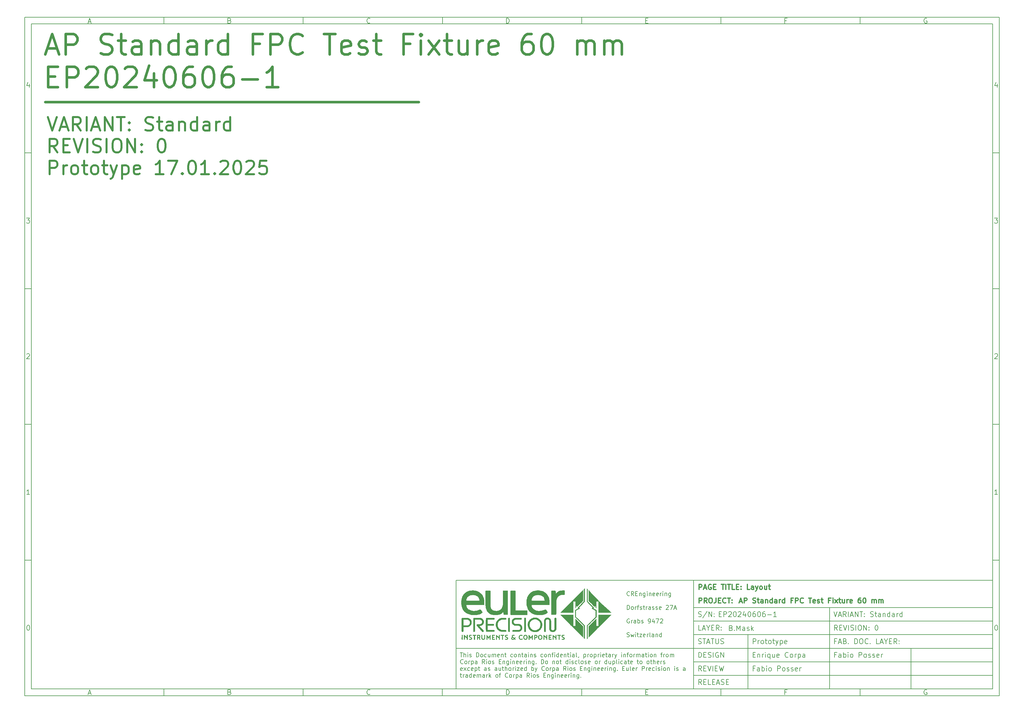
<source format=gbr>
%TF.GenerationSoftware,KiCad,Pcbnew,8.0.8-2.fc41*%
%TF.CreationDate,2025-01-26T13:38:33+01:00*%
%TF.ProjectId,0100_COVERSHEET,30313030-5f43-44f5-9645-525348454554,0*%
%TF.SameCoordinates,Original*%
%TF.FileFunction,Soldermask,Bot*%
%TF.FilePolarity,Negative*%
%FSLAX46Y46*%
G04 Gerber Fmt 4.6, Leading zero omitted, Abs format (unit mm)*
G04 Created by KiCad (PCBNEW 8.0.8-2.fc41) date 2025-01-26 13:38:33*
%MOMM*%
%LPD*%
G01*
G04 APERTURE LIST*
%ADD10C,0.100000*%
%ADD11C,0.150000*%
%ADD12C,0.300000*%
%ADD13C,0.750000*%
%ADD14C,0.600000*%
%ADD15C,0.000001*%
%ADD16C,0.200000*%
G04 APERTURE END LIST*
D10*
D11*
X7000000Y-203000000D02*
X290000000Y-203000000D01*
X290000000Y-7000000D01*
X7000000Y-7000000D01*
X7000000Y-203000000D01*
D10*
D11*
X132000000Y-171000000D02*
X290000000Y-171000000D01*
X290000000Y-203000000D01*
X132000000Y-203000000D01*
X132000000Y-171000000D01*
D10*
D11*
X202000000Y-203000000D02*
X202000000Y-171000000D01*
D10*
D11*
X290000000Y-199000000D02*
X202000000Y-199000000D01*
D10*
D11*
X290000000Y-195000000D02*
X202000000Y-195000000D01*
D10*
D11*
X290000000Y-191000000D02*
X201000000Y-191000000D01*
D10*
D11*
X290000000Y-187000000D02*
X202000000Y-187000000D01*
D10*
D11*
X290000000Y-183000000D02*
X202000000Y-183000000D01*
D10*
D11*
X290000000Y-179000000D02*
X202000000Y-179000000D01*
D10*
D11*
X266000000Y-203000000D02*
X266000000Y-191000000D01*
D10*
D11*
X242000000Y-203000000D02*
X242000000Y-179000000D01*
D10*
D11*
X218000000Y-203000000D02*
X218000000Y-187000000D01*
D10*
D12*
X203556710Y-173685528D02*
X203556710Y-172185528D01*
X203556710Y-172185528D02*
X204128139Y-172185528D01*
X204128139Y-172185528D02*
X204270996Y-172256957D01*
X204270996Y-172256957D02*
X204342425Y-172328385D01*
X204342425Y-172328385D02*
X204413853Y-172471242D01*
X204413853Y-172471242D02*
X204413853Y-172685528D01*
X204413853Y-172685528D02*
X204342425Y-172828385D01*
X204342425Y-172828385D02*
X204270996Y-172899814D01*
X204270996Y-172899814D02*
X204128139Y-172971242D01*
X204128139Y-172971242D02*
X203556710Y-172971242D01*
X204985282Y-173256957D02*
X205699568Y-173256957D01*
X204842425Y-173685528D02*
X205342425Y-172185528D01*
X205342425Y-172185528D02*
X205842425Y-173685528D01*
X207128139Y-172256957D02*
X206985282Y-172185528D01*
X206985282Y-172185528D02*
X206770996Y-172185528D01*
X206770996Y-172185528D02*
X206556710Y-172256957D01*
X206556710Y-172256957D02*
X206413853Y-172399814D01*
X206413853Y-172399814D02*
X206342424Y-172542671D01*
X206342424Y-172542671D02*
X206270996Y-172828385D01*
X206270996Y-172828385D02*
X206270996Y-173042671D01*
X206270996Y-173042671D02*
X206342424Y-173328385D01*
X206342424Y-173328385D02*
X206413853Y-173471242D01*
X206413853Y-173471242D02*
X206556710Y-173614100D01*
X206556710Y-173614100D02*
X206770996Y-173685528D01*
X206770996Y-173685528D02*
X206913853Y-173685528D01*
X206913853Y-173685528D02*
X207128139Y-173614100D01*
X207128139Y-173614100D02*
X207199567Y-173542671D01*
X207199567Y-173542671D02*
X207199567Y-173042671D01*
X207199567Y-173042671D02*
X206913853Y-173042671D01*
X207842424Y-172899814D02*
X208342424Y-172899814D01*
X208556710Y-173685528D02*
X207842424Y-173685528D01*
X207842424Y-173685528D02*
X207842424Y-172185528D01*
X207842424Y-172185528D02*
X208556710Y-172185528D01*
X210128139Y-172185528D02*
X210985282Y-172185528D01*
X210556710Y-173685528D02*
X210556710Y-172185528D01*
X211485281Y-173685528D02*
X211485281Y-172185528D01*
X211985282Y-172185528D02*
X212842425Y-172185528D01*
X212413853Y-173685528D02*
X212413853Y-172185528D01*
X214056710Y-173685528D02*
X213342424Y-173685528D01*
X213342424Y-173685528D02*
X213342424Y-172185528D01*
X214556710Y-172899814D02*
X215056710Y-172899814D01*
X215270996Y-173685528D02*
X214556710Y-173685528D01*
X214556710Y-173685528D02*
X214556710Y-172185528D01*
X214556710Y-172185528D02*
X215270996Y-172185528D01*
X215913853Y-173542671D02*
X215985282Y-173614100D01*
X215985282Y-173614100D02*
X215913853Y-173685528D01*
X215913853Y-173685528D02*
X215842425Y-173614100D01*
X215842425Y-173614100D02*
X215913853Y-173542671D01*
X215913853Y-173542671D02*
X215913853Y-173685528D01*
X215913853Y-172756957D02*
X215985282Y-172828385D01*
X215985282Y-172828385D02*
X215913853Y-172899814D01*
X215913853Y-172899814D02*
X215842425Y-172828385D01*
X215842425Y-172828385D02*
X215913853Y-172756957D01*
X215913853Y-172756957D02*
X215913853Y-172899814D01*
X218485282Y-173685528D02*
X217770996Y-173685528D01*
X217770996Y-173685528D02*
X217770996Y-172185528D01*
X219628140Y-173685528D02*
X219628140Y-172899814D01*
X219628140Y-172899814D02*
X219556711Y-172756957D01*
X219556711Y-172756957D02*
X219413854Y-172685528D01*
X219413854Y-172685528D02*
X219128140Y-172685528D01*
X219128140Y-172685528D02*
X218985282Y-172756957D01*
X219628140Y-173614100D02*
X219485282Y-173685528D01*
X219485282Y-173685528D02*
X219128140Y-173685528D01*
X219128140Y-173685528D02*
X218985282Y-173614100D01*
X218985282Y-173614100D02*
X218913854Y-173471242D01*
X218913854Y-173471242D02*
X218913854Y-173328385D01*
X218913854Y-173328385D02*
X218985282Y-173185528D01*
X218985282Y-173185528D02*
X219128140Y-173114100D01*
X219128140Y-173114100D02*
X219485282Y-173114100D01*
X219485282Y-173114100D02*
X219628140Y-173042671D01*
X220199568Y-172685528D02*
X220556711Y-173685528D01*
X220913854Y-172685528D02*
X220556711Y-173685528D01*
X220556711Y-173685528D02*
X220413854Y-174042671D01*
X220413854Y-174042671D02*
X220342425Y-174114100D01*
X220342425Y-174114100D02*
X220199568Y-174185528D01*
X221699568Y-173685528D02*
X221556711Y-173614100D01*
X221556711Y-173614100D02*
X221485282Y-173542671D01*
X221485282Y-173542671D02*
X221413854Y-173399814D01*
X221413854Y-173399814D02*
X221413854Y-172971242D01*
X221413854Y-172971242D02*
X221485282Y-172828385D01*
X221485282Y-172828385D02*
X221556711Y-172756957D01*
X221556711Y-172756957D02*
X221699568Y-172685528D01*
X221699568Y-172685528D02*
X221913854Y-172685528D01*
X221913854Y-172685528D02*
X222056711Y-172756957D01*
X222056711Y-172756957D02*
X222128140Y-172828385D01*
X222128140Y-172828385D02*
X222199568Y-172971242D01*
X222199568Y-172971242D02*
X222199568Y-173399814D01*
X222199568Y-173399814D02*
X222128140Y-173542671D01*
X222128140Y-173542671D02*
X222056711Y-173614100D01*
X222056711Y-173614100D02*
X221913854Y-173685528D01*
X221913854Y-173685528D02*
X221699568Y-173685528D01*
X223485283Y-172685528D02*
X223485283Y-173685528D01*
X222842425Y-172685528D02*
X222842425Y-173471242D01*
X222842425Y-173471242D02*
X222913854Y-173614100D01*
X222913854Y-173614100D02*
X223056711Y-173685528D01*
X223056711Y-173685528D02*
X223270997Y-173685528D01*
X223270997Y-173685528D02*
X223413854Y-173614100D01*
X223413854Y-173614100D02*
X223485283Y-173542671D01*
X223985283Y-172685528D02*
X224556711Y-172685528D01*
X224199568Y-172185528D02*
X224199568Y-173471242D01*
X224199568Y-173471242D02*
X224270997Y-173614100D01*
X224270997Y-173614100D02*
X224413854Y-173685528D01*
X224413854Y-173685528D02*
X224556711Y-173685528D01*
D10*
D11*
X201000000Y-191000000D02*
X132000000Y-191000000D01*
D10*
D12*
X203554510Y-177678328D02*
X203554510Y-176178328D01*
X203554510Y-176178328D02*
X204125939Y-176178328D01*
X204125939Y-176178328D02*
X204268796Y-176249757D01*
X204268796Y-176249757D02*
X204340225Y-176321185D01*
X204340225Y-176321185D02*
X204411653Y-176464042D01*
X204411653Y-176464042D02*
X204411653Y-176678328D01*
X204411653Y-176678328D02*
X204340225Y-176821185D01*
X204340225Y-176821185D02*
X204268796Y-176892614D01*
X204268796Y-176892614D02*
X204125939Y-176964042D01*
X204125939Y-176964042D02*
X203554510Y-176964042D01*
X205911653Y-177678328D02*
X205411653Y-176964042D01*
X205054510Y-177678328D02*
X205054510Y-176178328D01*
X205054510Y-176178328D02*
X205625939Y-176178328D01*
X205625939Y-176178328D02*
X205768796Y-176249757D01*
X205768796Y-176249757D02*
X205840225Y-176321185D01*
X205840225Y-176321185D02*
X205911653Y-176464042D01*
X205911653Y-176464042D02*
X205911653Y-176678328D01*
X205911653Y-176678328D02*
X205840225Y-176821185D01*
X205840225Y-176821185D02*
X205768796Y-176892614D01*
X205768796Y-176892614D02*
X205625939Y-176964042D01*
X205625939Y-176964042D02*
X205054510Y-176964042D01*
X206840225Y-176178328D02*
X207125939Y-176178328D01*
X207125939Y-176178328D02*
X207268796Y-176249757D01*
X207268796Y-176249757D02*
X207411653Y-176392614D01*
X207411653Y-176392614D02*
X207483082Y-176678328D01*
X207483082Y-176678328D02*
X207483082Y-177178328D01*
X207483082Y-177178328D02*
X207411653Y-177464042D01*
X207411653Y-177464042D02*
X207268796Y-177606900D01*
X207268796Y-177606900D02*
X207125939Y-177678328D01*
X207125939Y-177678328D02*
X206840225Y-177678328D01*
X206840225Y-177678328D02*
X206697368Y-177606900D01*
X206697368Y-177606900D02*
X206554510Y-177464042D01*
X206554510Y-177464042D02*
X206483082Y-177178328D01*
X206483082Y-177178328D02*
X206483082Y-176678328D01*
X206483082Y-176678328D02*
X206554510Y-176392614D01*
X206554510Y-176392614D02*
X206697368Y-176249757D01*
X206697368Y-176249757D02*
X206840225Y-176178328D01*
X208554511Y-176178328D02*
X208554511Y-177249757D01*
X208554511Y-177249757D02*
X208483082Y-177464042D01*
X208483082Y-177464042D02*
X208340225Y-177606900D01*
X208340225Y-177606900D02*
X208125939Y-177678328D01*
X208125939Y-177678328D02*
X207983082Y-177678328D01*
X209268796Y-176892614D02*
X209768796Y-176892614D01*
X209983082Y-177678328D02*
X209268796Y-177678328D01*
X209268796Y-177678328D02*
X209268796Y-176178328D01*
X209268796Y-176178328D02*
X209983082Y-176178328D01*
X211483082Y-177535471D02*
X211411654Y-177606900D01*
X211411654Y-177606900D02*
X211197368Y-177678328D01*
X211197368Y-177678328D02*
X211054511Y-177678328D01*
X211054511Y-177678328D02*
X210840225Y-177606900D01*
X210840225Y-177606900D02*
X210697368Y-177464042D01*
X210697368Y-177464042D02*
X210625939Y-177321185D01*
X210625939Y-177321185D02*
X210554511Y-177035471D01*
X210554511Y-177035471D02*
X210554511Y-176821185D01*
X210554511Y-176821185D02*
X210625939Y-176535471D01*
X210625939Y-176535471D02*
X210697368Y-176392614D01*
X210697368Y-176392614D02*
X210840225Y-176249757D01*
X210840225Y-176249757D02*
X211054511Y-176178328D01*
X211054511Y-176178328D02*
X211197368Y-176178328D01*
X211197368Y-176178328D02*
X211411654Y-176249757D01*
X211411654Y-176249757D02*
X211483082Y-176321185D01*
X211911654Y-176178328D02*
X212768797Y-176178328D01*
X212340225Y-177678328D02*
X212340225Y-176178328D01*
X213268796Y-177535471D02*
X213340225Y-177606900D01*
X213340225Y-177606900D02*
X213268796Y-177678328D01*
X213268796Y-177678328D02*
X213197368Y-177606900D01*
X213197368Y-177606900D02*
X213268796Y-177535471D01*
X213268796Y-177535471D02*
X213268796Y-177678328D01*
X213268796Y-176749757D02*
X213340225Y-176821185D01*
X213340225Y-176821185D02*
X213268796Y-176892614D01*
X213268796Y-176892614D02*
X213197368Y-176821185D01*
X213197368Y-176821185D02*
X213268796Y-176749757D01*
X213268796Y-176749757D02*
X213268796Y-176892614D01*
D10*
D11*
X203384398Y-181614700D02*
X203598684Y-181686128D01*
X203598684Y-181686128D02*
X203955826Y-181686128D01*
X203955826Y-181686128D02*
X204098684Y-181614700D01*
X204098684Y-181614700D02*
X204170112Y-181543271D01*
X204170112Y-181543271D02*
X204241541Y-181400414D01*
X204241541Y-181400414D02*
X204241541Y-181257557D01*
X204241541Y-181257557D02*
X204170112Y-181114700D01*
X204170112Y-181114700D02*
X204098684Y-181043271D01*
X204098684Y-181043271D02*
X203955826Y-180971842D01*
X203955826Y-180971842D02*
X203670112Y-180900414D01*
X203670112Y-180900414D02*
X203527255Y-180828985D01*
X203527255Y-180828985D02*
X203455826Y-180757557D01*
X203455826Y-180757557D02*
X203384398Y-180614700D01*
X203384398Y-180614700D02*
X203384398Y-180471842D01*
X203384398Y-180471842D02*
X203455826Y-180328985D01*
X203455826Y-180328985D02*
X203527255Y-180257557D01*
X203527255Y-180257557D02*
X203670112Y-180186128D01*
X203670112Y-180186128D02*
X204027255Y-180186128D01*
X204027255Y-180186128D02*
X204241541Y-180257557D01*
X205955826Y-180114700D02*
X204670112Y-182043271D01*
X206455826Y-181686128D02*
X206455826Y-180186128D01*
X206455826Y-180186128D02*
X207312969Y-181686128D01*
X207312969Y-181686128D02*
X207312969Y-180186128D01*
X208027255Y-181543271D02*
X208098684Y-181614700D01*
X208098684Y-181614700D02*
X208027255Y-181686128D01*
X208027255Y-181686128D02*
X207955827Y-181614700D01*
X207955827Y-181614700D02*
X208027255Y-181543271D01*
X208027255Y-181543271D02*
X208027255Y-181686128D01*
X208027255Y-180757557D02*
X208098684Y-180828985D01*
X208098684Y-180828985D02*
X208027255Y-180900414D01*
X208027255Y-180900414D02*
X207955827Y-180828985D01*
X207955827Y-180828985D02*
X208027255Y-180757557D01*
X208027255Y-180757557D02*
X208027255Y-180900414D01*
D10*
D11*
X203455826Y-193686128D02*
X203455826Y-192186128D01*
X203455826Y-192186128D02*
X203812969Y-192186128D01*
X203812969Y-192186128D02*
X204027255Y-192257557D01*
X204027255Y-192257557D02*
X204170112Y-192400414D01*
X204170112Y-192400414D02*
X204241541Y-192543271D01*
X204241541Y-192543271D02*
X204312969Y-192828985D01*
X204312969Y-192828985D02*
X204312969Y-193043271D01*
X204312969Y-193043271D02*
X204241541Y-193328985D01*
X204241541Y-193328985D02*
X204170112Y-193471842D01*
X204170112Y-193471842D02*
X204027255Y-193614700D01*
X204027255Y-193614700D02*
X203812969Y-193686128D01*
X203812969Y-193686128D02*
X203455826Y-193686128D01*
X204955826Y-192900414D02*
X205455826Y-192900414D01*
X205670112Y-193686128D02*
X204955826Y-193686128D01*
X204955826Y-193686128D02*
X204955826Y-192186128D01*
X204955826Y-192186128D02*
X205670112Y-192186128D01*
X206241541Y-193614700D02*
X206455827Y-193686128D01*
X206455827Y-193686128D02*
X206812969Y-193686128D01*
X206812969Y-193686128D02*
X206955827Y-193614700D01*
X206955827Y-193614700D02*
X207027255Y-193543271D01*
X207027255Y-193543271D02*
X207098684Y-193400414D01*
X207098684Y-193400414D02*
X207098684Y-193257557D01*
X207098684Y-193257557D02*
X207027255Y-193114700D01*
X207027255Y-193114700D02*
X206955827Y-193043271D01*
X206955827Y-193043271D02*
X206812969Y-192971842D01*
X206812969Y-192971842D02*
X206527255Y-192900414D01*
X206527255Y-192900414D02*
X206384398Y-192828985D01*
X206384398Y-192828985D02*
X206312969Y-192757557D01*
X206312969Y-192757557D02*
X206241541Y-192614700D01*
X206241541Y-192614700D02*
X206241541Y-192471842D01*
X206241541Y-192471842D02*
X206312969Y-192328985D01*
X206312969Y-192328985D02*
X206384398Y-192257557D01*
X206384398Y-192257557D02*
X206527255Y-192186128D01*
X206527255Y-192186128D02*
X206884398Y-192186128D01*
X206884398Y-192186128D02*
X207098684Y-192257557D01*
X207741540Y-193686128D02*
X207741540Y-192186128D01*
X209241541Y-192257557D02*
X209098684Y-192186128D01*
X209098684Y-192186128D02*
X208884398Y-192186128D01*
X208884398Y-192186128D02*
X208670112Y-192257557D01*
X208670112Y-192257557D02*
X208527255Y-192400414D01*
X208527255Y-192400414D02*
X208455826Y-192543271D01*
X208455826Y-192543271D02*
X208384398Y-192828985D01*
X208384398Y-192828985D02*
X208384398Y-193043271D01*
X208384398Y-193043271D02*
X208455826Y-193328985D01*
X208455826Y-193328985D02*
X208527255Y-193471842D01*
X208527255Y-193471842D02*
X208670112Y-193614700D01*
X208670112Y-193614700D02*
X208884398Y-193686128D01*
X208884398Y-193686128D02*
X209027255Y-193686128D01*
X209027255Y-193686128D02*
X209241541Y-193614700D01*
X209241541Y-193614700D02*
X209312969Y-193543271D01*
X209312969Y-193543271D02*
X209312969Y-193043271D01*
X209312969Y-193043271D02*
X209027255Y-193043271D01*
X209955826Y-193686128D02*
X209955826Y-192186128D01*
X209955826Y-192186128D02*
X210812969Y-193686128D01*
X210812969Y-193686128D02*
X210812969Y-192186128D01*
D10*
D11*
X204312969Y-197686128D02*
X203812969Y-196971842D01*
X203455826Y-197686128D02*
X203455826Y-196186128D01*
X203455826Y-196186128D02*
X204027255Y-196186128D01*
X204027255Y-196186128D02*
X204170112Y-196257557D01*
X204170112Y-196257557D02*
X204241541Y-196328985D01*
X204241541Y-196328985D02*
X204312969Y-196471842D01*
X204312969Y-196471842D02*
X204312969Y-196686128D01*
X204312969Y-196686128D02*
X204241541Y-196828985D01*
X204241541Y-196828985D02*
X204170112Y-196900414D01*
X204170112Y-196900414D02*
X204027255Y-196971842D01*
X204027255Y-196971842D02*
X203455826Y-196971842D01*
X204955826Y-196900414D02*
X205455826Y-196900414D01*
X205670112Y-197686128D02*
X204955826Y-197686128D01*
X204955826Y-197686128D02*
X204955826Y-196186128D01*
X204955826Y-196186128D02*
X205670112Y-196186128D01*
X206098684Y-196186128D02*
X206598684Y-197686128D01*
X206598684Y-197686128D02*
X207098684Y-196186128D01*
X207598683Y-197686128D02*
X207598683Y-196186128D01*
X208312969Y-196900414D02*
X208812969Y-196900414D01*
X209027255Y-197686128D02*
X208312969Y-197686128D01*
X208312969Y-197686128D02*
X208312969Y-196186128D01*
X208312969Y-196186128D02*
X209027255Y-196186128D01*
X209527255Y-196186128D02*
X209884398Y-197686128D01*
X209884398Y-197686128D02*
X210170112Y-196614700D01*
X210170112Y-196614700D02*
X210455827Y-197686128D01*
X210455827Y-197686128D02*
X210812970Y-196186128D01*
D10*
D11*
X204312969Y-201686128D02*
X203812969Y-200971842D01*
X203455826Y-201686128D02*
X203455826Y-200186128D01*
X203455826Y-200186128D02*
X204027255Y-200186128D01*
X204027255Y-200186128D02*
X204170112Y-200257557D01*
X204170112Y-200257557D02*
X204241541Y-200328985D01*
X204241541Y-200328985D02*
X204312969Y-200471842D01*
X204312969Y-200471842D02*
X204312969Y-200686128D01*
X204312969Y-200686128D02*
X204241541Y-200828985D01*
X204241541Y-200828985D02*
X204170112Y-200900414D01*
X204170112Y-200900414D02*
X204027255Y-200971842D01*
X204027255Y-200971842D02*
X203455826Y-200971842D01*
X204955826Y-200900414D02*
X205455826Y-200900414D01*
X205670112Y-201686128D02*
X204955826Y-201686128D01*
X204955826Y-201686128D02*
X204955826Y-200186128D01*
X204955826Y-200186128D02*
X205670112Y-200186128D01*
X207027255Y-201686128D02*
X206312969Y-201686128D01*
X206312969Y-201686128D02*
X206312969Y-200186128D01*
X207527255Y-200900414D02*
X208027255Y-200900414D01*
X208241541Y-201686128D02*
X207527255Y-201686128D01*
X207527255Y-201686128D02*
X207527255Y-200186128D01*
X207527255Y-200186128D02*
X208241541Y-200186128D01*
X208812970Y-201257557D02*
X209527256Y-201257557D01*
X208670113Y-201686128D02*
X209170113Y-200186128D01*
X209170113Y-200186128D02*
X209670113Y-201686128D01*
X210098684Y-201614700D02*
X210312970Y-201686128D01*
X210312970Y-201686128D02*
X210670112Y-201686128D01*
X210670112Y-201686128D02*
X210812970Y-201614700D01*
X210812970Y-201614700D02*
X210884398Y-201543271D01*
X210884398Y-201543271D02*
X210955827Y-201400414D01*
X210955827Y-201400414D02*
X210955827Y-201257557D01*
X210955827Y-201257557D02*
X210884398Y-201114700D01*
X210884398Y-201114700D02*
X210812970Y-201043271D01*
X210812970Y-201043271D02*
X210670112Y-200971842D01*
X210670112Y-200971842D02*
X210384398Y-200900414D01*
X210384398Y-200900414D02*
X210241541Y-200828985D01*
X210241541Y-200828985D02*
X210170112Y-200757557D01*
X210170112Y-200757557D02*
X210098684Y-200614700D01*
X210098684Y-200614700D02*
X210098684Y-200471842D01*
X210098684Y-200471842D02*
X210170112Y-200328985D01*
X210170112Y-200328985D02*
X210241541Y-200257557D01*
X210241541Y-200257557D02*
X210384398Y-200186128D01*
X210384398Y-200186128D02*
X210741541Y-200186128D01*
X210741541Y-200186128D02*
X210955827Y-200257557D01*
X211598683Y-200900414D02*
X212098683Y-200900414D01*
X212312969Y-201686128D02*
X211598683Y-201686128D01*
X211598683Y-201686128D02*
X211598683Y-200186128D01*
X211598683Y-200186128D02*
X212312969Y-200186128D01*
D10*
D11*
X243241541Y-180186128D02*
X243741541Y-181686128D01*
X243741541Y-181686128D02*
X244241541Y-180186128D01*
X244670112Y-181257557D02*
X245384398Y-181257557D01*
X244527255Y-181686128D02*
X245027255Y-180186128D01*
X245027255Y-180186128D02*
X245527255Y-181686128D01*
X246884397Y-181686128D02*
X246384397Y-180971842D01*
X246027254Y-181686128D02*
X246027254Y-180186128D01*
X246027254Y-180186128D02*
X246598683Y-180186128D01*
X246598683Y-180186128D02*
X246741540Y-180257557D01*
X246741540Y-180257557D02*
X246812969Y-180328985D01*
X246812969Y-180328985D02*
X246884397Y-180471842D01*
X246884397Y-180471842D02*
X246884397Y-180686128D01*
X246884397Y-180686128D02*
X246812969Y-180828985D01*
X246812969Y-180828985D02*
X246741540Y-180900414D01*
X246741540Y-180900414D02*
X246598683Y-180971842D01*
X246598683Y-180971842D02*
X246027254Y-180971842D01*
X247527254Y-181686128D02*
X247527254Y-180186128D01*
X248170112Y-181257557D02*
X248884398Y-181257557D01*
X248027255Y-181686128D02*
X248527255Y-180186128D01*
X248527255Y-180186128D02*
X249027255Y-181686128D01*
X249527254Y-181686128D02*
X249527254Y-180186128D01*
X249527254Y-180186128D02*
X250384397Y-181686128D01*
X250384397Y-181686128D02*
X250384397Y-180186128D01*
X250884398Y-180186128D02*
X251741541Y-180186128D01*
X251312969Y-181686128D02*
X251312969Y-180186128D01*
X252241540Y-181543271D02*
X252312969Y-181614700D01*
X252312969Y-181614700D02*
X252241540Y-181686128D01*
X252241540Y-181686128D02*
X252170112Y-181614700D01*
X252170112Y-181614700D02*
X252241540Y-181543271D01*
X252241540Y-181543271D02*
X252241540Y-181686128D01*
X252241540Y-180757557D02*
X252312969Y-180828985D01*
X252312969Y-180828985D02*
X252241540Y-180900414D01*
X252241540Y-180900414D02*
X252170112Y-180828985D01*
X252170112Y-180828985D02*
X252241540Y-180757557D01*
X252241540Y-180757557D02*
X252241540Y-180900414D01*
X254027255Y-181614700D02*
X254241541Y-181686128D01*
X254241541Y-181686128D02*
X254598683Y-181686128D01*
X254598683Y-181686128D02*
X254741541Y-181614700D01*
X254741541Y-181614700D02*
X254812969Y-181543271D01*
X254812969Y-181543271D02*
X254884398Y-181400414D01*
X254884398Y-181400414D02*
X254884398Y-181257557D01*
X254884398Y-181257557D02*
X254812969Y-181114700D01*
X254812969Y-181114700D02*
X254741541Y-181043271D01*
X254741541Y-181043271D02*
X254598683Y-180971842D01*
X254598683Y-180971842D02*
X254312969Y-180900414D01*
X254312969Y-180900414D02*
X254170112Y-180828985D01*
X254170112Y-180828985D02*
X254098683Y-180757557D01*
X254098683Y-180757557D02*
X254027255Y-180614700D01*
X254027255Y-180614700D02*
X254027255Y-180471842D01*
X254027255Y-180471842D02*
X254098683Y-180328985D01*
X254098683Y-180328985D02*
X254170112Y-180257557D01*
X254170112Y-180257557D02*
X254312969Y-180186128D01*
X254312969Y-180186128D02*
X254670112Y-180186128D01*
X254670112Y-180186128D02*
X254884398Y-180257557D01*
X255312969Y-180686128D02*
X255884397Y-180686128D01*
X255527254Y-180186128D02*
X255527254Y-181471842D01*
X255527254Y-181471842D02*
X255598683Y-181614700D01*
X255598683Y-181614700D02*
X255741540Y-181686128D01*
X255741540Y-181686128D02*
X255884397Y-181686128D01*
X257027255Y-181686128D02*
X257027255Y-180900414D01*
X257027255Y-180900414D02*
X256955826Y-180757557D01*
X256955826Y-180757557D02*
X256812969Y-180686128D01*
X256812969Y-180686128D02*
X256527255Y-180686128D01*
X256527255Y-180686128D02*
X256384397Y-180757557D01*
X257027255Y-181614700D02*
X256884397Y-181686128D01*
X256884397Y-181686128D02*
X256527255Y-181686128D01*
X256527255Y-181686128D02*
X256384397Y-181614700D01*
X256384397Y-181614700D02*
X256312969Y-181471842D01*
X256312969Y-181471842D02*
X256312969Y-181328985D01*
X256312969Y-181328985D02*
X256384397Y-181186128D01*
X256384397Y-181186128D02*
X256527255Y-181114700D01*
X256527255Y-181114700D02*
X256884397Y-181114700D01*
X256884397Y-181114700D02*
X257027255Y-181043271D01*
X257741540Y-180686128D02*
X257741540Y-181686128D01*
X257741540Y-180828985D02*
X257812969Y-180757557D01*
X257812969Y-180757557D02*
X257955826Y-180686128D01*
X257955826Y-180686128D02*
X258170112Y-180686128D01*
X258170112Y-180686128D02*
X258312969Y-180757557D01*
X258312969Y-180757557D02*
X258384398Y-180900414D01*
X258384398Y-180900414D02*
X258384398Y-181686128D01*
X259741541Y-181686128D02*
X259741541Y-180186128D01*
X259741541Y-181614700D02*
X259598683Y-181686128D01*
X259598683Y-181686128D02*
X259312969Y-181686128D01*
X259312969Y-181686128D02*
X259170112Y-181614700D01*
X259170112Y-181614700D02*
X259098683Y-181543271D01*
X259098683Y-181543271D02*
X259027255Y-181400414D01*
X259027255Y-181400414D02*
X259027255Y-180971842D01*
X259027255Y-180971842D02*
X259098683Y-180828985D01*
X259098683Y-180828985D02*
X259170112Y-180757557D01*
X259170112Y-180757557D02*
X259312969Y-180686128D01*
X259312969Y-180686128D02*
X259598683Y-180686128D01*
X259598683Y-180686128D02*
X259741541Y-180757557D01*
X261098684Y-181686128D02*
X261098684Y-180900414D01*
X261098684Y-180900414D02*
X261027255Y-180757557D01*
X261027255Y-180757557D02*
X260884398Y-180686128D01*
X260884398Y-180686128D02*
X260598684Y-180686128D01*
X260598684Y-180686128D02*
X260455826Y-180757557D01*
X261098684Y-181614700D02*
X260955826Y-181686128D01*
X260955826Y-181686128D02*
X260598684Y-181686128D01*
X260598684Y-181686128D02*
X260455826Y-181614700D01*
X260455826Y-181614700D02*
X260384398Y-181471842D01*
X260384398Y-181471842D02*
X260384398Y-181328985D01*
X260384398Y-181328985D02*
X260455826Y-181186128D01*
X260455826Y-181186128D02*
X260598684Y-181114700D01*
X260598684Y-181114700D02*
X260955826Y-181114700D01*
X260955826Y-181114700D02*
X261098684Y-181043271D01*
X261812969Y-181686128D02*
X261812969Y-180686128D01*
X261812969Y-180971842D02*
X261884398Y-180828985D01*
X261884398Y-180828985D02*
X261955827Y-180757557D01*
X261955827Y-180757557D02*
X262098684Y-180686128D01*
X262098684Y-180686128D02*
X262241541Y-180686128D01*
X263384398Y-181686128D02*
X263384398Y-180186128D01*
X263384398Y-181614700D02*
X263241540Y-181686128D01*
X263241540Y-181686128D02*
X262955826Y-181686128D01*
X262955826Y-181686128D02*
X262812969Y-181614700D01*
X262812969Y-181614700D02*
X262741540Y-181543271D01*
X262741540Y-181543271D02*
X262670112Y-181400414D01*
X262670112Y-181400414D02*
X262670112Y-180971842D01*
X262670112Y-180971842D02*
X262741540Y-180828985D01*
X262741540Y-180828985D02*
X262812969Y-180757557D01*
X262812969Y-180757557D02*
X262955826Y-180686128D01*
X262955826Y-180686128D02*
X263241540Y-180686128D01*
X263241540Y-180686128D02*
X263384398Y-180757557D01*
D10*
D11*
X244312969Y-185686128D02*
X243812969Y-184971842D01*
X243455826Y-185686128D02*
X243455826Y-184186128D01*
X243455826Y-184186128D02*
X244027255Y-184186128D01*
X244027255Y-184186128D02*
X244170112Y-184257557D01*
X244170112Y-184257557D02*
X244241541Y-184328985D01*
X244241541Y-184328985D02*
X244312969Y-184471842D01*
X244312969Y-184471842D02*
X244312969Y-184686128D01*
X244312969Y-184686128D02*
X244241541Y-184828985D01*
X244241541Y-184828985D02*
X244170112Y-184900414D01*
X244170112Y-184900414D02*
X244027255Y-184971842D01*
X244027255Y-184971842D02*
X243455826Y-184971842D01*
X244955826Y-184900414D02*
X245455826Y-184900414D01*
X245670112Y-185686128D02*
X244955826Y-185686128D01*
X244955826Y-185686128D02*
X244955826Y-184186128D01*
X244955826Y-184186128D02*
X245670112Y-184186128D01*
X246098684Y-184186128D02*
X246598684Y-185686128D01*
X246598684Y-185686128D02*
X247098684Y-184186128D01*
X247598683Y-185686128D02*
X247598683Y-184186128D01*
X248241541Y-185614700D02*
X248455827Y-185686128D01*
X248455827Y-185686128D02*
X248812969Y-185686128D01*
X248812969Y-185686128D02*
X248955827Y-185614700D01*
X248955827Y-185614700D02*
X249027255Y-185543271D01*
X249027255Y-185543271D02*
X249098684Y-185400414D01*
X249098684Y-185400414D02*
X249098684Y-185257557D01*
X249098684Y-185257557D02*
X249027255Y-185114700D01*
X249027255Y-185114700D02*
X248955827Y-185043271D01*
X248955827Y-185043271D02*
X248812969Y-184971842D01*
X248812969Y-184971842D02*
X248527255Y-184900414D01*
X248527255Y-184900414D02*
X248384398Y-184828985D01*
X248384398Y-184828985D02*
X248312969Y-184757557D01*
X248312969Y-184757557D02*
X248241541Y-184614700D01*
X248241541Y-184614700D02*
X248241541Y-184471842D01*
X248241541Y-184471842D02*
X248312969Y-184328985D01*
X248312969Y-184328985D02*
X248384398Y-184257557D01*
X248384398Y-184257557D02*
X248527255Y-184186128D01*
X248527255Y-184186128D02*
X248884398Y-184186128D01*
X248884398Y-184186128D02*
X249098684Y-184257557D01*
X249741540Y-185686128D02*
X249741540Y-184186128D01*
X250741541Y-184186128D02*
X251027255Y-184186128D01*
X251027255Y-184186128D02*
X251170112Y-184257557D01*
X251170112Y-184257557D02*
X251312969Y-184400414D01*
X251312969Y-184400414D02*
X251384398Y-184686128D01*
X251384398Y-184686128D02*
X251384398Y-185186128D01*
X251384398Y-185186128D02*
X251312969Y-185471842D01*
X251312969Y-185471842D02*
X251170112Y-185614700D01*
X251170112Y-185614700D02*
X251027255Y-185686128D01*
X251027255Y-185686128D02*
X250741541Y-185686128D01*
X250741541Y-185686128D02*
X250598684Y-185614700D01*
X250598684Y-185614700D02*
X250455826Y-185471842D01*
X250455826Y-185471842D02*
X250384398Y-185186128D01*
X250384398Y-185186128D02*
X250384398Y-184686128D01*
X250384398Y-184686128D02*
X250455826Y-184400414D01*
X250455826Y-184400414D02*
X250598684Y-184257557D01*
X250598684Y-184257557D02*
X250741541Y-184186128D01*
X252027255Y-185686128D02*
X252027255Y-184186128D01*
X252027255Y-184186128D02*
X252884398Y-185686128D01*
X252884398Y-185686128D02*
X252884398Y-184186128D01*
X253598684Y-185543271D02*
X253670113Y-185614700D01*
X253670113Y-185614700D02*
X253598684Y-185686128D01*
X253598684Y-185686128D02*
X253527256Y-185614700D01*
X253527256Y-185614700D02*
X253598684Y-185543271D01*
X253598684Y-185543271D02*
X253598684Y-185686128D01*
X253598684Y-184757557D02*
X253670113Y-184828985D01*
X253670113Y-184828985D02*
X253598684Y-184900414D01*
X253598684Y-184900414D02*
X253527256Y-184828985D01*
X253527256Y-184828985D02*
X253598684Y-184757557D01*
X253598684Y-184757557D02*
X253598684Y-184900414D01*
X255741542Y-184186128D02*
X255884399Y-184186128D01*
X255884399Y-184186128D02*
X256027256Y-184257557D01*
X256027256Y-184257557D02*
X256098685Y-184328985D01*
X256098685Y-184328985D02*
X256170113Y-184471842D01*
X256170113Y-184471842D02*
X256241542Y-184757557D01*
X256241542Y-184757557D02*
X256241542Y-185114700D01*
X256241542Y-185114700D02*
X256170113Y-185400414D01*
X256170113Y-185400414D02*
X256098685Y-185543271D01*
X256098685Y-185543271D02*
X256027256Y-185614700D01*
X256027256Y-185614700D02*
X255884399Y-185686128D01*
X255884399Y-185686128D02*
X255741542Y-185686128D01*
X255741542Y-185686128D02*
X255598685Y-185614700D01*
X255598685Y-185614700D02*
X255527256Y-185543271D01*
X255527256Y-185543271D02*
X255455827Y-185400414D01*
X255455827Y-185400414D02*
X255384399Y-185114700D01*
X255384399Y-185114700D02*
X255384399Y-184757557D01*
X255384399Y-184757557D02*
X255455827Y-184471842D01*
X255455827Y-184471842D02*
X255527256Y-184328985D01*
X255527256Y-184328985D02*
X255598685Y-184257557D01*
X255598685Y-184257557D02*
X255741542Y-184186128D01*
D10*
D11*
X203384398Y-189614700D02*
X203598684Y-189686128D01*
X203598684Y-189686128D02*
X203955826Y-189686128D01*
X203955826Y-189686128D02*
X204098684Y-189614700D01*
X204098684Y-189614700D02*
X204170112Y-189543271D01*
X204170112Y-189543271D02*
X204241541Y-189400414D01*
X204241541Y-189400414D02*
X204241541Y-189257557D01*
X204241541Y-189257557D02*
X204170112Y-189114700D01*
X204170112Y-189114700D02*
X204098684Y-189043271D01*
X204098684Y-189043271D02*
X203955826Y-188971842D01*
X203955826Y-188971842D02*
X203670112Y-188900414D01*
X203670112Y-188900414D02*
X203527255Y-188828985D01*
X203527255Y-188828985D02*
X203455826Y-188757557D01*
X203455826Y-188757557D02*
X203384398Y-188614700D01*
X203384398Y-188614700D02*
X203384398Y-188471842D01*
X203384398Y-188471842D02*
X203455826Y-188328985D01*
X203455826Y-188328985D02*
X203527255Y-188257557D01*
X203527255Y-188257557D02*
X203670112Y-188186128D01*
X203670112Y-188186128D02*
X204027255Y-188186128D01*
X204027255Y-188186128D02*
X204241541Y-188257557D01*
X204670112Y-188186128D02*
X205527255Y-188186128D01*
X205098683Y-189686128D02*
X205098683Y-188186128D01*
X205955826Y-189257557D02*
X206670112Y-189257557D01*
X205812969Y-189686128D02*
X206312969Y-188186128D01*
X206312969Y-188186128D02*
X206812969Y-189686128D01*
X207098683Y-188186128D02*
X207955826Y-188186128D01*
X207527254Y-189686128D02*
X207527254Y-188186128D01*
X208455825Y-188186128D02*
X208455825Y-189400414D01*
X208455825Y-189400414D02*
X208527254Y-189543271D01*
X208527254Y-189543271D02*
X208598683Y-189614700D01*
X208598683Y-189614700D02*
X208741540Y-189686128D01*
X208741540Y-189686128D02*
X209027254Y-189686128D01*
X209027254Y-189686128D02*
X209170111Y-189614700D01*
X209170111Y-189614700D02*
X209241540Y-189543271D01*
X209241540Y-189543271D02*
X209312968Y-189400414D01*
X209312968Y-189400414D02*
X209312968Y-188186128D01*
X209955826Y-189614700D02*
X210170112Y-189686128D01*
X210170112Y-189686128D02*
X210527254Y-189686128D01*
X210527254Y-189686128D02*
X210670112Y-189614700D01*
X210670112Y-189614700D02*
X210741540Y-189543271D01*
X210741540Y-189543271D02*
X210812969Y-189400414D01*
X210812969Y-189400414D02*
X210812969Y-189257557D01*
X210812969Y-189257557D02*
X210741540Y-189114700D01*
X210741540Y-189114700D02*
X210670112Y-189043271D01*
X210670112Y-189043271D02*
X210527254Y-188971842D01*
X210527254Y-188971842D02*
X210241540Y-188900414D01*
X210241540Y-188900414D02*
X210098683Y-188828985D01*
X210098683Y-188828985D02*
X210027254Y-188757557D01*
X210027254Y-188757557D02*
X209955826Y-188614700D01*
X209955826Y-188614700D02*
X209955826Y-188471842D01*
X209955826Y-188471842D02*
X210027254Y-188328985D01*
X210027254Y-188328985D02*
X210098683Y-188257557D01*
X210098683Y-188257557D02*
X210241540Y-188186128D01*
X210241540Y-188186128D02*
X210598683Y-188186128D01*
X210598683Y-188186128D02*
X210812969Y-188257557D01*
D10*
D11*
X219455826Y-189686128D02*
X219455826Y-188186128D01*
X219455826Y-188186128D02*
X220027255Y-188186128D01*
X220027255Y-188186128D02*
X220170112Y-188257557D01*
X220170112Y-188257557D02*
X220241541Y-188328985D01*
X220241541Y-188328985D02*
X220312969Y-188471842D01*
X220312969Y-188471842D02*
X220312969Y-188686128D01*
X220312969Y-188686128D02*
X220241541Y-188828985D01*
X220241541Y-188828985D02*
X220170112Y-188900414D01*
X220170112Y-188900414D02*
X220027255Y-188971842D01*
X220027255Y-188971842D02*
X219455826Y-188971842D01*
X220955826Y-189686128D02*
X220955826Y-188686128D01*
X220955826Y-188971842D02*
X221027255Y-188828985D01*
X221027255Y-188828985D02*
X221098684Y-188757557D01*
X221098684Y-188757557D02*
X221241541Y-188686128D01*
X221241541Y-188686128D02*
X221384398Y-188686128D01*
X222098683Y-189686128D02*
X221955826Y-189614700D01*
X221955826Y-189614700D02*
X221884397Y-189543271D01*
X221884397Y-189543271D02*
X221812969Y-189400414D01*
X221812969Y-189400414D02*
X221812969Y-188971842D01*
X221812969Y-188971842D02*
X221884397Y-188828985D01*
X221884397Y-188828985D02*
X221955826Y-188757557D01*
X221955826Y-188757557D02*
X222098683Y-188686128D01*
X222098683Y-188686128D02*
X222312969Y-188686128D01*
X222312969Y-188686128D02*
X222455826Y-188757557D01*
X222455826Y-188757557D02*
X222527255Y-188828985D01*
X222527255Y-188828985D02*
X222598683Y-188971842D01*
X222598683Y-188971842D02*
X222598683Y-189400414D01*
X222598683Y-189400414D02*
X222527255Y-189543271D01*
X222527255Y-189543271D02*
X222455826Y-189614700D01*
X222455826Y-189614700D02*
X222312969Y-189686128D01*
X222312969Y-189686128D02*
X222098683Y-189686128D01*
X223027255Y-188686128D02*
X223598683Y-188686128D01*
X223241540Y-188186128D02*
X223241540Y-189471842D01*
X223241540Y-189471842D02*
X223312969Y-189614700D01*
X223312969Y-189614700D02*
X223455826Y-189686128D01*
X223455826Y-189686128D02*
X223598683Y-189686128D01*
X224312969Y-189686128D02*
X224170112Y-189614700D01*
X224170112Y-189614700D02*
X224098683Y-189543271D01*
X224098683Y-189543271D02*
X224027255Y-189400414D01*
X224027255Y-189400414D02*
X224027255Y-188971842D01*
X224027255Y-188971842D02*
X224098683Y-188828985D01*
X224098683Y-188828985D02*
X224170112Y-188757557D01*
X224170112Y-188757557D02*
X224312969Y-188686128D01*
X224312969Y-188686128D02*
X224527255Y-188686128D01*
X224527255Y-188686128D02*
X224670112Y-188757557D01*
X224670112Y-188757557D02*
X224741541Y-188828985D01*
X224741541Y-188828985D02*
X224812969Y-188971842D01*
X224812969Y-188971842D02*
X224812969Y-189400414D01*
X224812969Y-189400414D02*
X224741541Y-189543271D01*
X224741541Y-189543271D02*
X224670112Y-189614700D01*
X224670112Y-189614700D02*
X224527255Y-189686128D01*
X224527255Y-189686128D02*
X224312969Y-189686128D01*
X225241541Y-188686128D02*
X225812969Y-188686128D01*
X225455826Y-188186128D02*
X225455826Y-189471842D01*
X225455826Y-189471842D02*
X225527255Y-189614700D01*
X225527255Y-189614700D02*
X225670112Y-189686128D01*
X225670112Y-189686128D02*
X225812969Y-189686128D01*
X226170112Y-188686128D02*
X226527255Y-189686128D01*
X226884398Y-188686128D02*
X226527255Y-189686128D01*
X226527255Y-189686128D02*
X226384398Y-190043271D01*
X226384398Y-190043271D02*
X226312969Y-190114700D01*
X226312969Y-190114700D02*
X226170112Y-190186128D01*
X227455826Y-188686128D02*
X227455826Y-190186128D01*
X227455826Y-188757557D02*
X227598684Y-188686128D01*
X227598684Y-188686128D02*
X227884398Y-188686128D01*
X227884398Y-188686128D02*
X228027255Y-188757557D01*
X228027255Y-188757557D02*
X228098684Y-188828985D01*
X228098684Y-188828985D02*
X228170112Y-188971842D01*
X228170112Y-188971842D02*
X228170112Y-189400414D01*
X228170112Y-189400414D02*
X228098684Y-189543271D01*
X228098684Y-189543271D02*
X228027255Y-189614700D01*
X228027255Y-189614700D02*
X227884398Y-189686128D01*
X227884398Y-189686128D02*
X227598684Y-189686128D01*
X227598684Y-189686128D02*
X227455826Y-189614700D01*
X229384398Y-189614700D02*
X229241541Y-189686128D01*
X229241541Y-189686128D02*
X228955827Y-189686128D01*
X228955827Y-189686128D02*
X228812969Y-189614700D01*
X228812969Y-189614700D02*
X228741541Y-189471842D01*
X228741541Y-189471842D02*
X228741541Y-188900414D01*
X228741541Y-188900414D02*
X228812969Y-188757557D01*
X228812969Y-188757557D02*
X228955827Y-188686128D01*
X228955827Y-188686128D02*
X229241541Y-188686128D01*
X229241541Y-188686128D02*
X229384398Y-188757557D01*
X229384398Y-188757557D02*
X229455827Y-188900414D01*
X229455827Y-188900414D02*
X229455827Y-189043271D01*
X229455827Y-189043271D02*
X228741541Y-189186128D01*
D10*
D11*
X219955826Y-196900414D02*
X219455826Y-196900414D01*
X219455826Y-197686128D02*
X219455826Y-196186128D01*
X219455826Y-196186128D02*
X220170112Y-196186128D01*
X221384398Y-197686128D02*
X221384398Y-196900414D01*
X221384398Y-196900414D02*
X221312969Y-196757557D01*
X221312969Y-196757557D02*
X221170112Y-196686128D01*
X221170112Y-196686128D02*
X220884398Y-196686128D01*
X220884398Y-196686128D02*
X220741540Y-196757557D01*
X221384398Y-197614700D02*
X221241540Y-197686128D01*
X221241540Y-197686128D02*
X220884398Y-197686128D01*
X220884398Y-197686128D02*
X220741540Y-197614700D01*
X220741540Y-197614700D02*
X220670112Y-197471842D01*
X220670112Y-197471842D02*
X220670112Y-197328985D01*
X220670112Y-197328985D02*
X220741540Y-197186128D01*
X220741540Y-197186128D02*
X220884398Y-197114700D01*
X220884398Y-197114700D02*
X221241540Y-197114700D01*
X221241540Y-197114700D02*
X221384398Y-197043271D01*
X222098683Y-197686128D02*
X222098683Y-196186128D01*
X222098683Y-196757557D02*
X222241541Y-196686128D01*
X222241541Y-196686128D02*
X222527255Y-196686128D01*
X222527255Y-196686128D02*
X222670112Y-196757557D01*
X222670112Y-196757557D02*
X222741541Y-196828985D01*
X222741541Y-196828985D02*
X222812969Y-196971842D01*
X222812969Y-196971842D02*
X222812969Y-197400414D01*
X222812969Y-197400414D02*
X222741541Y-197543271D01*
X222741541Y-197543271D02*
X222670112Y-197614700D01*
X222670112Y-197614700D02*
X222527255Y-197686128D01*
X222527255Y-197686128D02*
X222241541Y-197686128D01*
X222241541Y-197686128D02*
X222098683Y-197614700D01*
X223455826Y-197686128D02*
X223455826Y-196686128D01*
X223455826Y-196186128D02*
X223384398Y-196257557D01*
X223384398Y-196257557D02*
X223455826Y-196328985D01*
X223455826Y-196328985D02*
X223527255Y-196257557D01*
X223527255Y-196257557D02*
X223455826Y-196186128D01*
X223455826Y-196186128D02*
X223455826Y-196328985D01*
X224384398Y-197686128D02*
X224241541Y-197614700D01*
X224241541Y-197614700D02*
X224170112Y-197543271D01*
X224170112Y-197543271D02*
X224098684Y-197400414D01*
X224098684Y-197400414D02*
X224098684Y-196971842D01*
X224098684Y-196971842D02*
X224170112Y-196828985D01*
X224170112Y-196828985D02*
X224241541Y-196757557D01*
X224241541Y-196757557D02*
X224384398Y-196686128D01*
X224384398Y-196686128D02*
X224598684Y-196686128D01*
X224598684Y-196686128D02*
X224741541Y-196757557D01*
X224741541Y-196757557D02*
X224812970Y-196828985D01*
X224812970Y-196828985D02*
X224884398Y-196971842D01*
X224884398Y-196971842D02*
X224884398Y-197400414D01*
X224884398Y-197400414D02*
X224812970Y-197543271D01*
X224812970Y-197543271D02*
X224741541Y-197614700D01*
X224741541Y-197614700D02*
X224598684Y-197686128D01*
X224598684Y-197686128D02*
X224384398Y-197686128D01*
X226670112Y-197686128D02*
X226670112Y-196186128D01*
X226670112Y-196186128D02*
X227241541Y-196186128D01*
X227241541Y-196186128D02*
X227384398Y-196257557D01*
X227384398Y-196257557D02*
X227455827Y-196328985D01*
X227455827Y-196328985D02*
X227527255Y-196471842D01*
X227527255Y-196471842D02*
X227527255Y-196686128D01*
X227527255Y-196686128D02*
X227455827Y-196828985D01*
X227455827Y-196828985D02*
X227384398Y-196900414D01*
X227384398Y-196900414D02*
X227241541Y-196971842D01*
X227241541Y-196971842D02*
X226670112Y-196971842D01*
X228384398Y-197686128D02*
X228241541Y-197614700D01*
X228241541Y-197614700D02*
X228170112Y-197543271D01*
X228170112Y-197543271D02*
X228098684Y-197400414D01*
X228098684Y-197400414D02*
X228098684Y-196971842D01*
X228098684Y-196971842D02*
X228170112Y-196828985D01*
X228170112Y-196828985D02*
X228241541Y-196757557D01*
X228241541Y-196757557D02*
X228384398Y-196686128D01*
X228384398Y-196686128D02*
X228598684Y-196686128D01*
X228598684Y-196686128D02*
X228741541Y-196757557D01*
X228741541Y-196757557D02*
X228812970Y-196828985D01*
X228812970Y-196828985D02*
X228884398Y-196971842D01*
X228884398Y-196971842D02*
X228884398Y-197400414D01*
X228884398Y-197400414D02*
X228812970Y-197543271D01*
X228812970Y-197543271D02*
X228741541Y-197614700D01*
X228741541Y-197614700D02*
X228598684Y-197686128D01*
X228598684Y-197686128D02*
X228384398Y-197686128D01*
X229455827Y-197614700D02*
X229598684Y-197686128D01*
X229598684Y-197686128D02*
X229884398Y-197686128D01*
X229884398Y-197686128D02*
X230027255Y-197614700D01*
X230027255Y-197614700D02*
X230098684Y-197471842D01*
X230098684Y-197471842D02*
X230098684Y-197400414D01*
X230098684Y-197400414D02*
X230027255Y-197257557D01*
X230027255Y-197257557D02*
X229884398Y-197186128D01*
X229884398Y-197186128D02*
X229670113Y-197186128D01*
X229670113Y-197186128D02*
X229527255Y-197114700D01*
X229527255Y-197114700D02*
X229455827Y-196971842D01*
X229455827Y-196971842D02*
X229455827Y-196900414D01*
X229455827Y-196900414D02*
X229527255Y-196757557D01*
X229527255Y-196757557D02*
X229670113Y-196686128D01*
X229670113Y-196686128D02*
X229884398Y-196686128D01*
X229884398Y-196686128D02*
X230027255Y-196757557D01*
X230670113Y-197614700D02*
X230812970Y-197686128D01*
X230812970Y-197686128D02*
X231098684Y-197686128D01*
X231098684Y-197686128D02*
X231241541Y-197614700D01*
X231241541Y-197614700D02*
X231312970Y-197471842D01*
X231312970Y-197471842D02*
X231312970Y-197400414D01*
X231312970Y-197400414D02*
X231241541Y-197257557D01*
X231241541Y-197257557D02*
X231098684Y-197186128D01*
X231098684Y-197186128D02*
X230884399Y-197186128D01*
X230884399Y-197186128D02*
X230741541Y-197114700D01*
X230741541Y-197114700D02*
X230670113Y-196971842D01*
X230670113Y-196971842D02*
X230670113Y-196900414D01*
X230670113Y-196900414D02*
X230741541Y-196757557D01*
X230741541Y-196757557D02*
X230884399Y-196686128D01*
X230884399Y-196686128D02*
X231098684Y-196686128D01*
X231098684Y-196686128D02*
X231241541Y-196757557D01*
X232527256Y-197614700D02*
X232384399Y-197686128D01*
X232384399Y-197686128D02*
X232098685Y-197686128D01*
X232098685Y-197686128D02*
X231955827Y-197614700D01*
X231955827Y-197614700D02*
X231884399Y-197471842D01*
X231884399Y-197471842D02*
X231884399Y-196900414D01*
X231884399Y-196900414D02*
X231955827Y-196757557D01*
X231955827Y-196757557D02*
X232098685Y-196686128D01*
X232098685Y-196686128D02*
X232384399Y-196686128D01*
X232384399Y-196686128D02*
X232527256Y-196757557D01*
X232527256Y-196757557D02*
X232598685Y-196900414D01*
X232598685Y-196900414D02*
X232598685Y-197043271D01*
X232598685Y-197043271D02*
X231884399Y-197186128D01*
X233241541Y-197686128D02*
X233241541Y-196686128D01*
X233241541Y-196971842D02*
X233312970Y-196828985D01*
X233312970Y-196828985D02*
X233384399Y-196757557D01*
X233384399Y-196757557D02*
X233527256Y-196686128D01*
X233527256Y-196686128D02*
X233670113Y-196686128D01*
D10*
D11*
X219455826Y-192900414D02*
X219955826Y-192900414D01*
X220170112Y-193686128D02*
X219455826Y-193686128D01*
X219455826Y-193686128D02*
X219455826Y-192186128D01*
X219455826Y-192186128D02*
X220170112Y-192186128D01*
X220812969Y-192686128D02*
X220812969Y-193686128D01*
X220812969Y-192828985D02*
X220884398Y-192757557D01*
X220884398Y-192757557D02*
X221027255Y-192686128D01*
X221027255Y-192686128D02*
X221241541Y-192686128D01*
X221241541Y-192686128D02*
X221384398Y-192757557D01*
X221384398Y-192757557D02*
X221455827Y-192900414D01*
X221455827Y-192900414D02*
X221455827Y-193686128D01*
X222170112Y-193686128D02*
X222170112Y-192686128D01*
X222170112Y-192971842D02*
X222241541Y-192828985D01*
X222241541Y-192828985D02*
X222312970Y-192757557D01*
X222312970Y-192757557D02*
X222455827Y-192686128D01*
X222455827Y-192686128D02*
X222598684Y-192686128D01*
X223098683Y-193686128D02*
X223098683Y-192686128D01*
X223098683Y-192186128D02*
X223027255Y-192257557D01*
X223027255Y-192257557D02*
X223098683Y-192328985D01*
X223098683Y-192328985D02*
X223170112Y-192257557D01*
X223170112Y-192257557D02*
X223098683Y-192186128D01*
X223098683Y-192186128D02*
X223098683Y-192328985D01*
X224455827Y-192686128D02*
X224455827Y-194186128D01*
X224455827Y-193614700D02*
X224312969Y-193686128D01*
X224312969Y-193686128D02*
X224027255Y-193686128D01*
X224027255Y-193686128D02*
X223884398Y-193614700D01*
X223884398Y-193614700D02*
X223812969Y-193543271D01*
X223812969Y-193543271D02*
X223741541Y-193400414D01*
X223741541Y-193400414D02*
X223741541Y-192971842D01*
X223741541Y-192971842D02*
X223812969Y-192828985D01*
X223812969Y-192828985D02*
X223884398Y-192757557D01*
X223884398Y-192757557D02*
X224027255Y-192686128D01*
X224027255Y-192686128D02*
X224312969Y-192686128D01*
X224312969Y-192686128D02*
X224455827Y-192757557D01*
X225812970Y-192686128D02*
X225812970Y-193686128D01*
X225170112Y-192686128D02*
X225170112Y-193471842D01*
X225170112Y-193471842D02*
X225241541Y-193614700D01*
X225241541Y-193614700D02*
X225384398Y-193686128D01*
X225384398Y-193686128D02*
X225598684Y-193686128D01*
X225598684Y-193686128D02*
X225741541Y-193614700D01*
X225741541Y-193614700D02*
X225812970Y-193543271D01*
X227098684Y-193614700D02*
X226955827Y-193686128D01*
X226955827Y-193686128D02*
X226670113Y-193686128D01*
X226670113Y-193686128D02*
X226527255Y-193614700D01*
X226527255Y-193614700D02*
X226455827Y-193471842D01*
X226455827Y-193471842D02*
X226455827Y-192900414D01*
X226455827Y-192900414D02*
X226527255Y-192757557D01*
X226527255Y-192757557D02*
X226670113Y-192686128D01*
X226670113Y-192686128D02*
X226955827Y-192686128D01*
X226955827Y-192686128D02*
X227098684Y-192757557D01*
X227098684Y-192757557D02*
X227170113Y-192900414D01*
X227170113Y-192900414D02*
X227170113Y-193043271D01*
X227170113Y-193043271D02*
X226455827Y-193186128D01*
X229812969Y-193543271D02*
X229741541Y-193614700D01*
X229741541Y-193614700D02*
X229527255Y-193686128D01*
X229527255Y-193686128D02*
X229384398Y-193686128D01*
X229384398Y-193686128D02*
X229170112Y-193614700D01*
X229170112Y-193614700D02*
X229027255Y-193471842D01*
X229027255Y-193471842D02*
X228955826Y-193328985D01*
X228955826Y-193328985D02*
X228884398Y-193043271D01*
X228884398Y-193043271D02*
X228884398Y-192828985D01*
X228884398Y-192828985D02*
X228955826Y-192543271D01*
X228955826Y-192543271D02*
X229027255Y-192400414D01*
X229027255Y-192400414D02*
X229170112Y-192257557D01*
X229170112Y-192257557D02*
X229384398Y-192186128D01*
X229384398Y-192186128D02*
X229527255Y-192186128D01*
X229527255Y-192186128D02*
X229741541Y-192257557D01*
X229741541Y-192257557D02*
X229812969Y-192328985D01*
X230670112Y-193686128D02*
X230527255Y-193614700D01*
X230527255Y-193614700D02*
X230455826Y-193543271D01*
X230455826Y-193543271D02*
X230384398Y-193400414D01*
X230384398Y-193400414D02*
X230384398Y-192971842D01*
X230384398Y-192971842D02*
X230455826Y-192828985D01*
X230455826Y-192828985D02*
X230527255Y-192757557D01*
X230527255Y-192757557D02*
X230670112Y-192686128D01*
X230670112Y-192686128D02*
X230884398Y-192686128D01*
X230884398Y-192686128D02*
X231027255Y-192757557D01*
X231027255Y-192757557D02*
X231098684Y-192828985D01*
X231098684Y-192828985D02*
X231170112Y-192971842D01*
X231170112Y-192971842D02*
X231170112Y-193400414D01*
X231170112Y-193400414D02*
X231098684Y-193543271D01*
X231098684Y-193543271D02*
X231027255Y-193614700D01*
X231027255Y-193614700D02*
X230884398Y-193686128D01*
X230884398Y-193686128D02*
X230670112Y-193686128D01*
X231812969Y-193686128D02*
X231812969Y-192686128D01*
X231812969Y-192971842D02*
X231884398Y-192828985D01*
X231884398Y-192828985D02*
X231955827Y-192757557D01*
X231955827Y-192757557D02*
X232098684Y-192686128D01*
X232098684Y-192686128D02*
X232241541Y-192686128D01*
X232741540Y-192686128D02*
X232741540Y-194186128D01*
X232741540Y-192757557D02*
X232884398Y-192686128D01*
X232884398Y-192686128D02*
X233170112Y-192686128D01*
X233170112Y-192686128D02*
X233312969Y-192757557D01*
X233312969Y-192757557D02*
X233384398Y-192828985D01*
X233384398Y-192828985D02*
X233455826Y-192971842D01*
X233455826Y-192971842D02*
X233455826Y-193400414D01*
X233455826Y-193400414D02*
X233384398Y-193543271D01*
X233384398Y-193543271D02*
X233312969Y-193614700D01*
X233312969Y-193614700D02*
X233170112Y-193686128D01*
X233170112Y-193686128D02*
X232884398Y-193686128D01*
X232884398Y-193686128D02*
X232741540Y-193614700D01*
X234741541Y-193686128D02*
X234741541Y-192900414D01*
X234741541Y-192900414D02*
X234670112Y-192757557D01*
X234670112Y-192757557D02*
X234527255Y-192686128D01*
X234527255Y-192686128D02*
X234241541Y-192686128D01*
X234241541Y-192686128D02*
X234098683Y-192757557D01*
X234741541Y-193614700D02*
X234598683Y-193686128D01*
X234598683Y-193686128D02*
X234241541Y-193686128D01*
X234241541Y-193686128D02*
X234098683Y-193614700D01*
X234098683Y-193614700D02*
X234027255Y-193471842D01*
X234027255Y-193471842D02*
X234027255Y-193328985D01*
X234027255Y-193328985D02*
X234098683Y-193186128D01*
X234098683Y-193186128D02*
X234241541Y-193114700D01*
X234241541Y-193114700D02*
X234598683Y-193114700D01*
X234598683Y-193114700D02*
X234741541Y-193043271D01*
D10*
D11*
X243955826Y-192900414D02*
X243455826Y-192900414D01*
X243455826Y-193686128D02*
X243455826Y-192186128D01*
X243455826Y-192186128D02*
X244170112Y-192186128D01*
X245384398Y-193686128D02*
X245384398Y-192900414D01*
X245384398Y-192900414D02*
X245312969Y-192757557D01*
X245312969Y-192757557D02*
X245170112Y-192686128D01*
X245170112Y-192686128D02*
X244884398Y-192686128D01*
X244884398Y-192686128D02*
X244741540Y-192757557D01*
X245384398Y-193614700D02*
X245241540Y-193686128D01*
X245241540Y-193686128D02*
X244884398Y-193686128D01*
X244884398Y-193686128D02*
X244741540Y-193614700D01*
X244741540Y-193614700D02*
X244670112Y-193471842D01*
X244670112Y-193471842D02*
X244670112Y-193328985D01*
X244670112Y-193328985D02*
X244741540Y-193186128D01*
X244741540Y-193186128D02*
X244884398Y-193114700D01*
X244884398Y-193114700D02*
X245241540Y-193114700D01*
X245241540Y-193114700D02*
X245384398Y-193043271D01*
X246098683Y-193686128D02*
X246098683Y-192186128D01*
X246098683Y-192757557D02*
X246241541Y-192686128D01*
X246241541Y-192686128D02*
X246527255Y-192686128D01*
X246527255Y-192686128D02*
X246670112Y-192757557D01*
X246670112Y-192757557D02*
X246741541Y-192828985D01*
X246741541Y-192828985D02*
X246812969Y-192971842D01*
X246812969Y-192971842D02*
X246812969Y-193400414D01*
X246812969Y-193400414D02*
X246741541Y-193543271D01*
X246741541Y-193543271D02*
X246670112Y-193614700D01*
X246670112Y-193614700D02*
X246527255Y-193686128D01*
X246527255Y-193686128D02*
X246241541Y-193686128D01*
X246241541Y-193686128D02*
X246098683Y-193614700D01*
X247455826Y-193686128D02*
X247455826Y-192686128D01*
X247455826Y-192186128D02*
X247384398Y-192257557D01*
X247384398Y-192257557D02*
X247455826Y-192328985D01*
X247455826Y-192328985D02*
X247527255Y-192257557D01*
X247527255Y-192257557D02*
X247455826Y-192186128D01*
X247455826Y-192186128D02*
X247455826Y-192328985D01*
X248384398Y-193686128D02*
X248241541Y-193614700D01*
X248241541Y-193614700D02*
X248170112Y-193543271D01*
X248170112Y-193543271D02*
X248098684Y-193400414D01*
X248098684Y-193400414D02*
X248098684Y-192971842D01*
X248098684Y-192971842D02*
X248170112Y-192828985D01*
X248170112Y-192828985D02*
X248241541Y-192757557D01*
X248241541Y-192757557D02*
X248384398Y-192686128D01*
X248384398Y-192686128D02*
X248598684Y-192686128D01*
X248598684Y-192686128D02*
X248741541Y-192757557D01*
X248741541Y-192757557D02*
X248812970Y-192828985D01*
X248812970Y-192828985D02*
X248884398Y-192971842D01*
X248884398Y-192971842D02*
X248884398Y-193400414D01*
X248884398Y-193400414D02*
X248812970Y-193543271D01*
X248812970Y-193543271D02*
X248741541Y-193614700D01*
X248741541Y-193614700D02*
X248598684Y-193686128D01*
X248598684Y-193686128D02*
X248384398Y-193686128D01*
X250670112Y-193686128D02*
X250670112Y-192186128D01*
X250670112Y-192186128D02*
X251241541Y-192186128D01*
X251241541Y-192186128D02*
X251384398Y-192257557D01*
X251384398Y-192257557D02*
X251455827Y-192328985D01*
X251455827Y-192328985D02*
X251527255Y-192471842D01*
X251527255Y-192471842D02*
X251527255Y-192686128D01*
X251527255Y-192686128D02*
X251455827Y-192828985D01*
X251455827Y-192828985D02*
X251384398Y-192900414D01*
X251384398Y-192900414D02*
X251241541Y-192971842D01*
X251241541Y-192971842D02*
X250670112Y-192971842D01*
X252384398Y-193686128D02*
X252241541Y-193614700D01*
X252241541Y-193614700D02*
X252170112Y-193543271D01*
X252170112Y-193543271D02*
X252098684Y-193400414D01*
X252098684Y-193400414D02*
X252098684Y-192971842D01*
X252098684Y-192971842D02*
X252170112Y-192828985D01*
X252170112Y-192828985D02*
X252241541Y-192757557D01*
X252241541Y-192757557D02*
X252384398Y-192686128D01*
X252384398Y-192686128D02*
X252598684Y-192686128D01*
X252598684Y-192686128D02*
X252741541Y-192757557D01*
X252741541Y-192757557D02*
X252812970Y-192828985D01*
X252812970Y-192828985D02*
X252884398Y-192971842D01*
X252884398Y-192971842D02*
X252884398Y-193400414D01*
X252884398Y-193400414D02*
X252812970Y-193543271D01*
X252812970Y-193543271D02*
X252741541Y-193614700D01*
X252741541Y-193614700D02*
X252598684Y-193686128D01*
X252598684Y-193686128D02*
X252384398Y-193686128D01*
X253455827Y-193614700D02*
X253598684Y-193686128D01*
X253598684Y-193686128D02*
X253884398Y-193686128D01*
X253884398Y-193686128D02*
X254027255Y-193614700D01*
X254027255Y-193614700D02*
X254098684Y-193471842D01*
X254098684Y-193471842D02*
X254098684Y-193400414D01*
X254098684Y-193400414D02*
X254027255Y-193257557D01*
X254027255Y-193257557D02*
X253884398Y-193186128D01*
X253884398Y-193186128D02*
X253670113Y-193186128D01*
X253670113Y-193186128D02*
X253527255Y-193114700D01*
X253527255Y-193114700D02*
X253455827Y-192971842D01*
X253455827Y-192971842D02*
X253455827Y-192900414D01*
X253455827Y-192900414D02*
X253527255Y-192757557D01*
X253527255Y-192757557D02*
X253670113Y-192686128D01*
X253670113Y-192686128D02*
X253884398Y-192686128D01*
X253884398Y-192686128D02*
X254027255Y-192757557D01*
X254670113Y-193614700D02*
X254812970Y-193686128D01*
X254812970Y-193686128D02*
X255098684Y-193686128D01*
X255098684Y-193686128D02*
X255241541Y-193614700D01*
X255241541Y-193614700D02*
X255312970Y-193471842D01*
X255312970Y-193471842D02*
X255312970Y-193400414D01*
X255312970Y-193400414D02*
X255241541Y-193257557D01*
X255241541Y-193257557D02*
X255098684Y-193186128D01*
X255098684Y-193186128D02*
X254884399Y-193186128D01*
X254884399Y-193186128D02*
X254741541Y-193114700D01*
X254741541Y-193114700D02*
X254670113Y-192971842D01*
X254670113Y-192971842D02*
X254670113Y-192900414D01*
X254670113Y-192900414D02*
X254741541Y-192757557D01*
X254741541Y-192757557D02*
X254884399Y-192686128D01*
X254884399Y-192686128D02*
X255098684Y-192686128D01*
X255098684Y-192686128D02*
X255241541Y-192757557D01*
X256527256Y-193614700D02*
X256384399Y-193686128D01*
X256384399Y-193686128D02*
X256098685Y-193686128D01*
X256098685Y-193686128D02*
X255955827Y-193614700D01*
X255955827Y-193614700D02*
X255884399Y-193471842D01*
X255884399Y-193471842D02*
X255884399Y-192900414D01*
X255884399Y-192900414D02*
X255955827Y-192757557D01*
X255955827Y-192757557D02*
X256098685Y-192686128D01*
X256098685Y-192686128D02*
X256384399Y-192686128D01*
X256384399Y-192686128D02*
X256527256Y-192757557D01*
X256527256Y-192757557D02*
X256598685Y-192900414D01*
X256598685Y-192900414D02*
X256598685Y-193043271D01*
X256598685Y-193043271D02*
X255884399Y-193186128D01*
X257241541Y-193686128D02*
X257241541Y-192686128D01*
X257241541Y-192971842D02*
X257312970Y-192828985D01*
X257312970Y-192828985D02*
X257384399Y-192757557D01*
X257384399Y-192757557D02*
X257527256Y-192686128D01*
X257527256Y-192686128D02*
X257670113Y-192686128D01*
D10*
D12*
X215483282Y-177249957D02*
X216197568Y-177249957D01*
X215340425Y-177678528D02*
X215840425Y-176178528D01*
X215840425Y-176178528D02*
X216340425Y-177678528D01*
X216840424Y-177678528D02*
X216840424Y-176178528D01*
X216840424Y-176178528D02*
X217411853Y-176178528D01*
X217411853Y-176178528D02*
X217554710Y-176249957D01*
X217554710Y-176249957D02*
X217626139Y-176321385D01*
X217626139Y-176321385D02*
X217697567Y-176464242D01*
X217697567Y-176464242D02*
X217697567Y-176678528D01*
X217697567Y-176678528D02*
X217626139Y-176821385D01*
X217626139Y-176821385D02*
X217554710Y-176892814D01*
X217554710Y-176892814D02*
X217411853Y-176964242D01*
X217411853Y-176964242D02*
X216840424Y-176964242D01*
X219411853Y-177607100D02*
X219626139Y-177678528D01*
X219626139Y-177678528D02*
X219983281Y-177678528D01*
X219983281Y-177678528D02*
X220126139Y-177607100D01*
X220126139Y-177607100D02*
X220197567Y-177535671D01*
X220197567Y-177535671D02*
X220268996Y-177392814D01*
X220268996Y-177392814D02*
X220268996Y-177249957D01*
X220268996Y-177249957D02*
X220197567Y-177107100D01*
X220197567Y-177107100D02*
X220126139Y-177035671D01*
X220126139Y-177035671D02*
X219983281Y-176964242D01*
X219983281Y-176964242D02*
X219697567Y-176892814D01*
X219697567Y-176892814D02*
X219554710Y-176821385D01*
X219554710Y-176821385D02*
X219483281Y-176749957D01*
X219483281Y-176749957D02*
X219411853Y-176607100D01*
X219411853Y-176607100D02*
X219411853Y-176464242D01*
X219411853Y-176464242D02*
X219483281Y-176321385D01*
X219483281Y-176321385D02*
X219554710Y-176249957D01*
X219554710Y-176249957D02*
X219697567Y-176178528D01*
X219697567Y-176178528D02*
X220054710Y-176178528D01*
X220054710Y-176178528D02*
X220268996Y-176249957D01*
X220697567Y-176678528D02*
X221268995Y-176678528D01*
X220911852Y-176178528D02*
X220911852Y-177464242D01*
X220911852Y-177464242D02*
X220983281Y-177607100D01*
X220983281Y-177607100D02*
X221126138Y-177678528D01*
X221126138Y-177678528D02*
X221268995Y-177678528D01*
X222411853Y-177678528D02*
X222411853Y-176892814D01*
X222411853Y-176892814D02*
X222340424Y-176749957D01*
X222340424Y-176749957D02*
X222197567Y-176678528D01*
X222197567Y-176678528D02*
X221911853Y-176678528D01*
X221911853Y-176678528D02*
X221768995Y-176749957D01*
X222411853Y-177607100D02*
X222268995Y-177678528D01*
X222268995Y-177678528D02*
X221911853Y-177678528D01*
X221911853Y-177678528D02*
X221768995Y-177607100D01*
X221768995Y-177607100D02*
X221697567Y-177464242D01*
X221697567Y-177464242D02*
X221697567Y-177321385D01*
X221697567Y-177321385D02*
X221768995Y-177178528D01*
X221768995Y-177178528D02*
X221911853Y-177107100D01*
X221911853Y-177107100D02*
X222268995Y-177107100D01*
X222268995Y-177107100D02*
X222411853Y-177035671D01*
X223126138Y-176678528D02*
X223126138Y-177678528D01*
X223126138Y-176821385D02*
X223197567Y-176749957D01*
X223197567Y-176749957D02*
X223340424Y-176678528D01*
X223340424Y-176678528D02*
X223554710Y-176678528D01*
X223554710Y-176678528D02*
X223697567Y-176749957D01*
X223697567Y-176749957D02*
X223768996Y-176892814D01*
X223768996Y-176892814D02*
X223768996Y-177678528D01*
X225126139Y-177678528D02*
X225126139Y-176178528D01*
X225126139Y-177607100D02*
X224983281Y-177678528D01*
X224983281Y-177678528D02*
X224697567Y-177678528D01*
X224697567Y-177678528D02*
X224554710Y-177607100D01*
X224554710Y-177607100D02*
X224483281Y-177535671D01*
X224483281Y-177535671D02*
X224411853Y-177392814D01*
X224411853Y-177392814D02*
X224411853Y-176964242D01*
X224411853Y-176964242D02*
X224483281Y-176821385D01*
X224483281Y-176821385D02*
X224554710Y-176749957D01*
X224554710Y-176749957D02*
X224697567Y-176678528D01*
X224697567Y-176678528D02*
X224983281Y-176678528D01*
X224983281Y-176678528D02*
X225126139Y-176749957D01*
X226483282Y-177678528D02*
X226483282Y-176892814D01*
X226483282Y-176892814D02*
X226411853Y-176749957D01*
X226411853Y-176749957D02*
X226268996Y-176678528D01*
X226268996Y-176678528D02*
X225983282Y-176678528D01*
X225983282Y-176678528D02*
X225840424Y-176749957D01*
X226483282Y-177607100D02*
X226340424Y-177678528D01*
X226340424Y-177678528D02*
X225983282Y-177678528D01*
X225983282Y-177678528D02*
X225840424Y-177607100D01*
X225840424Y-177607100D02*
X225768996Y-177464242D01*
X225768996Y-177464242D02*
X225768996Y-177321385D01*
X225768996Y-177321385D02*
X225840424Y-177178528D01*
X225840424Y-177178528D02*
X225983282Y-177107100D01*
X225983282Y-177107100D02*
X226340424Y-177107100D01*
X226340424Y-177107100D02*
X226483282Y-177035671D01*
X227197567Y-177678528D02*
X227197567Y-176678528D01*
X227197567Y-176964242D02*
X227268996Y-176821385D01*
X227268996Y-176821385D02*
X227340425Y-176749957D01*
X227340425Y-176749957D02*
X227483282Y-176678528D01*
X227483282Y-176678528D02*
X227626139Y-176678528D01*
X228768996Y-177678528D02*
X228768996Y-176178528D01*
X228768996Y-177607100D02*
X228626138Y-177678528D01*
X228626138Y-177678528D02*
X228340424Y-177678528D01*
X228340424Y-177678528D02*
X228197567Y-177607100D01*
X228197567Y-177607100D02*
X228126138Y-177535671D01*
X228126138Y-177535671D02*
X228054710Y-177392814D01*
X228054710Y-177392814D02*
X228054710Y-176964242D01*
X228054710Y-176964242D02*
X228126138Y-176821385D01*
X228126138Y-176821385D02*
X228197567Y-176749957D01*
X228197567Y-176749957D02*
X228340424Y-176678528D01*
X228340424Y-176678528D02*
X228626138Y-176678528D01*
X228626138Y-176678528D02*
X228768996Y-176749957D01*
X231126138Y-176892814D02*
X230626138Y-176892814D01*
X230626138Y-177678528D02*
X230626138Y-176178528D01*
X230626138Y-176178528D02*
X231340424Y-176178528D01*
X231911852Y-177678528D02*
X231911852Y-176178528D01*
X231911852Y-176178528D02*
X232483281Y-176178528D01*
X232483281Y-176178528D02*
X232626138Y-176249957D01*
X232626138Y-176249957D02*
X232697567Y-176321385D01*
X232697567Y-176321385D02*
X232768995Y-176464242D01*
X232768995Y-176464242D02*
X232768995Y-176678528D01*
X232768995Y-176678528D02*
X232697567Y-176821385D01*
X232697567Y-176821385D02*
X232626138Y-176892814D01*
X232626138Y-176892814D02*
X232483281Y-176964242D01*
X232483281Y-176964242D02*
X231911852Y-176964242D01*
X234268995Y-177535671D02*
X234197567Y-177607100D01*
X234197567Y-177607100D02*
X233983281Y-177678528D01*
X233983281Y-177678528D02*
X233840424Y-177678528D01*
X233840424Y-177678528D02*
X233626138Y-177607100D01*
X233626138Y-177607100D02*
X233483281Y-177464242D01*
X233483281Y-177464242D02*
X233411852Y-177321385D01*
X233411852Y-177321385D02*
X233340424Y-177035671D01*
X233340424Y-177035671D02*
X233340424Y-176821385D01*
X233340424Y-176821385D02*
X233411852Y-176535671D01*
X233411852Y-176535671D02*
X233483281Y-176392814D01*
X233483281Y-176392814D02*
X233626138Y-176249957D01*
X233626138Y-176249957D02*
X233840424Y-176178528D01*
X233840424Y-176178528D02*
X233983281Y-176178528D01*
X233983281Y-176178528D02*
X234197567Y-176249957D01*
X234197567Y-176249957D02*
X234268995Y-176321385D01*
X235840424Y-176178528D02*
X236697567Y-176178528D01*
X236268995Y-177678528D02*
X236268995Y-176178528D01*
X237768995Y-177607100D02*
X237626138Y-177678528D01*
X237626138Y-177678528D02*
X237340424Y-177678528D01*
X237340424Y-177678528D02*
X237197566Y-177607100D01*
X237197566Y-177607100D02*
X237126138Y-177464242D01*
X237126138Y-177464242D02*
X237126138Y-176892814D01*
X237126138Y-176892814D02*
X237197566Y-176749957D01*
X237197566Y-176749957D02*
X237340424Y-176678528D01*
X237340424Y-176678528D02*
X237626138Y-176678528D01*
X237626138Y-176678528D02*
X237768995Y-176749957D01*
X237768995Y-176749957D02*
X237840424Y-176892814D01*
X237840424Y-176892814D02*
X237840424Y-177035671D01*
X237840424Y-177035671D02*
X237126138Y-177178528D01*
X238411852Y-177607100D02*
X238554709Y-177678528D01*
X238554709Y-177678528D02*
X238840423Y-177678528D01*
X238840423Y-177678528D02*
X238983280Y-177607100D01*
X238983280Y-177607100D02*
X239054709Y-177464242D01*
X239054709Y-177464242D02*
X239054709Y-177392814D01*
X239054709Y-177392814D02*
X238983280Y-177249957D01*
X238983280Y-177249957D02*
X238840423Y-177178528D01*
X238840423Y-177178528D02*
X238626138Y-177178528D01*
X238626138Y-177178528D02*
X238483280Y-177107100D01*
X238483280Y-177107100D02*
X238411852Y-176964242D01*
X238411852Y-176964242D02*
X238411852Y-176892814D01*
X238411852Y-176892814D02*
X238483280Y-176749957D01*
X238483280Y-176749957D02*
X238626138Y-176678528D01*
X238626138Y-176678528D02*
X238840423Y-176678528D01*
X238840423Y-176678528D02*
X238983280Y-176749957D01*
X239483281Y-176678528D02*
X240054709Y-176678528D01*
X239697566Y-176178528D02*
X239697566Y-177464242D01*
X239697566Y-177464242D02*
X239768995Y-177607100D01*
X239768995Y-177607100D02*
X239911852Y-177678528D01*
X239911852Y-177678528D02*
X240054709Y-177678528D01*
X242197566Y-176892814D02*
X241697566Y-176892814D01*
X241697566Y-177678528D02*
X241697566Y-176178528D01*
X241697566Y-176178528D02*
X242411852Y-176178528D01*
X242983280Y-177678528D02*
X242983280Y-176678528D01*
X242983280Y-176178528D02*
X242911852Y-176249957D01*
X242911852Y-176249957D02*
X242983280Y-176321385D01*
X242983280Y-176321385D02*
X243054709Y-176249957D01*
X243054709Y-176249957D02*
X242983280Y-176178528D01*
X242983280Y-176178528D02*
X242983280Y-176321385D01*
X243554709Y-177678528D02*
X244340424Y-176678528D01*
X243554709Y-176678528D02*
X244340424Y-177678528D01*
X244697567Y-176678528D02*
X245268995Y-176678528D01*
X244911852Y-176178528D02*
X244911852Y-177464242D01*
X244911852Y-177464242D02*
X244983281Y-177607100D01*
X244983281Y-177607100D02*
X245126138Y-177678528D01*
X245126138Y-177678528D02*
X245268995Y-177678528D01*
X246411853Y-176678528D02*
X246411853Y-177678528D01*
X245768995Y-176678528D02*
X245768995Y-177464242D01*
X245768995Y-177464242D02*
X245840424Y-177607100D01*
X245840424Y-177607100D02*
X245983281Y-177678528D01*
X245983281Y-177678528D02*
X246197567Y-177678528D01*
X246197567Y-177678528D02*
X246340424Y-177607100D01*
X246340424Y-177607100D02*
X246411853Y-177535671D01*
X247126138Y-177678528D02*
X247126138Y-176678528D01*
X247126138Y-176964242D02*
X247197567Y-176821385D01*
X247197567Y-176821385D02*
X247268996Y-176749957D01*
X247268996Y-176749957D02*
X247411853Y-176678528D01*
X247411853Y-176678528D02*
X247554710Y-176678528D01*
X248626138Y-177607100D02*
X248483281Y-177678528D01*
X248483281Y-177678528D02*
X248197567Y-177678528D01*
X248197567Y-177678528D02*
X248054709Y-177607100D01*
X248054709Y-177607100D02*
X247983281Y-177464242D01*
X247983281Y-177464242D02*
X247983281Y-176892814D01*
X247983281Y-176892814D02*
X248054709Y-176749957D01*
X248054709Y-176749957D02*
X248197567Y-176678528D01*
X248197567Y-176678528D02*
X248483281Y-176678528D01*
X248483281Y-176678528D02*
X248626138Y-176749957D01*
X248626138Y-176749957D02*
X248697567Y-176892814D01*
X248697567Y-176892814D02*
X248697567Y-177035671D01*
X248697567Y-177035671D02*
X247983281Y-177178528D01*
X251126138Y-176178528D02*
X250840423Y-176178528D01*
X250840423Y-176178528D02*
X250697566Y-176249957D01*
X250697566Y-176249957D02*
X250626138Y-176321385D01*
X250626138Y-176321385D02*
X250483280Y-176535671D01*
X250483280Y-176535671D02*
X250411852Y-176821385D01*
X250411852Y-176821385D02*
X250411852Y-177392814D01*
X250411852Y-177392814D02*
X250483280Y-177535671D01*
X250483280Y-177535671D02*
X250554709Y-177607100D01*
X250554709Y-177607100D02*
X250697566Y-177678528D01*
X250697566Y-177678528D02*
X250983280Y-177678528D01*
X250983280Y-177678528D02*
X251126138Y-177607100D01*
X251126138Y-177607100D02*
X251197566Y-177535671D01*
X251197566Y-177535671D02*
X251268995Y-177392814D01*
X251268995Y-177392814D02*
X251268995Y-177035671D01*
X251268995Y-177035671D02*
X251197566Y-176892814D01*
X251197566Y-176892814D02*
X251126138Y-176821385D01*
X251126138Y-176821385D02*
X250983280Y-176749957D01*
X250983280Y-176749957D02*
X250697566Y-176749957D01*
X250697566Y-176749957D02*
X250554709Y-176821385D01*
X250554709Y-176821385D02*
X250483280Y-176892814D01*
X250483280Y-176892814D02*
X250411852Y-177035671D01*
X252197566Y-176178528D02*
X252340423Y-176178528D01*
X252340423Y-176178528D02*
X252483280Y-176249957D01*
X252483280Y-176249957D02*
X252554709Y-176321385D01*
X252554709Y-176321385D02*
X252626137Y-176464242D01*
X252626137Y-176464242D02*
X252697566Y-176749957D01*
X252697566Y-176749957D02*
X252697566Y-177107100D01*
X252697566Y-177107100D02*
X252626137Y-177392814D01*
X252626137Y-177392814D02*
X252554709Y-177535671D01*
X252554709Y-177535671D02*
X252483280Y-177607100D01*
X252483280Y-177607100D02*
X252340423Y-177678528D01*
X252340423Y-177678528D02*
X252197566Y-177678528D01*
X252197566Y-177678528D02*
X252054709Y-177607100D01*
X252054709Y-177607100D02*
X251983280Y-177535671D01*
X251983280Y-177535671D02*
X251911851Y-177392814D01*
X251911851Y-177392814D02*
X251840423Y-177107100D01*
X251840423Y-177107100D02*
X251840423Y-176749957D01*
X251840423Y-176749957D02*
X251911851Y-176464242D01*
X251911851Y-176464242D02*
X251983280Y-176321385D01*
X251983280Y-176321385D02*
X252054709Y-176249957D01*
X252054709Y-176249957D02*
X252197566Y-176178528D01*
X254483279Y-177678528D02*
X254483279Y-176678528D01*
X254483279Y-176821385D02*
X254554708Y-176749957D01*
X254554708Y-176749957D02*
X254697565Y-176678528D01*
X254697565Y-176678528D02*
X254911851Y-176678528D01*
X254911851Y-176678528D02*
X255054708Y-176749957D01*
X255054708Y-176749957D02*
X255126137Y-176892814D01*
X255126137Y-176892814D02*
X255126137Y-177678528D01*
X255126137Y-176892814D02*
X255197565Y-176749957D01*
X255197565Y-176749957D02*
X255340422Y-176678528D01*
X255340422Y-176678528D02*
X255554708Y-176678528D01*
X255554708Y-176678528D02*
X255697565Y-176749957D01*
X255697565Y-176749957D02*
X255768994Y-176892814D01*
X255768994Y-176892814D02*
X255768994Y-177678528D01*
X256483279Y-177678528D02*
X256483279Y-176678528D01*
X256483279Y-176821385D02*
X256554708Y-176749957D01*
X256554708Y-176749957D02*
X256697565Y-176678528D01*
X256697565Y-176678528D02*
X256911851Y-176678528D01*
X256911851Y-176678528D02*
X257054708Y-176749957D01*
X257054708Y-176749957D02*
X257126137Y-176892814D01*
X257126137Y-176892814D02*
X257126137Y-177678528D01*
X257126137Y-176892814D02*
X257197565Y-176749957D01*
X257197565Y-176749957D02*
X257340422Y-176678528D01*
X257340422Y-176678528D02*
X257554708Y-176678528D01*
X257554708Y-176678528D02*
X257697565Y-176749957D01*
X257697565Y-176749957D02*
X257768994Y-176892814D01*
X257768994Y-176892814D02*
X257768994Y-177678528D01*
D10*
D11*
X209455826Y-180900414D02*
X209955826Y-180900414D01*
X210170112Y-181686128D02*
X209455826Y-181686128D01*
X209455826Y-181686128D02*
X209455826Y-180186128D01*
X209455826Y-180186128D02*
X210170112Y-180186128D01*
X210812969Y-181686128D02*
X210812969Y-180186128D01*
X210812969Y-180186128D02*
X211384398Y-180186128D01*
X211384398Y-180186128D02*
X211527255Y-180257557D01*
X211527255Y-180257557D02*
X211598684Y-180328985D01*
X211598684Y-180328985D02*
X211670112Y-180471842D01*
X211670112Y-180471842D02*
X211670112Y-180686128D01*
X211670112Y-180686128D02*
X211598684Y-180828985D01*
X211598684Y-180828985D02*
X211527255Y-180900414D01*
X211527255Y-180900414D02*
X211384398Y-180971842D01*
X211384398Y-180971842D02*
X210812969Y-180971842D01*
X212241541Y-180328985D02*
X212312969Y-180257557D01*
X212312969Y-180257557D02*
X212455827Y-180186128D01*
X212455827Y-180186128D02*
X212812969Y-180186128D01*
X212812969Y-180186128D02*
X212955827Y-180257557D01*
X212955827Y-180257557D02*
X213027255Y-180328985D01*
X213027255Y-180328985D02*
X213098684Y-180471842D01*
X213098684Y-180471842D02*
X213098684Y-180614700D01*
X213098684Y-180614700D02*
X213027255Y-180828985D01*
X213027255Y-180828985D02*
X212170112Y-181686128D01*
X212170112Y-181686128D02*
X213098684Y-181686128D01*
X214027255Y-180186128D02*
X214170112Y-180186128D01*
X214170112Y-180186128D02*
X214312969Y-180257557D01*
X214312969Y-180257557D02*
X214384398Y-180328985D01*
X214384398Y-180328985D02*
X214455826Y-180471842D01*
X214455826Y-180471842D02*
X214527255Y-180757557D01*
X214527255Y-180757557D02*
X214527255Y-181114700D01*
X214527255Y-181114700D02*
X214455826Y-181400414D01*
X214455826Y-181400414D02*
X214384398Y-181543271D01*
X214384398Y-181543271D02*
X214312969Y-181614700D01*
X214312969Y-181614700D02*
X214170112Y-181686128D01*
X214170112Y-181686128D02*
X214027255Y-181686128D01*
X214027255Y-181686128D02*
X213884398Y-181614700D01*
X213884398Y-181614700D02*
X213812969Y-181543271D01*
X213812969Y-181543271D02*
X213741540Y-181400414D01*
X213741540Y-181400414D02*
X213670112Y-181114700D01*
X213670112Y-181114700D02*
X213670112Y-180757557D01*
X213670112Y-180757557D02*
X213741540Y-180471842D01*
X213741540Y-180471842D02*
X213812969Y-180328985D01*
X213812969Y-180328985D02*
X213884398Y-180257557D01*
X213884398Y-180257557D02*
X214027255Y-180186128D01*
X215098683Y-180328985D02*
X215170111Y-180257557D01*
X215170111Y-180257557D02*
X215312969Y-180186128D01*
X215312969Y-180186128D02*
X215670111Y-180186128D01*
X215670111Y-180186128D02*
X215812969Y-180257557D01*
X215812969Y-180257557D02*
X215884397Y-180328985D01*
X215884397Y-180328985D02*
X215955826Y-180471842D01*
X215955826Y-180471842D02*
X215955826Y-180614700D01*
X215955826Y-180614700D02*
X215884397Y-180828985D01*
X215884397Y-180828985D02*
X215027254Y-181686128D01*
X215027254Y-181686128D02*
X215955826Y-181686128D01*
X217241540Y-180686128D02*
X217241540Y-181686128D01*
X216884397Y-180114700D02*
X216527254Y-181186128D01*
X216527254Y-181186128D02*
X217455825Y-181186128D01*
X218312968Y-180186128D02*
X218455825Y-180186128D01*
X218455825Y-180186128D02*
X218598682Y-180257557D01*
X218598682Y-180257557D02*
X218670111Y-180328985D01*
X218670111Y-180328985D02*
X218741539Y-180471842D01*
X218741539Y-180471842D02*
X218812968Y-180757557D01*
X218812968Y-180757557D02*
X218812968Y-181114700D01*
X218812968Y-181114700D02*
X218741539Y-181400414D01*
X218741539Y-181400414D02*
X218670111Y-181543271D01*
X218670111Y-181543271D02*
X218598682Y-181614700D01*
X218598682Y-181614700D02*
X218455825Y-181686128D01*
X218455825Y-181686128D02*
X218312968Y-181686128D01*
X218312968Y-181686128D02*
X218170111Y-181614700D01*
X218170111Y-181614700D02*
X218098682Y-181543271D01*
X218098682Y-181543271D02*
X218027253Y-181400414D01*
X218027253Y-181400414D02*
X217955825Y-181114700D01*
X217955825Y-181114700D02*
X217955825Y-180757557D01*
X217955825Y-180757557D02*
X218027253Y-180471842D01*
X218027253Y-180471842D02*
X218098682Y-180328985D01*
X218098682Y-180328985D02*
X218170111Y-180257557D01*
X218170111Y-180257557D02*
X218312968Y-180186128D01*
X220098682Y-180186128D02*
X219812967Y-180186128D01*
X219812967Y-180186128D02*
X219670110Y-180257557D01*
X219670110Y-180257557D02*
X219598682Y-180328985D01*
X219598682Y-180328985D02*
X219455824Y-180543271D01*
X219455824Y-180543271D02*
X219384396Y-180828985D01*
X219384396Y-180828985D02*
X219384396Y-181400414D01*
X219384396Y-181400414D02*
X219455824Y-181543271D01*
X219455824Y-181543271D02*
X219527253Y-181614700D01*
X219527253Y-181614700D02*
X219670110Y-181686128D01*
X219670110Y-181686128D02*
X219955824Y-181686128D01*
X219955824Y-181686128D02*
X220098682Y-181614700D01*
X220098682Y-181614700D02*
X220170110Y-181543271D01*
X220170110Y-181543271D02*
X220241539Y-181400414D01*
X220241539Y-181400414D02*
X220241539Y-181043271D01*
X220241539Y-181043271D02*
X220170110Y-180900414D01*
X220170110Y-180900414D02*
X220098682Y-180828985D01*
X220098682Y-180828985D02*
X219955824Y-180757557D01*
X219955824Y-180757557D02*
X219670110Y-180757557D01*
X219670110Y-180757557D02*
X219527253Y-180828985D01*
X219527253Y-180828985D02*
X219455824Y-180900414D01*
X219455824Y-180900414D02*
X219384396Y-181043271D01*
X221170110Y-180186128D02*
X221312967Y-180186128D01*
X221312967Y-180186128D02*
X221455824Y-180257557D01*
X221455824Y-180257557D02*
X221527253Y-180328985D01*
X221527253Y-180328985D02*
X221598681Y-180471842D01*
X221598681Y-180471842D02*
X221670110Y-180757557D01*
X221670110Y-180757557D02*
X221670110Y-181114700D01*
X221670110Y-181114700D02*
X221598681Y-181400414D01*
X221598681Y-181400414D02*
X221527253Y-181543271D01*
X221527253Y-181543271D02*
X221455824Y-181614700D01*
X221455824Y-181614700D02*
X221312967Y-181686128D01*
X221312967Y-181686128D02*
X221170110Y-181686128D01*
X221170110Y-181686128D02*
X221027253Y-181614700D01*
X221027253Y-181614700D02*
X220955824Y-181543271D01*
X220955824Y-181543271D02*
X220884395Y-181400414D01*
X220884395Y-181400414D02*
X220812967Y-181114700D01*
X220812967Y-181114700D02*
X220812967Y-180757557D01*
X220812967Y-180757557D02*
X220884395Y-180471842D01*
X220884395Y-180471842D02*
X220955824Y-180328985D01*
X220955824Y-180328985D02*
X221027253Y-180257557D01*
X221027253Y-180257557D02*
X221170110Y-180186128D01*
X222955824Y-180186128D02*
X222670109Y-180186128D01*
X222670109Y-180186128D02*
X222527252Y-180257557D01*
X222527252Y-180257557D02*
X222455824Y-180328985D01*
X222455824Y-180328985D02*
X222312966Y-180543271D01*
X222312966Y-180543271D02*
X222241538Y-180828985D01*
X222241538Y-180828985D02*
X222241538Y-181400414D01*
X222241538Y-181400414D02*
X222312966Y-181543271D01*
X222312966Y-181543271D02*
X222384395Y-181614700D01*
X222384395Y-181614700D02*
X222527252Y-181686128D01*
X222527252Y-181686128D02*
X222812966Y-181686128D01*
X222812966Y-181686128D02*
X222955824Y-181614700D01*
X222955824Y-181614700D02*
X223027252Y-181543271D01*
X223027252Y-181543271D02*
X223098681Y-181400414D01*
X223098681Y-181400414D02*
X223098681Y-181043271D01*
X223098681Y-181043271D02*
X223027252Y-180900414D01*
X223027252Y-180900414D02*
X222955824Y-180828985D01*
X222955824Y-180828985D02*
X222812966Y-180757557D01*
X222812966Y-180757557D02*
X222527252Y-180757557D01*
X222527252Y-180757557D02*
X222384395Y-180828985D01*
X222384395Y-180828985D02*
X222312966Y-180900414D01*
X222312966Y-180900414D02*
X222241538Y-181043271D01*
X223741537Y-181114700D02*
X224884395Y-181114700D01*
X226384395Y-181686128D02*
X225527252Y-181686128D01*
X225955823Y-181686128D02*
X225955823Y-180186128D01*
X225955823Y-180186128D02*
X225812966Y-180400414D01*
X225812966Y-180400414D02*
X225670109Y-180543271D01*
X225670109Y-180543271D02*
X225527252Y-180614700D01*
D10*
D11*
X133217731Y-192301828D02*
X133932017Y-192301828D01*
X133574874Y-193551828D02*
X133574874Y-192301828D01*
X134348684Y-193551828D02*
X134348684Y-192301828D01*
X134884398Y-193551828D02*
X134884398Y-192897066D01*
X134884398Y-192897066D02*
X134824874Y-192778019D01*
X134824874Y-192778019D02*
X134705826Y-192718495D01*
X134705826Y-192718495D02*
X134527255Y-192718495D01*
X134527255Y-192718495D02*
X134408207Y-192778019D01*
X134408207Y-192778019D02*
X134348684Y-192837543D01*
X135479636Y-193551828D02*
X135479636Y-192718495D01*
X135479636Y-192301828D02*
X135420112Y-192361352D01*
X135420112Y-192361352D02*
X135479636Y-192420876D01*
X135479636Y-192420876D02*
X135539159Y-192361352D01*
X135539159Y-192361352D02*
X135479636Y-192301828D01*
X135479636Y-192301828D02*
X135479636Y-192420876D01*
X136015350Y-193492305D02*
X136134397Y-193551828D01*
X136134397Y-193551828D02*
X136372493Y-193551828D01*
X136372493Y-193551828D02*
X136491540Y-193492305D01*
X136491540Y-193492305D02*
X136551064Y-193373257D01*
X136551064Y-193373257D02*
X136551064Y-193313733D01*
X136551064Y-193313733D02*
X136491540Y-193194685D01*
X136491540Y-193194685D02*
X136372493Y-193135162D01*
X136372493Y-193135162D02*
X136193921Y-193135162D01*
X136193921Y-193135162D02*
X136074874Y-193075638D01*
X136074874Y-193075638D02*
X136015350Y-192956590D01*
X136015350Y-192956590D02*
X136015350Y-192897066D01*
X136015350Y-192897066D02*
X136074874Y-192778019D01*
X136074874Y-192778019D02*
X136193921Y-192718495D01*
X136193921Y-192718495D02*
X136372493Y-192718495D01*
X136372493Y-192718495D02*
X136491540Y-192778019D01*
X138039160Y-193551828D02*
X138039160Y-192301828D01*
X138039160Y-192301828D02*
X138336779Y-192301828D01*
X138336779Y-192301828D02*
X138515350Y-192361352D01*
X138515350Y-192361352D02*
X138634398Y-192480400D01*
X138634398Y-192480400D02*
X138693921Y-192599447D01*
X138693921Y-192599447D02*
X138753445Y-192837543D01*
X138753445Y-192837543D02*
X138753445Y-193016114D01*
X138753445Y-193016114D02*
X138693921Y-193254209D01*
X138693921Y-193254209D02*
X138634398Y-193373257D01*
X138634398Y-193373257D02*
X138515350Y-193492305D01*
X138515350Y-193492305D02*
X138336779Y-193551828D01*
X138336779Y-193551828D02*
X138039160Y-193551828D01*
X139467731Y-193551828D02*
X139348683Y-193492305D01*
X139348683Y-193492305D02*
X139289160Y-193432781D01*
X139289160Y-193432781D02*
X139229636Y-193313733D01*
X139229636Y-193313733D02*
X139229636Y-192956590D01*
X139229636Y-192956590D02*
X139289160Y-192837543D01*
X139289160Y-192837543D02*
X139348683Y-192778019D01*
X139348683Y-192778019D02*
X139467731Y-192718495D01*
X139467731Y-192718495D02*
X139646302Y-192718495D01*
X139646302Y-192718495D02*
X139765350Y-192778019D01*
X139765350Y-192778019D02*
X139824874Y-192837543D01*
X139824874Y-192837543D02*
X139884398Y-192956590D01*
X139884398Y-192956590D02*
X139884398Y-193313733D01*
X139884398Y-193313733D02*
X139824874Y-193432781D01*
X139824874Y-193432781D02*
X139765350Y-193492305D01*
X139765350Y-193492305D02*
X139646302Y-193551828D01*
X139646302Y-193551828D02*
X139467731Y-193551828D01*
X140955826Y-193492305D02*
X140836778Y-193551828D01*
X140836778Y-193551828D02*
X140598683Y-193551828D01*
X140598683Y-193551828D02*
X140479635Y-193492305D01*
X140479635Y-193492305D02*
X140420112Y-193432781D01*
X140420112Y-193432781D02*
X140360588Y-193313733D01*
X140360588Y-193313733D02*
X140360588Y-192956590D01*
X140360588Y-192956590D02*
X140420112Y-192837543D01*
X140420112Y-192837543D02*
X140479635Y-192778019D01*
X140479635Y-192778019D02*
X140598683Y-192718495D01*
X140598683Y-192718495D02*
X140836778Y-192718495D01*
X140836778Y-192718495D02*
X140955826Y-192778019D01*
X142027255Y-192718495D02*
X142027255Y-193551828D01*
X141491541Y-192718495D02*
X141491541Y-193373257D01*
X141491541Y-193373257D02*
X141551064Y-193492305D01*
X141551064Y-193492305D02*
X141670112Y-193551828D01*
X141670112Y-193551828D02*
X141848683Y-193551828D01*
X141848683Y-193551828D02*
X141967731Y-193492305D01*
X141967731Y-193492305D02*
X142027255Y-193432781D01*
X142622493Y-193551828D02*
X142622493Y-192718495D01*
X142622493Y-192837543D02*
X142682016Y-192778019D01*
X142682016Y-192778019D02*
X142801064Y-192718495D01*
X142801064Y-192718495D02*
X142979635Y-192718495D01*
X142979635Y-192718495D02*
X143098683Y-192778019D01*
X143098683Y-192778019D02*
X143158207Y-192897066D01*
X143158207Y-192897066D02*
X143158207Y-193551828D01*
X143158207Y-192897066D02*
X143217731Y-192778019D01*
X143217731Y-192778019D02*
X143336778Y-192718495D01*
X143336778Y-192718495D02*
X143515350Y-192718495D01*
X143515350Y-192718495D02*
X143634397Y-192778019D01*
X143634397Y-192778019D02*
X143693921Y-192897066D01*
X143693921Y-192897066D02*
X143693921Y-193551828D01*
X144765350Y-193492305D02*
X144646302Y-193551828D01*
X144646302Y-193551828D02*
X144408207Y-193551828D01*
X144408207Y-193551828D02*
X144289160Y-193492305D01*
X144289160Y-193492305D02*
X144229636Y-193373257D01*
X144229636Y-193373257D02*
X144229636Y-192897066D01*
X144229636Y-192897066D02*
X144289160Y-192778019D01*
X144289160Y-192778019D02*
X144408207Y-192718495D01*
X144408207Y-192718495D02*
X144646302Y-192718495D01*
X144646302Y-192718495D02*
X144765350Y-192778019D01*
X144765350Y-192778019D02*
X144824874Y-192897066D01*
X144824874Y-192897066D02*
X144824874Y-193016114D01*
X144824874Y-193016114D02*
X144229636Y-193135162D01*
X145360589Y-192718495D02*
X145360589Y-193551828D01*
X145360589Y-192837543D02*
X145420112Y-192778019D01*
X145420112Y-192778019D02*
X145539160Y-192718495D01*
X145539160Y-192718495D02*
X145717731Y-192718495D01*
X145717731Y-192718495D02*
X145836779Y-192778019D01*
X145836779Y-192778019D02*
X145896303Y-192897066D01*
X145896303Y-192897066D02*
X145896303Y-193551828D01*
X146312969Y-192718495D02*
X146789160Y-192718495D01*
X146491541Y-192301828D02*
X146491541Y-193373257D01*
X146491541Y-193373257D02*
X146551064Y-193492305D01*
X146551064Y-193492305D02*
X146670112Y-193551828D01*
X146670112Y-193551828D02*
X146789160Y-193551828D01*
X148693922Y-193492305D02*
X148574874Y-193551828D01*
X148574874Y-193551828D02*
X148336779Y-193551828D01*
X148336779Y-193551828D02*
X148217731Y-193492305D01*
X148217731Y-193492305D02*
X148158208Y-193432781D01*
X148158208Y-193432781D02*
X148098684Y-193313733D01*
X148098684Y-193313733D02*
X148098684Y-192956590D01*
X148098684Y-192956590D02*
X148158208Y-192837543D01*
X148158208Y-192837543D02*
X148217731Y-192778019D01*
X148217731Y-192778019D02*
X148336779Y-192718495D01*
X148336779Y-192718495D02*
X148574874Y-192718495D01*
X148574874Y-192718495D02*
X148693922Y-192778019D01*
X149408208Y-193551828D02*
X149289160Y-193492305D01*
X149289160Y-193492305D02*
X149229637Y-193432781D01*
X149229637Y-193432781D02*
X149170113Y-193313733D01*
X149170113Y-193313733D02*
X149170113Y-192956590D01*
X149170113Y-192956590D02*
X149229637Y-192837543D01*
X149229637Y-192837543D02*
X149289160Y-192778019D01*
X149289160Y-192778019D02*
X149408208Y-192718495D01*
X149408208Y-192718495D02*
X149586779Y-192718495D01*
X149586779Y-192718495D02*
X149705827Y-192778019D01*
X149705827Y-192778019D02*
X149765351Y-192837543D01*
X149765351Y-192837543D02*
X149824875Y-192956590D01*
X149824875Y-192956590D02*
X149824875Y-193313733D01*
X149824875Y-193313733D02*
X149765351Y-193432781D01*
X149765351Y-193432781D02*
X149705827Y-193492305D01*
X149705827Y-193492305D02*
X149586779Y-193551828D01*
X149586779Y-193551828D02*
X149408208Y-193551828D01*
X150360589Y-192718495D02*
X150360589Y-193551828D01*
X150360589Y-192837543D02*
X150420112Y-192778019D01*
X150420112Y-192778019D02*
X150539160Y-192718495D01*
X150539160Y-192718495D02*
X150717731Y-192718495D01*
X150717731Y-192718495D02*
X150836779Y-192778019D01*
X150836779Y-192778019D02*
X150896303Y-192897066D01*
X150896303Y-192897066D02*
X150896303Y-193551828D01*
X151312969Y-192718495D02*
X151789160Y-192718495D01*
X151491541Y-192301828D02*
X151491541Y-193373257D01*
X151491541Y-193373257D02*
X151551064Y-193492305D01*
X151551064Y-193492305D02*
X151670112Y-193551828D01*
X151670112Y-193551828D02*
X151789160Y-193551828D01*
X152741541Y-193551828D02*
X152741541Y-192897066D01*
X152741541Y-192897066D02*
X152682017Y-192778019D01*
X152682017Y-192778019D02*
X152562969Y-192718495D01*
X152562969Y-192718495D02*
X152324874Y-192718495D01*
X152324874Y-192718495D02*
X152205827Y-192778019D01*
X152741541Y-193492305D02*
X152622493Y-193551828D01*
X152622493Y-193551828D02*
X152324874Y-193551828D01*
X152324874Y-193551828D02*
X152205827Y-193492305D01*
X152205827Y-193492305D02*
X152146303Y-193373257D01*
X152146303Y-193373257D02*
X152146303Y-193254209D01*
X152146303Y-193254209D02*
X152205827Y-193135162D01*
X152205827Y-193135162D02*
X152324874Y-193075638D01*
X152324874Y-193075638D02*
X152622493Y-193075638D01*
X152622493Y-193075638D02*
X152741541Y-193016114D01*
X153336779Y-193551828D02*
X153336779Y-192718495D01*
X153336779Y-192301828D02*
X153277255Y-192361352D01*
X153277255Y-192361352D02*
X153336779Y-192420876D01*
X153336779Y-192420876D02*
X153396302Y-192361352D01*
X153396302Y-192361352D02*
X153336779Y-192301828D01*
X153336779Y-192301828D02*
X153336779Y-192420876D01*
X153932017Y-192718495D02*
X153932017Y-193551828D01*
X153932017Y-192837543D02*
X153991540Y-192778019D01*
X153991540Y-192778019D02*
X154110588Y-192718495D01*
X154110588Y-192718495D02*
X154289159Y-192718495D01*
X154289159Y-192718495D02*
X154408207Y-192778019D01*
X154408207Y-192778019D02*
X154467731Y-192897066D01*
X154467731Y-192897066D02*
X154467731Y-193551828D01*
X155003445Y-193492305D02*
X155122492Y-193551828D01*
X155122492Y-193551828D02*
X155360588Y-193551828D01*
X155360588Y-193551828D02*
X155479635Y-193492305D01*
X155479635Y-193492305D02*
X155539159Y-193373257D01*
X155539159Y-193373257D02*
X155539159Y-193313733D01*
X155539159Y-193313733D02*
X155479635Y-193194685D01*
X155479635Y-193194685D02*
X155360588Y-193135162D01*
X155360588Y-193135162D02*
X155182016Y-193135162D01*
X155182016Y-193135162D02*
X155062969Y-193075638D01*
X155062969Y-193075638D02*
X155003445Y-192956590D01*
X155003445Y-192956590D02*
X155003445Y-192897066D01*
X155003445Y-192897066D02*
X155062969Y-192778019D01*
X155062969Y-192778019D02*
X155182016Y-192718495D01*
X155182016Y-192718495D02*
X155360588Y-192718495D01*
X155360588Y-192718495D02*
X155479635Y-192778019D01*
X157562969Y-193492305D02*
X157443921Y-193551828D01*
X157443921Y-193551828D02*
X157205826Y-193551828D01*
X157205826Y-193551828D02*
X157086778Y-193492305D01*
X157086778Y-193492305D02*
X157027255Y-193432781D01*
X157027255Y-193432781D02*
X156967731Y-193313733D01*
X156967731Y-193313733D02*
X156967731Y-192956590D01*
X156967731Y-192956590D02*
X157027255Y-192837543D01*
X157027255Y-192837543D02*
X157086778Y-192778019D01*
X157086778Y-192778019D02*
X157205826Y-192718495D01*
X157205826Y-192718495D02*
X157443921Y-192718495D01*
X157443921Y-192718495D02*
X157562969Y-192778019D01*
X158277255Y-193551828D02*
X158158207Y-193492305D01*
X158158207Y-193492305D02*
X158098684Y-193432781D01*
X158098684Y-193432781D02*
X158039160Y-193313733D01*
X158039160Y-193313733D02*
X158039160Y-192956590D01*
X158039160Y-192956590D02*
X158098684Y-192837543D01*
X158098684Y-192837543D02*
X158158207Y-192778019D01*
X158158207Y-192778019D02*
X158277255Y-192718495D01*
X158277255Y-192718495D02*
X158455826Y-192718495D01*
X158455826Y-192718495D02*
X158574874Y-192778019D01*
X158574874Y-192778019D02*
X158634398Y-192837543D01*
X158634398Y-192837543D02*
X158693922Y-192956590D01*
X158693922Y-192956590D02*
X158693922Y-193313733D01*
X158693922Y-193313733D02*
X158634398Y-193432781D01*
X158634398Y-193432781D02*
X158574874Y-193492305D01*
X158574874Y-193492305D02*
X158455826Y-193551828D01*
X158455826Y-193551828D02*
X158277255Y-193551828D01*
X159229636Y-192718495D02*
X159229636Y-193551828D01*
X159229636Y-192837543D02*
X159289159Y-192778019D01*
X159289159Y-192778019D02*
X159408207Y-192718495D01*
X159408207Y-192718495D02*
X159586778Y-192718495D01*
X159586778Y-192718495D02*
X159705826Y-192778019D01*
X159705826Y-192778019D02*
X159765350Y-192897066D01*
X159765350Y-192897066D02*
X159765350Y-193551828D01*
X160182016Y-192718495D02*
X160658207Y-192718495D01*
X160360588Y-193551828D02*
X160360588Y-192480400D01*
X160360588Y-192480400D02*
X160420111Y-192361352D01*
X160420111Y-192361352D02*
X160539159Y-192301828D01*
X160539159Y-192301828D02*
X160658207Y-192301828D01*
X161074874Y-193551828D02*
X161074874Y-192718495D01*
X161074874Y-192301828D02*
X161015350Y-192361352D01*
X161015350Y-192361352D02*
X161074874Y-192420876D01*
X161074874Y-192420876D02*
X161134397Y-192361352D01*
X161134397Y-192361352D02*
X161074874Y-192301828D01*
X161074874Y-192301828D02*
X161074874Y-192420876D01*
X162205826Y-193551828D02*
X162205826Y-192301828D01*
X162205826Y-193492305D02*
X162086778Y-193551828D01*
X162086778Y-193551828D02*
X161848683Y-193551828D01*
X161848683Y-193551828D02*
X161729635Y-193492305D01*
X161729635Y-193492305D02*
X161670112Y-193432781D01*
X161670112Y-193432781D02*
X161610588Y-193313733D01*
X161610588Y-193313733D02*
X161610588Y-192956590D01*
X161610588Y-192956590D02*
X161670112Y-192837543D01*
X161670112Y-192837543D02*
X161729635Y-192778019D01*
X161729635Y-192778019D02*
X161848683Y-192718495D01*
X161848683Y-192718495D02*
X162086778Y-192718495D01*
X162086778Y-192718495D02*
X162205826Y-192778019D01*
X163277254Y-193492305D02*
X163158206Y-193551828D01*
X163158206Y-193551828D02*
X162920111Y-193551828D01*
X162920111Y-193551828D02*
X162801064Y-193492305D01*
X162801064Y-193492305D02*
X162741540Y-193373257D01*
X162741540Y-193373257D02*
X162741540Y-192897066D01*
X162741540Y-192897066D02*
X162801064Y-192778019D01*
X162801064Y-192778019D02*
X162920111Y-192718495D01*
X162920111Y-192718495D02*
X163158206Y-192718495D01*
X163158206Y-192718495D02*
X163277254Y-192778019D01*
X163277254Y-192778019D02*
X163336778Y-192897066D01*
X163336778Y-192897066D02*
X163336778Y-193016114D01*
X163336778Y-193016114D02*
X162741540Y-193135162D01*
X163872493Y-192718495D02*
X163872493Y-193551828D01*
X163872493Y-192837543D02*
X163932016Y-192778019D01*
X163932016Y-192778019D02*
X164051064Y-192718495D01*
X164051064Y-192718495D02*
X164229635Y-192718495D01*
X164229635Y-192718495D02*
X164348683Y-192778019D01*
X164348683Y-192778019D02*
X164408207Y-192897066D01*
X164408207Y-192897066D02*
X164408207Y-193551828D01*
X164824873Y-192718495D02*
X165301064Y-192718495D01*
X165003445Y-192301828D02*
X165003445Y-193373257D01*
X165003445Y-193373257D02*
X165062968Y-193492305D01*
X165062968Y-193492305D02*
X165182016Y-193551828D01*
X165182016Y-193551828D02*
X165301064Y-193551828D01*
X165717731Y-193551828D02*
X165717731Y-192718495D01*
X165717731Y-192301828D02*
X165658207Y-192361352D01*
X165658207Y-192361352D02*
X165717731Y-192420876D01*
X165717731Y-192420876D02*
X165777254Y-192361352D01*
X165777254Y-192361352D02*
X165717731Y-192301828D01*
X165717731Y-192301828D02*
X165717731Y-192420876D01*
X166848683Y-193551828D02*
X166848683Y-192897066D01*
X166848683Y-192897066D02*
X166789159Y-192778019D01*
X166789159Y-192778019D02*
X166670111Y-192718495D01*
X166670111Y-192718495D02*
X166432016Y-192718495D01*
X166432016Y-192718495D02*
X166312969Y-192778019D01*
X166848683Y-193492305D02*
X166729635Y-193551828D01*
X166729635Y-193551828D02*
X166432016Y-193551828D01*
X166432016Y-193551828D02*
X166312969Y-193492305D01*
X166312969Y-193492305D02*
X166253445Y-193373257D01*
X166253445Y-193373257D02*
X166253445Y-193254209D01*
X166253445Y-193254209D02*
X166312969Y-193135162D01*
X166312969Y-193135162D02*
X166432016Y-193075638D01*
X166432016Y-193075638D02*
X166729635Y-193075638D01*
X166729635Y-193075638D02*
X166848683Y-193016114D01*
X167622492Y-193551828D02*
X167503444Y-193492305D01*
X167503444Y-193492305D02*
X167443921Y-193373257D01*
X167443921Y-193373257D02*
X167443921Y-192301828D01*
X168158206Y-193492305D02*
X168158206Y-193551828D01*
X168158206Y-193551828D02*
X168098683Y-193670876D01*
X168098683Y-193670876D02*
X168039159Y-193730400D01*
X169646302Y-192718495D02*
X169646302Y-193968495D01*
X169646302Y-192778019D02*
X169765349Y-192718495D01*
X169765349Y-192718495D02*
X170003444Y-192718495D01*
X170003444Y-192718495D02*
X170122492Y-192778019D01*
X170122492Y-192778019D02*
X170182016Y-192837543D01*
X170182016Y-192837543D02*
X170241540Y-192956590D01*
X170241540Y-192956590D02*
X170241540Y-193313733D01*
X170241540Y-193313733D02*
X170182016Y-193432781D01*
X170182016Y-193432781D02*
X170122492Y-193492305D01*
X170122492Y-193492305D02*
X170003444Y-193551828D01*
X170003444Y-193551828D02*
X169765349Y-193551828D01*
X169765349Y-193551828D02*
X169646302Y-193492305D01*
X170777254Y-193551828D02*
X170777254Y-192718495D01*
X170777254Y-192956590D02*
X170836777Y-192837543D01*
X170836777Y-192837543D02*
X170896301Y-192778019D01*
X170896301Y-192778019D02*
X171015349Y-192718495D01*
X171015349Y-192718495D02*
X171134396Y-192718495D01*
X171729635Y-193551828D02*
X171610587Y-193492305D01*
X171610587Y-193492305D02*
X171551064Y-193432781D01*
X171551064Y-193432781D02*
X171491540Y-193313733D01*
X171491540Y-193313733D02*
X171491540Y-192956590D01*
X171491540Y-192956590D02*
X171551064Y-192837543D01*
X171551064Y-192837543D02*
X171610587Y-192778019D01*
X171610587Y-192778019D02*
X171729635Y-192718495D01*
X171729635Y-192718495D02*
X171908206Y-192718495D01*
X171908206Y-192718495D02*
X172027254Y-192778019D01*
X172027254Y-192778019D02*
X172086778Y-192837543D01*
X172086778Y-192837543D02*
X172146302Y-192956590D01*
X172146302Y-192956590D02*
X172146302Y-193313733D01*
X172146302Y-193313733D02*
X172086778Y-193432781D01*
X172086778Y-193432781D02*
X172027254Y-193492305D01*
X172027254Y-193492305D02*
X171908206Y-193551828D01*
X171908206Y-193551828D02*
X171729635Y-193551828D01*
X172682016Y-192718495D02*
X172682016Y-193968495D01*
X172682016Y-192778019D02*
X172801063Y-192718495D01*
X172801063Y-192718495D02*
X173039158Y-192718495D01*
X173039158Y-192718495D02*
X173158206Y-192778019D01*
X173158206Y-192778019D02*
X173217730Y-192837543D01*
X173217730Y-192837543D02*
X173277254Y-192956590D01*
X173277254Y-192956590D02*
X173277254Y-193313733D01*
X173277254Y-193313733D02*
X173217730Y-193432781D01*
X173217730Y-193432781D02*
X173158206Y-193492305D01*
X173158206Y-193492305D02*
X173039158Y-193551828D01*
X173039158Y-193551828D02*
X172801063Y-193551828D01*
X172801063Y-193551828D02*
X172682016Y-193492305D01*
X173812968Y-193551828D02*
X173812968Y-192718495D01*
X173812968Y-192956590D02*
X173872491Y-192837543D01*
X173872491Y-192837543D02*
X173932015Y-192778019D01*
X173932015Y-192778019D02*
X174051063Y-192718495D01*
X174051063Y-192718495D02*
X174170110Y-192718495D01*
X174586778Y-193551828D02*
X174586778Y-192718495D01*
X174586778Y-192301828D02*
X174527254Y-192361352D01*
X174527254Y-192361352D02*
X174586778Y-192420876D01*
X174586778Y-192420876D02*
X174646301Y-192361352D01*
X174646301Y-192361352D02*
X174586778Y-192301828D01*
X174586778Y-192301828D02*
X174586778Y-192420876D01*
X175658206Y-193492305D02*
X175539158Y-193551828D01*
X175539158Y-193551828D02*
X175301063Y-193551828D01*
X175301063Y-193551828D02*
X175182016Y-193492305D01*
X175182016Y-193492305D02*
X175122492Y-193373257D01*
X175122492Y-193373257D02*
X175122492Y-192897066D01*
X175122492Y-192897066D02*
X175182016Y-192778019D01*
X175182016Y-192778019D02*
X175301063Y-192718495D01*
X175301063Y-192718495D02*
X175539158Y-192718495D01*
X175539158Y-192718495D02*
X175658206Y-192778019D01*
X175658206Y-192778019D02*
X175717730Y-192897066D01*
X175717730Y-192897066D02*
X175717730Y-193016114D01*
X175717730Y-193016114D02*
X175122492Y-193135162D01*
X176074873Y-192718495D02*
X176551064Y-192718495D01*
X176253445Y-192301828D02*
X176253445Y-193373257D01*
X176253445Y-193373257D02*
X176312968Y-193492305D01*
X176312968Y-193492305D02*
X176432016Y-193551828D01*
X176432016Y-193551828D02*
X176551064Y-193551828D01*
X177503445Y-193551828D02*
X177503445Y-192897066D01*
X177503445Y-192897066D02*
X177443921Y-192778019D01*
X177443921Y-192778019D02*
X177324873Y-192718495D01*
X177324873Y-192718495D02*
X177086778Y-192718495D01*
X177086778Y-192718495D02*
X176967731Y-192778019D01*
X177503445Y-193492305D02*
X177384397Y-193551828D01*
X177384397Y-193551828D02*
X177086778Y-193551828D01*
X177086778Y-193551828D02*
X176967731Y-193492305D01*
X176967731Y-193492305D02*
X176908207Y-193373257D01*
X176908207Y-193373257D02*
X176908207Y-193254209D01*
X176908207Y-193254209D02*
X176967731Y-193135162D01*
X176967731Y-193135162D02*
X177086778Y-193075638D01*
X177086778Y-193075638D02*
X177384397Y-193075638D01*
X177384397Y-193075638D02*
X177503445Y-193016114D01*
X178098683Y-193551828D02*
X178098683Y-192718495D01*
X178098683Y-192956590D02*
X178158206Y-192837543D01*
X178158206Y-192837543D02*
X178217730Y-192778019D01*
X178217730Y-192778019D02*
X178336778Y-192718495D01*
X178336778Y-192718495D02*
X178455825Y-192718495D01*
X178753445Y-192718495D02*
X179051064Y-193551828D01*
X179348683Y-192718495D02*
X179051064Y-193551828D01*
X179051064Y-193551828D02*
X178932016Y-193849447D01*
X178932016Y-193849447D02*
X178872493Y-193908971D01*
X178872493Y-193908971D02*
X178753445Y-193968495D01*
X180777255Y-193551828D02*
X180777255Y-192718495D01*
X180777255Y-192301828D02*
X180717731Y-192361352D01*
X180717731Y-192361352D02*
X180777255Y-192420876D01*
X180777255Y-192420876D02*
X180836778Y-192361352D01*
X180836778Y-192361352D02*
X180777255Y-192301828D01*
X180777255Y-192301828D02*
X180777255Y-192420876D01*
X181372493Y-192718495D02*
X181372493Y-193551828D01*
X181372493Y-192837543D02*
X181432016Y-192778019D01*
X181432016Y-192778019D02*
X181551064Y-192718495D01*
X181551064Y-192718495D02*
X181729635Y-192718495D01*
X181729635Y-192718495D02*
X181848683Y-192778019D01*
X181848683Y-192778019D02*
X181908207Y-192897066D01*
X181908207Y-192897066D02*
X181908207Y-193551828D01*
X182324873Y-192718495D02*
X182801064Y-192718495D01*
X182503445Y-193551828D02*
X182503445Y-192480400D01*
X182503445Y-192480400D02*
X182562968Y-192361352D01*
X182562968Y-192361352D02*
X182682016Y-192301828D01*
X182682016Y-192301828D02*
X182801064Y-192301828D01*
X183396302Y-193551828D02*
X183277254Y-193492305D01*
X183277254Y-193492305D02*
X183217731Y-193432781D01*
X183217731Y-193432781D02*
X183158207Y-193313733D01*
X183158207Y-193313733D02*
X183158207Y-192956590D01*
X183158207Y-192956590D02*
X183217731Y-192837543D01*
X183217731Y-192837543D02*
X183277254Y-192778019D01*
X183277254Y-192778019D02*
X183396302Y-192718495D01*
X183396302Y-192718495D02*
X183574873Y-192718495D01*
X183574873Y-192718495D02*
X183693921Y-192778019D01*
X183693921Y-192778019D02*
X183753445Y-192837543D01*
X183753445Y-192837543D02*
X183812969Y-192956590D01*
X183812969Y-192956590D02*
X183812969Y-193313733D01*
X183812969Y-193313733D02*
X183753445Y-193432781D01*
X183753445Y-193432781D02*
X183693921Y-193492305D01*
X183693921Y-193492305D02*
X183574873Y-193551828D01*
X183574873Y-193551828D02*
X183396302Y-193551828D01*
X184348683Y-193551828D02*
X184348683Y-192718495D01*
X184348683Y-192956590D02*
X184408206Y-192837543D01*
X184408206Y-192837543D02*
X184467730Y-192778019D01*
X184467730Y-192778019D02*
X184586778Y-192718495D01*
X184586778Y-192718495D02*
X184705825Y-192718495D01*
X185122493Y-193551828D02*
X185122493Y-192718495D01*
X185122493Y-192837543D02*
X185182016Y-192778019D01*
X185182016Y-192778019D02*
X185301064Y-192718495D01*
X185301064Y-192718495D02*
X185479635Y-192718495D01*
X185479635Y-192718495D02*
X185598683Y-192778019D01*
X185598683Y-192778019D02*
X185658207Y-192897066D01*
X185658207Y-192897066D02*
X185658207Y-193551828D01*
X185658207Y-192897066D02*
X185717731Y-192778019D01*
X185717731Y-192778019D02*
X185836778Y-192718495D01*
X185836778Y-192718495D02*
X186015350Y-192718495D01*
X186015350Y-192718495D02*
X186134397Y-192778019D01*
X186134397Y-192778019D02*
X186193921Y-192897066D01*
X186193921Y-192897066D02*
X186193921Y-193551828D01*
X187324874Y-193551828D02*
X187324874Y-192897066D01*
X187324874Y-192897066D02*
X187265350Y-192778019D01*
X187265350Y-192778019D02*
X187146302Y-192718495D01*
X187146302Y-192718495D02*
X186908207Y-192718495D01*
X186908207Y-192718495D02*
X186789160Y-192778019D01*
X187324874Y-193492305D02*
X187205826Y-193551828D01*
X187205826Y-193551828D02*
X186908207Y-193551828D01*
X186908207Y-193551828D02*
X186789160Y-193492305D01*
X186789160Y-193492305D02*
X186729636Y-193373257D01*
X186729636Y-193373257D02*
X186729636Y-193254209D01*
X186729636Y-193254209D02*
X186789160Y-193135162D01*
X186789160Y-193135162D02*
X186908207Y-193075638D01*
X186908207Y-193075638D02*
X187205826Y-193075638D01*
X187205826Y-193075638D02*
X187324874Y-193016114D01*
X187741540Y-192718495D02*
X188217731Y-192718495D01*
X187920112Y-192301828D02*
X187920112Y-193373257D01*
X187920112Y-193373257D02*
X187979635Y-193492305D01*
X187979635Y-193492305D02*
X188098683Y-193551828D01*
X188098683Y-193551828D02*
X188217731Y-193551828D01*
X188634398Y-193551828D02*
X188634398Y-192718495D01*
X188634398Y-192301828D02*
X188574874Y-192361352D01*
X188574874Y-192361352D02*
X188634398Y-192420876D01*
X188634398Y-192420876D02*
X188693921Y-192361352D01*
X188693921Y-192361352D02*
X188634398Y-192301828D01*
X188634398Y-192301828D02*
X188634398Y-192420876D01*
X189408207Y-193551828D02*
X189289159Y-193492305D01*
X189289159Y-193492305D02*
X189229636Y-193432781D01*
X189229636Y-193432781D02*
X189170112Y-193313733D01*
X189170112Y-193313733D02*
X189170112Y-192956590D01*
X189170112Y-192956590D02*
X189229636Y-192837543D01*
X189229636Y-192837543D02*
X189289159Y-192778019D01*
X189289159Y-192778019D02*
X189408207Y-192718495D01*
X189408207Y-192718495D02*
X189586778Y-192718495D01*
X189586778Y-192718495D02*
X189705826Y-192778019D01*
X189705826Y-192778019D02*
X189765350Y-192837543D01*
X189765350Y-192837543D02*
X189824874Y-192956590D01*
X189824874Y-192956590D02*
X189824874Y-193313733D01*
X189824874Y-193313733D02*
X189765350Y-193432781D01*
X189765350Y-193432781D02*
X189705826Y-193492305D01*
X189705826Y-193492305D02*
X189586778Y-193551828D01*
X189586778Y-193551828D02*
X189408207Y-193551828D01*
X190360588Y-192718495D02*
X190360588Y-193551828D01*
X190360588Y-192837543D02*
X190420111Y-192778019D01*
X190420111Y-192778019D02*
X190539159Y-192718495D01*
X190539159Y-192718495D02*
X190717730Y-192718495D01*
X190717730Y-192718495D02*
X190836778Y-192778019D01*
X190836778Y-192778019D02*
X190896302Y-192897066D01*
X190896302Y-192897066D02*
X190896302Y-193551828D01*
X192265349Y-192718495D02*
X192741540Y-192718495D01*
X192443921Y-193551828D02*
X192443921Y-192480400D01*
X192443921Y-192480400D02*
X192503444Y-192361352D01*
X192503444Y-192361352D02*
X192622492Y-192301828D01*
X192622492Y-192301828D02*
X192741540Y-192301828D01*
X193158207Y-193551828D02*
X193158207Y-192718495D01*
X193158207Y-192956590D02*
X193217730Y-192837543D01*
X193217730Y-192837543D02*
X193277254Y-192778019D01*
X193277254Y-192778019D02*
X193396302Y-192718495D01*
X193396302Y-192718495D02*
X193515349Y-192718495D01*
X194110588Y-193551828D02*
X193991540Y-193492305D01*
X193991540Y-193492305D02*
X193932017Y-193432781D01*
X193932017Y-193432781D02*
X193872493Y-193313733D01*
X193872493Y-193313733D02*
X193872493Y-192956590D01*
X193872493Y-192956590D02*
X193932017Y-192837543D01*
X193932017Y-192837543D02*
X193991540Y-192778019D01*
X193991540Y-192778019D02*
X194110588Y-192718495D01*
X194110588Y-192718495D02*
X194289159Y-192718495D01*
X194289159Y-192718495D02*
X194408207Y-192778019D01*
X194408207Y-192778019D02*
X194467731Y-192837543D01*
X194467731Y-192837543D02*
X194527255Y-192956590D01*
X194527255Y-192956590D02*
X194527255Y-193313733D01*
X194527255Y-193313733D02*
X194467731Y-193432781D01*
X194467731Y-193432781D02*
X194408207Y-193492305D01*
X194408207Y-193492305D02*
X194289159Y-193551828D01*
X194289159Y-193551828D02*
X194110588Y-193551828D01*
X195062969Y-193551828D02*
X195062969Y-192718495D01*
X195062969Y-192837543D02*
X195122492Y-192778019D01*
X195122492Y-192778019D02*
X195241540Y-192718495D01*
X195241540Y-192718495D02*
X195420111Y-192718495D01*
X195420111Y-192718495D02*
X195539159Y-192778019D01*
X195539159Y-192778019D02*
X195598683Y-192897066D01*
X195598683Y-192897066D02*
X195598683Y-193551828D01*
X195598683Y-192897066D02*
X195658207Y-192778019D01*
X195658207Y-192778019D02*
X195777254Y-192718495D01*
X195777254Y-192718495D02*
X195955826Y-192718495D01*
X195955826Y-192718495D02*
X196074873Y-192778019D01*
X196074873Y-192778019D02*
X196134397Y-192897066D01*
X196134397Y-192897066D02*
X196134397Y-193551828D01*
X134110588Y-195445211D02*
X134051064Y-195504735D01*
X134051064Y-195504735D02*
X133872493Y-195564258D01*
X133872493Y-195564258D02*
X133753445Y-195564258D01*
X133753445Y-195564258D02*
X133574874Y-195504735D01*
X133574874Y-195504735D02*
X133455826Y-195385687D01*
X133455826Y-195385687D02*
X133396303Y-195266639D01*
X133396303Y-195266639D02*
X133336779Y-195028544D01*
X133336779Y-195028544D02*
X133336779Y-194849973D01*
X133336779Y-194849973D02*
X133396303Y-194611877D01*
X133396303Y-194611877D02*
X133455826Y-194492830D01*
X133455826Y-194492830D02*
X133574874Y-194373782D01*
X133574874Y-194373782D02*
X133753445Y-194314258D01*
X133753445Y-194314258D02*
X133872493Y-194314258D01*
X133872493Y-194314258D02*
X134051064Y-194373782D01*
X134051064Y-194373782D02*
X134110588Y-194433306D01*
X134824874Y-195564258D02*
X134705826Y-195504735D01*
X134705826Y-195504735D02*
X134646303Y-195445211D01*
X134646303Y-195445211D02*
X134586779Y-195326163D01*
X134586779Y-195326163D02*
X134586779Y-194969020D01*
X134586779Y-194969020D02*
X134646303Y-194849973D01*
X134646303Y-194849973D02*
X134705826Y-194790449D01*
X134705826Y-194790449D02*
X134824874Y-194730925D01*
X134824874Y-194730925D02*
X135003445Y-194730925D01*
X135003445Y-194730925D02*
X135122493Y-194790449D01*
X135122493Y-194790449D02*
X135182017Y-194849973D01*
X135182017Y-194849973D02*
X135241541Y-194969020D01*
X135241541Y-194969020D02*
X135241541Y-195326163D01*
X135241541Y-195326163D02*
X135182017Y-195445211D01*
X135182017Y-195445211D02*
X135122493Y-195504735D01*
X135122493Y-195504735D02*
X135003445Y-195564258D01*
X135003445Y-195564258D02*
X134824874Y-195564258D01*
X135777255Y-195564258D02*
X135777255Y-194730925D01*
X135777255Y-194969020D02*
X135836778Y-194849973D01*
X135836778Y-194849973D02*
X135896302Y-194790449D01*
X135896302Y-194790449D02*
X136015350Y-194730925D01*
X136015350Y-194730925D02*
X136134397Y-194730925D01*
X136551065Y-194730925D02*
X136551065Y-195980925D01*
X136551065Y-194790449D02*
X136670112Y-194730925D01*
X136670112Y-194730925D02*
X136908207Y-194730925D01*
X136908207Y-194730925D02*
X137027255Y-194790449D01*
X137027255Y-194790449D02*
X137086779Y-194849973D01*
X137086779Y-194849973D02*
X137146303Y-194969020D01*
X137146303Y-194969020D02*
X137146303Y-195326163D01*
X137146303Y-195326163D02*
X137086779Y-195445211D01*
X137086779Y-195445211D02*
X137027255Y-195504735D01*
X137027255Y-195504735D02*
X136908207Y-195564258D01*
X136908207Y-195564258D02*
X136670112Y-195564258D01*
X136670112Y-195564258D02*
X136551065Y-195504735D01*
X138217731Y-195564258D02*
X138217731Y-194909496D01*
X138217731Y-194909496D02*
X138158207Y-194790449D01*
X138158207Y-194790449D02*
X138039159Y-194730925D01*
X138039159Y-194730925D02*
X137801064Y-194730925D01*
X137801064Y-194730925D02*
X137682017Y-194790449D01*
X138217731Y-195504735D02*
X138098683Y-195564258D01*
X138098683Y-195564258D02*
X137801064Y-195564258D01*
X137801064Y-195564258D02*
X137682017Y-195504735D01*
X137682017Y-195504735D02*
X137622493Y-195385687D01*
X137622493Y-195385687D02*
X137622493Y-195266639D01*
X137622493Y-195266639D02*
X137682017Y-195147592D01*
X137682017Y-195147592D02*
X137801064Y-195088068D01*
X137801064Y-195088068D02*
X138098683Y-195088068D01*
X138098683Y-195088068D02*
X138217731Y-195028544D01*
X140479635Y-195564258D02*
X140062969Y-194969020D01*
X139765350Y-195564258D02*
X139765350Y-194314258D01*
X139765350Y-194314258D02*
X140241540Y-194314258D01*
X140241540Y-194314258D02*
X140360588Y-194373782D01*
X140360588Y-194373782D02*
X140420111Y-194433306D01*
X140420111Y-194433306D02*
X140479635Y-194552354D01*
X140479635Y-194552354D02*
X140479635Y-194730925D01*
X140479635Y-194730925D02*
X140420111Y-194849973D01*
X140420111Y-194849973D02*
X140360588Y-194909496D01*
X140360588Y-194909496D02*
X140241540Y-194969020D01*
X140241540Y-194969020D02*
X139765350Y-194969020D01*
X141015350Y-195564258D02*
X141015350Y-194730925D01*
X141015350Y-194314258D02*
X140955826Y-194373782D01*
X140955826Y-194373782D02*
X141015350Y-194433306D01*
X141015350Y-194433306D02*
X141074873Y-194373782D01*
X141074873Y-194373782D02*
X141015350Y-194314258D01*
X141015350Y-194314258D02*
X141015350Y-194433306D01*
X141789159Y-195564258D02*
X141670111Y-195504735D01*
X141670111Y-195504735D02*
X141610588Y-195445211D01*
X141610588Y-195445211D02*
X141551064Y-195326163D01*
X141551064Y-195326163D02*
X141551064Y-194969020D01*
X141551064Y-194969020D02*
X141610588Y-194849973D01*
X141610588Y-194849973D02*
X141670111Y-194790449D01*
X141670111Y-194790449D02*
X141789159Y-194730925D01*
X141789159Y-194730925D02*
X141967730Y-194730925D01*
X141967730Y-194730925D02*
X142086778Y-194790449D01*
X142086778Y-194790449D02*
X142146302Y-194849973D01*
X142146302Y-194849973D02*
X142205826Y-194969020D01*
X142205826Y-194969020D02*
X142205826Y-195326163D01*
X142205826Y-195326163D02*
X142146302Y-195445211D01*
X142146302Y-195445211D02*
X142086778Y-195504735D01*
X142086778Y-195504735D02*
X141967730Y-195564258D01*
X141967730Y-195564258D02*
X141789159Y-195564258D01*
X142682016Y-195504735D02*
X142801063Y-195564258D01*
X142801063Y-195564258D02*
X143039159Y-195564258D01*
X143039159Y-195564258D02*
X143158206Y-195504735D01*
X143158206Y-195504735D02*
X143217730Y-195385687D01*
X143217730Y-195385687D02*
X143217730Y-195326163D01*
X143217730Y-195326163D02*
X143158206Y-195207115D01*
X143158206Y-195207115D02*
X143039159Y-195147592D01*
X143039159Y-195147592D02*
X142860587Y-195147592D01*
X142860587Y-195147592D02*
X142741540Y-195088068D01*
X142741540Y-195088068D02*
X142682016Y-194969020D01*
X142682016Y-194969020D02*
X142682016Y-194909496D01*
X142682016Y-194909496D02*
X142741540Y-194790449D01*
X142741540Y-194790449D02*
X142860587Y-194730925D01*
X142860587Y-194730925D02*
X143039159Y-194730925D01*
X143039159Y-194730925D02*
X143158206Y-194790449D01*
X144705826Y-194909496D02*
X145122492Y-194909496D01*
X145301064Y-195564258D02*
X144705826Y-195564258D01*
X144705826Y-195564258D02*
X144705826Y-194314258D01*
X144705826Y-194314258D02*
X145301064Y-194314258D01*
X145836778Y-194730925D02*
X145836778Y-195564258D01*
X145836778Y-194849973D02*
X145896301Y-194790449D01*
X145896301Y-194790449D02*
X146015349Y-194730925D01*
X146015349Y-194730925D02*
X146193920Y-194730925D01*
X146193920Y-194730925D02*
X146312968Y-194790449D01*
X146312968Y-194790449D02*
X146372492Y-194909496D01*
X146372492Y-194909496D02*
X146372492Y-195564258D01*
X147503444Y-194730925D02*
X147503444Y-195742830D01*
X147503444Y-195742830D02*
X147443920Y-195861877D01*
X147443920Y-195861877D02*
X147384396Y-195921401D01*
X147384396Y-195921401D02*
X147265349Y-195980925D01*
X147265349Y-195980925D02*
X147086777Y-195980925D01*
X147086777Y-195980925D02*
X146967730Y-195921401D01*
X147503444Y-195504735D02*
X147384396Y-195564258D01*
X147384396Y-195564258D02*
X147146301Y-195564258D01*
X147146301Y-195564258D02*
X147027253Y-195504735D01*
X147027253Y-195504735D02*
X146967730Y-195445211D01*
X146967730Y-195445211D02*
X146908206Y-195326163D01*
X146908206Y-195326163D02*
X146908206Y-194969020D01*
X146908206Y-194969020D02*
X146967730Y-194849973D01*
X146967730Y-194849973D02*
X147027253Y-194790449D01*
X147027253Y-194790449D02*
X147146301Y-194730925D01*
X147146301Y-194730925D02*
X147384396Y-194730925D01*
X147384396Y-194730925D02*
X147503444Y-194790449D01*
X148098682Y-195564258D02*
X148098682Y-194730925D01*
X148098682Y-194314258D02*
X148039158Y-194373782D01*
X148039158Y-194373782D02*
X148098682Y-194433306D01*
X148098682Y-194433306D02*
X148158205Y-194373782D01*
X148158205Y-194373782D02*
X148098682Y-194314258D01*
X148098682Y-194314258D02*
X148098682Y-194433306D01*
X148693920Y-194730925D02*
X148693920Y-195564258D01*
X148693920Y-194849973D02*
X148753443Y-194790449D01*
X148753443Y-194790449D02*
X148872491Y-194730925D01*
X148872491Y-194730925D02*
X149051062Y-194730925D01*
X149051062Y-194730925D02*
X149170110Y-194790449D01*
X149170110Y-194790449D02*
X149229634Y-194909496D01*
X149229634Y-194909496D02*
X149229634Y-195564258D01*
X150301062Y-195504735D02*
X150182014Y-195564258D01*
X150182014Y-195564258D02*
X149943919Y-195564258D01*
X149943919Y-195564258D02*
X149824872Y-195504735D01*
X149824872Y-195504735D02*
X149765348Y-195385687D01*
X149765348Y-195385687D02*
X149765348Y-194909496D01*
X149765348Y-194909496D02*
X149824872Y-194790449D01*
X149824872Y-194790449D02*
X149943919Y-194730925D01*
X149943919Y-194730925D02*
X150182014Y-194730925D01*
X150182014Y-194730925D02*
X150301062Y-194790449D01*
X150301062Y-194790449D02*
X150360586Y-194909496D01*
X150360586Y-194909496D02*
X150360586Y-195028544D01*
X150360586Y-195028544D02*
X149765348Y-195147592D01*
X151372491Y-195504735D02*
X151253443Y-195564258D01*
X151253443Y-195564258D02*
X151015348Y-195564258D01*
X151015348Y-195564258D02*
X150896301Y-195504735D01*
X150896301Y-195504735D02*
X150836777Y-195385687D01*
X150836777Y-195385687D02*
X150836777Y-194909496D01*
X150836777Y-194909496D02*
X150896301Y-194790449D01*
X150896301Y-194790449D02*
X151015348Y-194730925D01*
X151015348Y-194730925D02*
X151253443Y-194730925D01*
X151253443Y-194730925D02*
X151372491Y-194790449D01*
X151372491Y-194790449D02*
X151432015Y-194909496D01*
X151432015Y-194909496D02*
X151432015Y-195028544D01*
X151432015Y-195028544D02*
X150836777Y-195147592D01*
X151967730Y-195564258D02*
X151967730Y-194730925D01*
X151967730Y-194969020D02*
X152027253Y-194849973D01*
X152027253Y-194849973D02*
X152086777Y-194790449D01*
X152086777Y-194790449D02*
X152205825Y-194730925D01*
X152205825Y-194730925D02*
X152324872Y-194730925D01*
X152741540Y-195564258D02*
X152741540Y-194730925D01*
X152741540Y-194314258D02*
X152682016Y-194373782D01*
X152682016Y-194373782D02*
X152741540Y-194433306D01*
X152741540Y-194433306D02*
X152801063Y-194373782D01*
X152801063Y-194373782D02*
X152741540Y-194314258D01*
X152741540Y-194314258D02*
X152741540Y-194433306D01*
X153336778Y-194730925D02*
X153336778Y-195564258D01*
X153336778Y-194849973D02*
X153396301Y-194790449D01*
X153396301Y-194790449D02*
X153515349Y-194730925D01*
X153515349Y-194730925D02*
X153693920Y-194730925D01*
X153693920Y-194730925D02*
X153812968Y-194790449D01*
X153812968Y-194790449D02*
X153872492Y-194909496D01*
X153872492Y-194909496D02*
X153872492Y-195564258D01*
X155003444Y-194730925D02*
X155003444Y-195742830D01*
X155003444Y-195742830D02*
X154943920Y-195861877D01*
X154943920Y-195861877D02*
X154884396Y-195921401D01*
X154884396Y-195921401D02*
X154765349Y-195980925D01*
X154765349Y-195980925D02*
X154586777Y-195980925D01*
X154586777Y-195980925D02*
X154467730Y-195921401D01*
X155003444Y-195504735D02*
X154884396Y-195564258D01*
X154884396Y-195564258D02*
X154646301Y-195564258D01*
X154646301Y-195564258D02*
X154527253Y-195504735D01*
X154527253Y-195504735D02*
X154467730Y-195445211D01*
X154467730Y-195445211D02*
X154408206Y-195326163D01*
X154408206Y-195326163D02*
X154408206Y-194969020D01*
X154408206Y-194969020D02*
X154467730Y-194849973D01*
X154467730Y-194849973D02*
X154527253Y-194790449D01*
X154527253Y-194790449D02*
X154646301Y-194730925D01*
X154646301Y-194730925D02*
X154884396Y-194730925D01*
X154884396Y-194730925D02*
X155003444Y-194790449D01*
X155598682Y-195445211D02*
X155658205Y-195504735D01*
X155658205Y-195504735D02*
X155598682Y-195564258D01*
X155598682Y-195564258D02*
X155539158Y-195504735D01*
X155539158Y-195504735D02*
X155598682Y-195445211D01*
X155598682Y-195445211D02*
X155598682Y-195564258D01*
X157146301Y-195564258D02*
X157146301Y-194314258D01*
X157146301Y-194314258D02*
X157443920Y-194314258D01*
X157443920Y-194314258D02*
X157622491Y-194373782D01*
X157622491Y-194373782D02*
X157741539Y-194492830D01*
X157741539Y-194492830D02*
X157801062Y-194611877D01*
X157801062Y-194611877D02*
X157860586Y-194849973D01*
X157860586Y-194849973D02*
X157860586Y-195028544D01*
X157860586Y-195028544D02*
X157801062Y-195266639D01*
X157801062Y-195266639D02*
X157741539Y-195385687D01*
X157741539Y-195385687D02*
X157622491Y-195504735D01*
X157622491Y-195504735D02*
X157443920Y-195564258D01*
X157443920Y-195564258D02*
X157146301Y-195564258D01*
X158574872Y-195564258D02*
X158455824Y-195504735D01*
X158455824Y-195504735D02*
X158396301Y-195445211D01*
X158396301Y-195445211D02*
X158336777Y-195326163D01*
X158336777Y-195326163D02*
X158336777Y-194969020D01*
X158336777Y-194969020D02*
X158396301Y-194849973D01*
X158396301Y-194849973D02*
X158455824Y-194790449D01*
X158455824Y-194790449D02*
X158574872Y-194730925D01*
X158574872Y-194730925D02*
X158753443Y-194730925D01*
X158753443Y-194730925D02*
X158872491Y-194790449D01*
X158872491Y-194790449D02*
X158932015Y-194849973D01*
X158932015Y-194849973D02*
X158991539Y-194969020D01*
X158991539Y-194969020D02*
X158991539Y-195326163D01*
X158991539Y-195326163D02*
X158932015Y-195445211D01*
X158932015Y-195445211D02*
X158872491Y-195504735D01*
X158872491Y-195504735D02*
X158753443Y-195564258D01*
X158753443Y-195564258D02*
X158574872Y-195564258D01*
X160479634Y-194730925D02*
X160479634Y-195564258D01*
X160479634Y-194849973D02*
X160539157Y-194790449D01*
X160539157Y-194790449D02*
X160658205Y-194730925D01*
X160658205Y-194730925D02*
X160836776Y-194730925D01*
X160836776Y-194730925D02*
X160955824Y-194790449D01*
X160955824Y-194790449D02*
X161015348Y-194909496D01*
X161015348Y-194909496D02*
X161015348Y-195564258D01*
X161789157Y-195564258D02*
X161670109Y-195504735D01*
X161670109Y-195504735D02*
X161610586Y-195445211D01*
X161610586Y-195445211D02*
X161551062Y-195326163D01*
X161551062Y-195326163D02*
X161551062Y-194969020D01*
X161551062Y-194969020D02*
X161610586Y-194849973D01*
X161610586Y-194849973D02*
X161670109Y-194790449D01*
X161670109Y-194790449D02*
X161789157Y-194730925D01*
X161789157Y-194730925D02*
X161967728Y-194730925D01*
X161967728Y-194730925D02*
X162086776Y-194790449D01*
X162086776Y-194790449D02*
X162146300Y-194849973D01*
X162146300Y-194849973D02*
X162205824Y-194969020D01*
X162205824Y-194969020D02*
X162205824Y-195326163D01*
X162205824Y-195326163D02*
X162146300Y-195445211D01*
X162146300Y-195445211D02*
X162086776Y-195504735D01*
X162086776Y-195504735D02*
X161967728Y-195564258D01*
X161967728Y-195564258D02*
X161789157Y-195564258D01*
X162562966Y-194730925D02*
X163039157Y-194730925D01*
X162741538Y-194314258D02*
X162741538Y-195385687D01*
X162741538Y-195385687D02*
X162801061Y-195504735D01*
X162801061Y-195504735D02*
X162920109Y-195564258D01*
X162920109Y-195564258D02*
X163039157Y-195564258D01*
X164943919Y-195564258D02*
X164943919Y-194314258D01*
X164943919Y-195504735D02*
X164824871Y-195564258D01*
X164824871Y-195564258D02*
X164586776Y-195564258D01*
X164586776Y-195564258D02*
X164467728Y-195504735D01*
X164467728Y-195504735D02*
X164408205Y-195445211D01*
X164408205Y-195445211D02*
X164348681Y-195326163D01*
X164348681Y-195326163D02*
X164348681Y-194969020D01*
X164348681Y-194969020D02*
X164408205Y-194849973D01*
X164408205Y-194849973D02*
X164467728Y-194790449D01*
X164467728Y-194790449D02*
X164586776Y-194730925D01*
X164586776Y-194730925D02*
X164824871Y-194730925D01*
X164824871Y-194730925D02*
X164943919Y-194790449D01*
X165539157Y-195564258D02*
X165539157Y-194730925D01*
X165539157Y-194314258D02*
X165479633Y-194373782D01*
X165479633Y-194373782D02*
X165539157Y-194433306D01*
X165539157Y-194433306D02*
X165598680Y-194373782D01*
X165598680Y-194373782D02*
X165539157Y-194314258D01*
X165539157Y-194314258D02*
X165539157Y-194433306D01*
X166074871Y-195504735D02*
X166193918Y-195564258D01*
X166193918Y-195564258D02*
X166432014Y-195564258D01*
X166432014Y-195564258D02*
X166551061Y-195504735D01*
X166551061Y-195504735D02*
X166610585Y-195385687D01*
X166610585Y-195385687D02*
X166610585Y-195326163D01*
X166610585Y-195326163D02*
X166551061Y-195207115D01*
X166551061Y-195207115D02*
X166432014Y-195147592D01*
X166432014Y-195147592D02*
X166253442Y-195147592D01*
X166253442Y-195147592D02*
X166134395Y-195088068D01*
X166134395Y-195088068D02*
X166074871Y-194969020D01*
X166074871Y-194969020D02*
X166074871Y-194909496D01*
X166074871Y-194909496D02*
X166134395Y-194790449D01*
X166134395Y-194790449D02*
X166253442Y-194730925D01*
X166253442Y-194730925D02*
X166432014Y-194730925D01*
X166432014Y-194730925D02*
X166551061Y-194790449D01*
X167682014Y-195504735D02*
X167562966Y-195564258D01*
X167562966Y-195564258D02*
X167324871Y-195564258D01*
X167324871Y-195564258D02*
X167205823Y-195504735D01*
X167205823Y-195504735D02*
X167146300Y-195445211D01*
X167146300Y-195445211D02*
X167086776Y-195326163D01*
X167086776Y-195326163D02*
X167086776Y-194969020D01*
X167086776Y-194969020D02*
X167146300Y-194849973D01*
X167146300Y-194849973D02*
X167205823Y-194790449D01*
X167205823Y-194790449D02*
X167324871Y-194730925D01*
X167324871Y-194730925D02*
X167562966Y-194730925D01*
X167562966Y-194730925D02*
X167682014Y-194790449D01*
X168396300Y-195564258D02*
X168277252Y-195504735D01*
X168277252Y-195504735D02*
X168217729Y-195385687D01*
X168217729Y-195385687D02*
X168217729Y-194314258D01*
X169051062Y-195564258D02*
X168932014Y-195504735D01*
X168932014Y-195504735D02*
X168872491Y-195445211D01*
X168872491Y-195445211D02*
X168812967Y-195326163D01*
X168812967Y-195326163D02*
X168812967Y-194969020D01*
X168812967Y-194969020D02*
X168872491Y-194849973D01*
X168872491Y-194849973D02*
X168932014Y-194790449D01*
X168932014Y-194790449D02*
X169051062Y-194730925D01*
X169051062Y-194730925D02*
X169229633Y-194730925D01*
X169229633Y-194730925D02*
X169348681Y-194790449D01*
X169348681Y-194790449D02*
X169408205Y-194849973D01*
X169408205Y-194849973D02*
X169467729Y-194969020D01*
X169467729Y-194969020D02*
X169467729Y-195326163D01*
X169467729Y-195326163D02*
X169408205Y-195445211D01*
X169408205Y-195445211D02*
X169348681Y-195504735D01*
X169348681Y-195504735D02*
X169229633Y-195564258D01*
X169229633Y-195564258D02*
X169051062Y-195564258D01*
X169943919Y-195504735D02*
X170062966Y-195564258D01*
X170062966Y-195564258D02*
X170301062Y-195564258D01*
X170301062Y-195564258D02*
X170420109Y-195504735D01*
X170420109Y-195504735D02*
X170479633Y-195385687D01*
X170479633Y-195385687D02*
X170479633Y-195326163D01*
X170479633Y-195326163D02*
X170420109Y-195207115D01*
X170420109Y-195207115D02*
X170301062Y-195147592D01*
X170301062Y-195147592D02*
X170122490Y-195147592D01*
X170122490Y-195147592D02*
X170003443Y-195088068D01*
X170003443Y-195088068D02*
X169943919Y-194969020D01*
X169943919Y-194969020D02*
X169943919Y-194909496D01*
X169943919Y-194909496D02*
X170003443Y-194790449D01*
X170003443Y-194790449D02*
X170122490Y-194730925D01*
X170122490Y-194730925D02*
X170301062Y-194730925D01*
X170301062Y-194730925D02*
X170420109Y-194790449D01*
X171491538Y-195504735D02*
X171372490Y-195564258D01*
X171372490Y-195564258D02*
X171134395Y-195564258D01*
X171134395Y-195564258D02*
X171015348Y-195504735D01*
X171015348Y-195504735D02*
X170955824Y-195385687D01*
X170955824Y-195385687D02*
X170955824Y-194909496D01*
X170955824Y-194909496D02*
X171015348Y-194790449D01*
X171015348Y-194790449D02*
X171134395Y-194730925D01*
X171134395Y-194730925D02*
X171372490Y-194730925D01*
X171372490Y-194730925D02*
X171491538Y-194790449D01*
X171491538Y-194790449D02*
X171551062Y-194909496D01*
X171551062Y-194909496D02*
X171551062Y-195028544D01*
X171551062Y-195028544D02*
X170955824Y-195147592D01*
X173217729Y-195564258D02*
X173098681Y-195504735D01*
X173098681Y-195504735D02*
X173039158Y-195445211D01*
X173039158Y-195445211D02*
X172979634Y-195326163D01*
X172979634Y-195326163D02*
X172979634Y-194969020D01*
X172979634Y-194969020D02*
X173039158Y-194849973D01*
X173039158Y-194849973D02*
X173098681Y-194790449D01*
X173098681Y-194790449D02*
X173217729Y-194730925D01*
X173217729Y-194730925D02*
X173396300Y-194730925D01*
X173396300Y-194730925D02*
X173515348Y-194790449D01*
X173515348Y-194790449D02*
X173574872Y-194849973D01*
X173574872Y-194849973D02*
X173634396Y-194969020D01*
X173634396Y-194969020D02*
X173634396Y-195326163D01*
X173634396Y-195326163D02*
X173574872Y-195445211D01*
X173574872Y-195445211D02*
X173515348Y-195504735D01*
X173515348Y-195504735D02*
X173396300Y-195564258D01*
X173396300Y-195564258D02*
X173217729Y-195564258D01*
X174170110Y-195564258D02*
X174170110Y-194730925D01*
X174170110Y-194969020D02*
X174229633Y-194849973D01*
X174229633Y-194849973D02*
X174289157Y-194790449D01*
X174289157Y-194790449D02*
X174408205Y-194730925D01*
X174408205Y-194730925D02*
X174527252Y-194730925D01*
X176432015Y-195564258D02*
X176432015Y-194314258D01*
X176432015Y-195504735D02*
X176312967Y-195564258D01*
X176312967Y-195564258D02*
X176074872Y-195564258D01*
X176074872Y-195564258D02*
X175955824Y-195504735D01*
X175955824Y-195504735D02*
X175896301Y-195445211D01*
X175896301Y-195445211D02*
X175836777Y-195326163D01*
X175836777Y-195326163D02*
X175836777Y-194969020D01*
X175836777Y-194969020D02*
X175896301Y-194849973D01*
X175896301Y-194849973D02*
X175955824Y-194790449D01*
X175955824Y-194790449D02*
X176074872Y-194730925D01*
X176074872Y-194730925D02*
X176312967Y-194730925D01*
X176312967Y-194730925D02*
X176432015Y-194790449D01*
X177562967Y-194730925D02*
X177562967Y-195564258D01*
X177027253Y-194730925D02*
X177027253Y-195385687D01*
X177027253Y-195385687D02*
X177086776Y-195504735D01*
X177086776Y-195504735D02*
X177205824Y-195564258D01*
X177205824Y-195564258D02*
X177384395Y-195564258D01*
X177384395Y-195564258D02*
X177503443Y-195504735D01*
X177503443Y-195504735D02*
X177562967Y-195445211D01*
X178158205Y-194730925D02*
X178158205Y-195980925D01*
X178158205Y-194790449D02*
X178277252Y-194730925D01*
X178277252Y-194730925D02*
X178515347Y-194730925D01*
X178515347Y-194730925D02*
X178634395Y-194790449D01*
X178634395Y-194790449D02*
X178693919Y-194849973D01*
X178693919Y-194849973D02*
X178753443Y-194969020D01*
X178753443Y-194969020D02*
X178753443Y-195326163D01*
X178753443Y-195326163D02*
X178693919Y-195445211D01*
X178693919Y-195445211D02*
X178634395Y-195504735D01*
X178634395Y-195504735D02*
X178515347Y-195564258D01*
X178515347Y-195564258D02*
X178277252Y-195564258D01*
X178277252Y-195564258D02*
X178158205Y-195504735D01*
X179467728Y-195564258D02*
X179348680Y-195504735D01*
X179348680Y-195504735D02*
X179289157Y-195385687D01*
X179289157Y-195385687D02*
X179289157Y-194314258D01*
X179943919Y-195564258D02*
X179943919Y-194730925D01*
X179943919Y-194314258D02*
X179884395Y-194373782D01*
X179884395Y-194373782D02*
X179943919Y-194433306D01*
X179943919Y-194433306D02*
X180003442Y-194373782D01*
X180003442Y-194373782D02*
X179943919Y-194314258D01*
X179943919Y-194314258D02*
X179943919Y-194433306D01*
X181074871Y-195504735D02*
X180955823Y-195564258D01*
X180955823Y-195564258D02*
X180717728Y-195564258D01*
X180717728Y-195564258D02*
X180598680Y-195504735D01*
X180598680Y-195504735D02*
X180539157Y-195445211D01*
X180539157Y-195445211D02*
X180479633Y-195326163D01*
X180479633Y-195326163D02*
X180479633Y-194969020D01*
X180479633Y-194969020D02*
X180539157Y-194849973D01*
X180539157Y-194849973D02*
X180598680Y-194790449D01*
X180598680Y-194790449D02*
X180717728Y-194730925D01*
X180717728Y-194730925D02*
X180955823Y-194730925D01*
X180955823Y-194730925D02*
X181074871Y-194790449D01*
X182146300Y-195564258D02*
X182146300Y-194909496D01*
X182146300Y-194909496D02*
X182086776Y-194790449D01*
X182086776Y-194790449D02*
X181967728Y-194730925D01*
X181967728Y-194730925D02*
X181729633Y-194730925D01*
X181729633Y-194730925D02*
X181610586Y-194790449D01*
X182146300Y-195504735D02*
X182027252Y-195564258D01*
X182027252Y-195564258D02*
X181729633Y-195564258D01*
X181729633Y-195564258D02*
X181610586Y-195504735D01*
X181610586Y-195504735D02*
X181551062Y-195385687D01*
X181551062Y-195385687D02*
X181551062Y-195266639D01*
X181551062Y-195266639D02*
X181610586Y-195147592D01*
X181610586Y-195147592D02*
X181729633Y-195088068D01*
X181729633Y-195088068D02*
X182027252Y-195088068D01*
X182027252Y-195088068D02*
X182146300Y-195028544D01*
X182562966Y-194730925D02*
X183039157Y-194730925D01*
X182741538Y-194314258D02*
X182741538Y-195385687D01*
X182741538Y-195385687D02*
X182801061Y-195504735D01*
X182801061Y-195504735D02*
X182920109Y-195564258D01*
X182920109Y-195564258D02*
X183039157Y-195564258D01*
X183932014Y-195504735D02*
X183812966Y-195564258D01*
X183812966Y-195564258D02*
X183574871Y-195564258D01*
X183574871Y-195564258D02*
X183455824Y-195504735D01*
X183455824Y-195504735D02*
X183396300Y-195385687D01*
X183396300Y-195385687D02*
X183396300Y-194909496D01*
X183396300Y-194909496D02*
X183455824Y-194790449D01*
X183455824Y-194790449D02*
X183574871Y-194730925D01*
X183574871Y-194730925D02*
X183812966Y-194730925D01*
X183812966Y-194730925D02*
X183932014Y-194790449D01*
X183932014Y-194790449D02*
X183991538Y-194909496D01*
X183991538Y-194909496D02*
X183991538Y-195028544D01*
X183991538Y-195028544D02*
X183396300Y-195147592D01*
X185301062Y-194730925D02*
X185777253Y-194730925D01*
X185479634Y-194314258D02*
X185479634Y-195385687D01*
X185479634Y-195385687D02*
X185539157Y-195504735D01*
X185539157Y-195504735D02*
X185658205Y-195564258D01*
X185658205Y-195564258D02*
X185777253Y-195564258D01*
X186372491Y-195564258D02*
X186253443Y-195504735D01*
X186253443Y-195504735D02*
X186193920Y-195445211D01*
X186193920Y-195445211D02*
X186134396Y-195326163D01*
X186134396Y-195326163D02*
X186134396Y-194969020D01*
X186134396Y-194969020D02*
X186193920Y-194849973D01*
X186193920Y-194849973D02*
X186253443Y-194790449D01*
X186253443Y-194790449D02*
X186372491Y-194730925D01*
X186372491Y-194730925D02*
X186551062Y-194730925D01*
X186551062Y-194730925D02*
X186670110Y-194790449D01*
X186670110Y-194790449D02*
X186729634Y-194849973D01*
X186729634Y-194849973D02*
X186789158Y-194969020D01*
X186789158Y-194969020D02*
X186789158Y-195326163D01*
X186789158Y-195326163D02*
X186729634Y-195445211D01*
X186729634Y-195445211D02*
X186670110Y-195504735D01*
X186670110Y-195504735D02*
X186551062Y-195564258D01*
X186551062Y-195564258D02*
X186372491Y-195564258D01*
X188455824Y-195564258D02*
X188336776Y-195504735D01*
X188336776Y-195504735D02*
X188277253Y-195445211D01*
X188277253Y-195445211D02*
X188217729Y-195326163D01*
X188217729Y-195326163D02*
X188217729Y-194969020D01*
X188217729Y-194969020D02*
X188277253Y-194849973D01*
X188277253Y-194849973D02*
X188336776Y-194790449D01*
X188336776Y-194790449D02*
X188455824Y-194730925D01*
X188455824Y-194730925D02*
X188634395Y-194730925D01*
X188634395Y-194730925D02*
X188753443Y-194790449D01*
X188753443Y-194790449D02*
X188812967Y-194849973D01*
X188812967Y-194849973D02*
X188872491Y-194969020D01*
X188872491Y-194969020D02*
X188872491Y-195326163D01*
X188872491Y-195326163D02*
X188812967Y-195445211D01*
X188812967Y-195445211D02*
X188753443Y-195504735D01*
X188753443Y-195504735D02*
X188634395Y-195564258D01*
X188634395Y-195564258D02*
X188455824Y-195564258D01*
X189229633Y-194730925D02*
X189705824Y-194730925D01*
X189408205Y-194314258D02*
X189408205Y-195385687D01*
X189408205Y-195385687D02*
X189467728Y-195504735D01*
X189467728Y-195504735D02*
X189586776Y-195564258D01*
X189586776Y-195564258D02*
X189705824Y-195564258D01*
X190122491Y-195564258D02*
X190122491Y-194314258D01*
X190658205Y-195564258D02*
X190658205Y-194909496D01*
X190658205Y-194909496D02*
X190598681Y-194790449D01*
X190598681Y-194790449D02*
X190479633Y-194730925D01*
X190479633Y-194730925D02*
X190301062Y-194730925D01*
X190301062Y-194730925D02*
X190182014Y-194790449D01*
X190182014Y-194790449D02*
X190122491Y-194849973D01*
X191729633Y-195504735D02*
X191610585Y-195564258D01*
X191610585Y-195564258D02*
X191372490Y-195564258D01*
X191372490Y-195564258D02*
X191253443Y-195504735D01*
X191253443Y-195504735D02*
X191193919Y-195385687D01*
X191193919Y-195385687D02*
X191193919Y-194909496D01*
X191193919Y-194909496D02*
X191253443Y-194790449D01*
X191253443Y-194790449D02*
X191372490Y-194730925D01*
X191372490Y-194730925D02*
X191610585Y-194730925D01*
X191610585Y-194730925D02*
X191729633Y-194790449D01*
X191729633Y-194790449D02*
X191789157Y-194909496D01*
X191789157Y-194909496D02*
X191789157Y-195028544D01*
X191789157Y-195028544D02*
X191193919Y-195147592D01*
X192324872Y-195564258D02*
X192324872Y-194730925D01*
X192324872Y-194969020D02*
X192384395Y-194849973D01*
X192384395Y-194849973D02*
X192443919Y-194790449D01*
X192443919Y-194790449D02*
X192562967Y-194730925D01*
X192562967Y-194730925D02*
X192682014Y-194730925D01*
X193039158Y-195504735D02*
X193158205Y-195564258D01*
X193158205Y-195564258D02*
X193396301Y-195564258D01*
X193396301Y-195564258D02*
X193515348Y-195504735D01*
X193515348Y-195504735D02*
X193574872Y-195385687D01*
X193574872Y-195385687D02*
X193574872Y-195326163D01*
X193574872Y-195326163D02*
X193515348Y-195207115D01*
X193515348Y-195207115D02*
X193396301Y-195147592D01*
X193396301Y-195147592D02*
X193217729Y-195147592D01*
X193217729Y-195147592D02*
X193098682Y-195088068D01*
X193098682Y-195088068D02*
X193039158Y-194969020D01*
X193039158Y-194969020D02*
X193039158Y-194909496D01*
X193039158Y-194909496D02*
X193098682Y-194790449D01*
X193098682Y-194790449D02*
X193217729Y-194730925D01*
X193217729Y-194730925D02*
X193396301Y-194730925D01*
X193396301Y-194730925D02*
X193515348Y-194790449D01*
X133872493Y-197517165D02*
X133753445Y-197576688D01*
X133753445Y-197576688D02*
X133515350Y-197576688D01*
X133515350Y-197576688D02*
X133396303Y-197517165D01*
X133396303Y-197517165D02*
X133336779Y-197398117D01*
X133336779Y-197398117D02*
X133336779Y-196921926D01*
X133336779Y-196921926D02*
X133396303Y-196802879D01*
X133396303Y-196802879D02*
X133515350Y-196743355D01*
X133515350Y-196743355D02*
X133753445Y-196743355D01*
X133753445Y-196743355D02*
X133872493Y-196802879D01*
X133872493Y-196802879D02*
X133932017Y-196921926D01*
X133932017Y-196921926D02*
X133932017Y-197040974D01*
X133932017Y-197040974D02*
X133336779Y-197160022D01*
X134348684Y-197576688D02*
X135003446Y-196743355D01*
X134348684Y-196743355D02*
X135003446Y-197576688D01*
X136015351Y-197517165D02*
X135896303Y-197576688D01*
X135896303Y-197576688D02*
X135658208Y-197576688D01*
X135658208Y-197576688D02*
X135539160Y-197517165D01*
X135539160Y-197517165D02*
X135479637Y-197457641D01*
X135479637Y-197457641D02*
X135420113Y-197338593D01*
X135420113Y-197338593D02*
X135420113Y-196981450D01*
X135420113Y-196981450D02*
X135479637Y-196862403D01*
X135479637Y-196862403D02*
X135539160Y-196802879D01*
X135539160Y-196802879D02*
X135658208Y-196743355D01*
X135658208Y-196743355D02*
X135896303Y-196743355D01*
X135896303Y-196743355D02*
X136015351Y-196802879D01*
X137027256Y-197517165D02*
X136908208Y-197576688D01*
X136908208Y-197576688D02*
X136670113Y-197576688D01*
X136670113Y-197576688D02*
X136551066Y-197517165D01*
X136551066Y-197517165D02*
X136491542Y-197398117D01*
X136491542Y-197398117D02*
X136491542Y-196921926D01*
X136491542Y-196921926D02*
X136551066Y-196802879D01*
X136551066Y-196802879D02*
X136670113Y-196743355D01*
X136670113Y-196743355D02*
X136908208Y-196743355D01*
X136908208Y-196743355D02*
X137027256Y-196802879D01*
X137027256Y-196802879D02*
X137086780Y-196921926D01*
X137086780Y-196921926D02*
X137086780Y-197040974D01*
X137086780Y-197040974D02*
X136491542Y-197160022D01*
X137622495Y-196743355D02*
X137622495Y-197993355D01*
X137622495Y-196802879D02*
X137741542Y-196743355D01*
X137741542Y-196743355D02*
X137979637Y-196743355D01*
X137979637Y-196743355D02*
X138098685Y-196802879D01*
X138098685Y-196802879D02*
X138158209Y-196862403D01*
X138158209Y-196862403D02*
X138217733Y-196981450D01*
X138217733Y-196981450D02*
X138217733Y-197338593D01*
X138217733Y-197338593D02*
X138158209Y-197457641D01*
X138158209Y-197457641D02*
X138098685Y-197517165D01*
X138098685Y-197517165D02*
X137979637Y-197576688D01*
X137979637Y-197576688D02*
X137741542Y-197576688D01*
X137741542Y-197576688D02*
X137622495Y-197517165D01*
X138574875Y-196743355D02*
X139051066Y-196743355D01*
X138753447Y-196326688D02*
X138753447Y-197398117D01*
X138753447Y-197398117D02*
X138812970Y-197517165D01*
X138812970Y-197517165D02*
X138932018Y-197576688D01*
X138932018Y-197576688D02*
X139051066Y-197576688D01*
X140955828Y-197576688D02*
X140955828Y-196921926D01*
X140955828Y-196921926D02*
X140896304Y-196802879D01*
X140896304Y-196802879D02*
X140777256Y-196743355D01*
X140777256Y-196743355D02*
X140539161Y-196743355D01*
X140539161Y-196743355D02*
X140420114Y-196802879D01*
X140955828Y-197517165D02*
X140836780Y-197576688D01*
X140836780Y-197576688D02*
X140539161Y-197576688D01*
X140539161Y-197576688D02*
X140420114Y-197517165D01*
X140420114Y-197517165D02*
X140360590Y-197398117D01*
X140360590Y-197398117D02*
X140360590Y-197279069D01*
X140360590Y-197279069D02*
X140420114Y-197160022D01*
X140420114Y-197160022D02*
X140539161Y-197100498D01*
X140539161Y-197100498D02*
X140836780Y-197100498D01*
X140836780Y-197100498D02*
X140955828Y-197040974D01*
X141491542Y-197517165D02*
X141610589Y-197576688D01*
X141610589Y-197576688D02*
X141848685Y-197576688D01*
X141848685Y-197576688D02*
X141967732Y-197517165D01*
X141967732Y-197517165D02*
X142027256Y-197398117D01*
X142027256Y-197398117D02*
X142027256Y-197338593D01*
X142027256Y-197338593D02*
X141967732Y-197219545D01*
X141967732Y-197219545D02*
X141848685Y-197160022D01*
X141848685Y-197160022D02*
X141670113Y-197160022D01*
X141670113Y-197160022D02*
X141551066Y-197100498D01*
X141551066Y-197100498D02*
X141491542Y-196981450D01*
X141491542Y-196981450D02*
X141491542Y-196921926D01*
X141491542Y-196921926D02*
X141551066Y-196802879D01*
X141551066Y-196802879D02*
X141670113Y-196743355D01*
X141670113Y-196743355D02*
X141848685Y-196743355D01*
X141848685Y-196743355D02*
X141967732Y-196802879D01*
X144051066Y-197576688D02*
X144051066Y-196921926D01*
X144051066Y-196921926D02*
X143991542Y-196802879D01*
X143991542Y-196802879D02*
X143872494Y-196743355D01*
X143872494Y-196743355D02*
X143634399Y-196743355D01*
X143634399Y-196743355D02*
X143515352Y-196802879D01*
X144051066Y-197517165D02*
X143932018Y-197576688D01*
X143932018Y-197576688D02*
X143634399Y-197576688D01*
X143634399Y-197576688D02*
X143515352Y-197517165D01*
X143515352Y-197517165D02*
X143455828Y-197398117D01*
X143455828Y-197398117D02*
X143455828Y-197279069D01*
X143455828Y-197279069D02*
X143515352Y-197160022D01*
X143515352Y-197160022D02*
X143634399Y-197100498D01*
X143634399Y-197100498D02*
X143932018Y-197100498D01*
X143932018Y-197100498D02*
X144051066Y-197040974D01*
X145182018Y-196743355D02*
X145182018Y-197576688D01*
X144646304Y-196743355D02*
X144646304Y-197398117D01*
X144646304Y-197398117D02*
X144705827Y-197517165D01*
X144705827Y-197517165D02*
X144824875Y-197576688D01*
X144824875Y-197576688D02*
X145003446Y-197576688D01*
X145003446Y-197576688D02*
X145122494Y-197517165D01*
X145122494Y-197517165D02*
X145182018Y-197457641D01*
X145598684Y-196743355D02*
X146074875Y-196743355D01*
X145777256Y-196326688D02*
X145777256Y-197398117D01*
X145777256Y-197398117D02*
X145836779Y-197517165D01*
X145836779Y-197517165D02*
X145955827Y-197576688D01*
X145955827Y-197576688D02*
X146074875Y-197576688D01*
X146491542Y-197576688D02*
X146491542Y-196326688D01*
X147027256Y-197576688D02*
X147027256Y-196921926D01*
X147027256Y-196921926D02*
X146967732Y-196802879D01*
X146967732Y-196802879D02*
X146848684Y-196743355D01*
X146848684Y-196743355D02*
X146670113Y-196743355D01*
X146670113Y-196743355D02*
X146551065Y-196802879D01*
X146551065Y-196802879D02*
X146491542Y-196862403D01*
X147801065Y-197576688D02*
X147682017Y-197517165D01*
X147682017Y-197517165D02*
X147622494Y-197457641D01*
X147622494Y-197457641D02*
X147562970Y-197338593D01*
X147562970Y-197338593D02*
X147562970Y-196981450D01*
X147562970Y-196981450D02*
X147622494Y-196862403D01*
X147622494Y-196862403D02*
X147682017Y-196802879D01*
X147682017Y-196802879D02*
X147801065Y-196743355D01*
X147801065Y-196743355D02*
X147979636Y-196743355D01*
X147979636Y-196743355D02*
X148098684Y-196802879D01*
X148098684Y-196802879D02*
X148158208Y-196862403D01*
X148158208Y-196862403D02*
X148217732Y-196981450D01*
X148217732Y-196981450D02*
X148217732Y-197338593D01*
X148217732Y-197338593D02*
X148158208Y-197457641D01*
X148158208Y-197457641D02*
X148098684Y-197517165D01*
X148098684Y-197517165D02*
X147979636Y-197576688D01*
X147979636Y-197576688D02*
X147801065Y-197576688D01*
X148753446Y-197576688D02*
X148753446Y-196743355D01*
X148753446Y-196981450D02*
X148812969Y-196862403D01*
X148812969Y-196862403D02*
X148872493Y-196802879D01*
X148872493Y-196802879D02*
X148991541Y-196743355D01*
X148991541Y-196743355D02*
X149110588Y-196743355D01*
X149527256Y-197576688D02*
X149527256Y-196743355D01*
X149527256Y-196326688D02*
X149467732Y-196386212D01*
X149467732Y-196386212D02*
X149527256Y-196445736D01*
X149527256Y-196445736D02*
X149586779Y-196386212D01*
X149586779Y-196386212D02*
X149527256Y-196326688D01*
X149527256Y-196326688D02*
X149527256Y-196445736D01*
X150003446Y-196743355D02*
X150658208Y-196743355D01*
X150658208Y-196743355D02*
X150003446Y-197576688D01*
X150003446Y-197576688D02*
X150658208Y-197576688D01*
X151610589Y-197517165D02*
X151491541Y-197576688D01*
X151491541Y-197576688D02*
X151253446Y-197576688D01*
X151253446Y-197576688D02*
X151134399Y-197517165D01*
X151134399Y-197517165D02*
X151074875Y-197398117D01*
X151074875Y-197398117D02*
X151074875Y-196921926D01*
X151074875Y-196921926D02*
X151134399Y-196802879D01*
X151134399Y-196802879D02*
X151253446Y-196743355D01*
X151253446Y-196743355D02*
X151491541Y-196743355D01*
X151491541Y-196743355D02*
X151610589Y-196802879D01*
X151610589Y-196802879D02*
X151670113Y-196921926D01*
X151670113Y-196921926D02*
X151670113Y-197040974D01*
X151670113Y-197040974D02*
X151074875Y-197160022D01*
X152741542Y-197576688D02*
X152741542Y-196326688D01*
X152741542Y-197517165D02*
X152622494Y-197576688D01*
X152622494Y-197576688D02*
X152384399Y-197576688D01*
X152384399Y-197576688D02*
X152265351Y-197517165D01*
X152265351Y-197517165D02*
X152205828Y-197457641D01*
X152205828Y-197457641D02*
X152146304Y-197338593D01*
X152146304Y-197338593D02*
X152146304Y-196981450D01*
X152146304Y-196981450D02*
X152205828Y-196862403D01*
X152205828Y-196862403D02*
X152265351Y-196802879D01*
X152265351Y-196802879D02*
X152384399Y-196743355D01*
X152384399Y-196743355D02*
X152622494Y-196743355D01*
X152622494Y-196743355D02*
X152741542Y-196802879D01*
X154289161Y-197576688D02*
X154289161Y-196326688D01*
X154289161Y-196802879D02*
X154408208Y-196743355D01*
X154408208Y-196743355D02*
X154646303Y-196743355D01*
X154646303Y-196743355D02*
X154765351Y-196802879D01*
X154765351Y-196802879D02*
X154824875Y-196862403D01*
X154824875Y-196862403D02*
X154884399Y-196981450D01*
X154884399Y-196981450D02*
X154884399Y-197338593D01*
X154884399Y-197338593D02*
X154824875Y-197457641D01*
X154824875Y-197457641D02*
X154765351Y-197517165D01*
X154765351Y-197517165D02*
X154646303Y-197576688D01*
X154646303Y-197576688D02*
X154408208Y-197576688D01*
X154408208Y-197576688D02*
X154289161Y-197517165D01*
X155301065Y-196743355D02*
X155598684Y-197576688D01*
X155896303Y-196743355D02*
X155598684Y-197576688D01*
X155598684Y-197576688D02*
X155479636Y-197874307D01*
X155479636Y-197874307D02*
X155420113Y-197933831D01*
X155420113Y-197933831D02*
X155301065Y-197993355D01*
X158039160Y-197457641D02*
X157979636Y-197517165D01*
X157979636Y-197517165D02*
X157801065Y-197576688D01*
X157801065Y-197576688D02*
X157682017Y-197576688D01*
X157682017Y-197576688D02*
X157503446Y-197517165D01*
X157503446Y-197517165D02*
X157384398Y-197398117D01*
X157384398Y-197398117D02*
X157324875Y-197279069D01*
X157324875Y-197279069D02*
X157265351Y-197040974D01*
X157265351Y-197040974D02*
X157265351Y-196862403D01*
X157265351Y-196862403D02*
X157324875Y-196624307D01*
X157324875Y-196624307D02*
X157384398Y-196505260D01*
X157384398Y-196505260D02*
X157503446Y-196386212D01*
X157503446Y-196386212D02*
X157682017Y-196326688D01*
X157682017Y-196326688D02*
X157801065Y-196326688D01*
X157801065Y-196326688D02*
X157979636Y-196386212D01*
X157979636Y-196386212D02*
X158039160Y-196445736D01*
X158753446Y-197576688D02*
X158634398Y-197517165D01*
X158634398Y-197517165D02*
X158574875Y-197457641D01*
X158574875Y-197457641D02*
X158515351Y-197338593D01*
X158515351Y-197338593D02*
X158515351Y-196981450D01*
X158515351Y-196981450D02*
X158574875Y-196862403D01*
X158574875Y-196862403D02*
X158634398Y-196802879D01*
X158634398Y-196802879D02*
X158753446Y-196743355D01*
X158753446Y-196743355D02*
X158932017Y-196743355D01*
X158932017Y-196743355D02*
X159051065Y-196802879D01*
X159051065Y-196802879D02*
X159110589Y-196862403D01*
X159110589Y-196862403D02*
X159170113Y-196981450D01*
X159170113Y-196981450D02*
X159170113Y-197338593D01*
X159170113Y-197338593D02*
X159110589Y-197457641D01*
X159110589Y-197457641D02*
X159051065Y-197517165D01*
X159051065Y-197517165D02*
X158932017Y-197576688D01*
X158932017Y-197576688D02*
X158753446Y-197576688D01*
X159705827Y-197576688D02*
X159705827Y-196743355D01*
X159705827Y-196981450D02*
X159765350Y-196862403D01*
X159765350Y-196862403D02*
X159824874Y-196802879D01*
X159824874Y-196802879D02*
X159943922Y-196743355D01*
X159943922Y-196743355D02*
X160062969Y-196743355D01*
X160479637Y-196743355D02*
X160479637Y-197993355D01*
X160479637Y-196802879D02*
X160598684Y-196743355D01*
X160598684Y-196743355D02*
X160836779Y-196743355D01*
X160836779Y-196743355D02*
X160955827Y-196802879D01*
X160955827Y-196802879D02*
X161015351Y-196862403D01*
X161015351Y-196862403D02*
X161074875Y-196981450D01*
X161074875Y-196981450D02*
X161074875Y-197338593D01*
X161074875Y-197338593D02*
X161015351Y-197457641D01*
X161015351Y-197457641D02*
X160955827Y-197517165D01*
X160955827Y-197517165D02*
X160836779Y-197576688D01*
X160836779Y-197576688D02*
X160598684Y-197576688D01*
X160598684Y-197576688D02*
X160479637Y-197517165D01*
X162146303Y-197576688D02*
X162146303Y-196921926D01*
X162146303Y-196921926D02*
X162086779Y-196802879D01*
X162086779Y-196802879D02*
X161967731Y-196743355D01*
X161967731Y-196743355D02*
X161729636Y-196743355D01*
X161729636Y-196743355D02*
X161610589Y-196802879D01*
X162146303Y-197517165D02*
X162027255Y-197576688D01*
X162027255Y-197576688D02*
X161729636Y-197576688D01*
X161729636Y-197576688D02*
X161610589Y-197517165D01*
X161610589Y-197517165D02*
X161551065Y-197398117D01*
X161551065Y-197398117D02*
X161551065Y-197279069D01*
X161551065Y-197279069D02*
X161610589Y-197160022D01*
X161610589Y-197160022D02*
X161729636Y-197100498D01*
X161729636Y-197100498D02*
X162027255Y-197100498D01*
X162027255Y-197100498D02*
X162146303Y-197040974D01*
X164408207Y-197576688D02*
X163991541Y-196981450D01*
X163693922Y-197576688D02*
X163693922Y-196326688D01*
X163693922Y-196326688D02*
X164170112Y-196326688D01*
X164170112Y-196326688D02*
X164289160Y-196386212D01*
X164289160Y-196386212D02*
X164348683Y-196445736D01*
X164348683Y-196445736D02*
X164408207Y-196564784D01*
X164408207Y-196564784D02*
X164408207Y-196743355D01*
X164408207Y-196743355D02*
X164348683Y-196862403D01*
X164348683Y-196862403D02*
X164289160Y-196921926D01*
X164289160Y-196921926D02*
X164170112Y-196981450D01*
X164170112Y-196981450D02*
X163693922Y-196981450D01*
X164943922Y-197576688D02*
X164943922Y-196743355D01*
X164943922Y-196326688D02*
X164884398Y-196386212D01*
X164884398Y-196386212D02*
X164943922Y-196445736D01*
X164943922Y-196445736D02*
X165003445Y-196386212D01*
X165003445Y-196386212D02*
X164943922Y-196326688D01*
X164943922Y-196326688D02*
X164943922Y-196445736D01*
X165717731Y-197576688D02*
X165598683Y-197517165D01*
X165598683Y-197517165D02*
X165539160Y-197457641D01*
X165539160Y-197457641D02*
X165479636Y-197338593D01*
X165479636Y-197338593D02*
X165479636Y-196981450D01*
X165479636Y-196981450D02*
X165539160Y-196862403D01*
X165539160Y-196862403D02*
X165598683Y-196802879D01*
X165598683Y-196802879D02*
X165717731Y-196743355D01*
X165717731Y-196743355D02*
X165896302Y-196743355D01*
X165896302Y-196743355D02*
X166015350Y-196802879D01*
X166015350Y-196802879D02*
X166074874Y-196862403D01*
X166074874Y-196862403D02*
X166134398Y-196981450D01*
X166134398Y-196981450D02*
X166134398Y-197338593D01*
X166134398Y-197338593D02*
X166074874Y-197457641D01*
X166074874Y-197457641D02*
X166015350Y-197517165D01*
X166015350Y-197517165D02*
X165896302Y-197576688D01*
X165896302Y-197576688D02*
X165717731Y-197576688D01*
X166610588Y-197517165D02*
X166729635Y-197576688D01*
X166729635Y-197576688D02*
X166967731Y-197576688D01*
X166967731Y-197576688D02*
X167086778Y-197517165D01*
X167086778Y-197517165D02*
X167146302Y-197398117D01*
X167146302Y-197398117D02*
X167146302Y-197338593D01*
X167146302Y-197338593D02*
X167086778Y-197219545D01*
X167086778Y-197219545D02*
X166967731Y-197160022D01*
X166967731Y-197160022D02*
X166789159Y-197160022D01*
X166789159Y-197160022D02*
X166670112Y-197100498D01*
X166670112Y-197100498D02*
X166610588Y-196981450D01*
X166610588Y-196981450D02*
X166610588Y-196921926D01*
X166610588Y-196921926D02*
X166670112Y-196802879D01*
X166670112Y-196802879D02*
X166789159Y-196743355D01*
X166789159Y-196743355D02*
X166967731Y-196743355D01*
X166967731Y-196743355D02*
X167086778Y-196802879D01*
X168634398Y-196921926D02*
X169051064Y-196921926D01*
X169229636Y-197576688D02*
X168634398Y-197576688D01*
X168634398Y-197576688D02*
X168634398Y-196326688D01*
X168634398Y-196326688D02*
X169229636Y-196326688D01*
X169765350Y-196743355D02*
X169765350Y-197576688D01*
X169765350Y-196862403D02*
X169824873Y-196802879D01*
X169824873Y-196802879D02*
X169943921Y-196743355D01*
X169943921Y-196743355D02*
X170122492Y-196743355D01*
X170122492Y-196743355D02*
X170241540Y-196802879D01*
X170241540Y-196802879D02*
X170301064Y-196921926D01*
X170301064Y-196921926D02*
X170301064Y-197576688D01*
X171432016Y-196743355D02*
X171432016Y-197755260D01*
X171432016Y-197755260D02*
X171372492Y-197874307D01*
X171372492Y-197874307D02*
X171312968Y-197933831D01*
X171312968Y-197933831D02*
X171193921Y-197993355D01*
X171193921Y-197993355D02*
X171015349Y-197993355D01*
X171015349Y-197993355D02*
X170896302Y-197933831D01*
X171432016Y-197517165D02*
X171312968Y-197576688D01*
X171312968Y-197576688D02*
X171074873Y-197576688D01*
X171074873Y-197576688D02*
X170955825Y-197517165D01*
X170955825Y-197517165D02*
X170896302Y-197457641D01*
X170896302Y-197457641D02*
X170836778Y-197338593D01*
X170836778Y-197338593D02*
X170836778Y-196981450D01*
X170836778Y-196981450D02*
X170896302Y-196862403D01*
X170896302Y-196862403D02*
X170955825Y-196802879D01*
X170955825Y-196802879D02*
X171074873Y-196743355D01*
X171074873Y-196743355D02*
X171312968Y-196743355D01*
X171312968Y-196743355D02*
X171432016Y-196802879D01*
X172027254Y-197576688D02*
X172027254Y-196743355D01*
X172027254Y-196326688D02*
X171967730Y-196386212D01*
X171967730Y-196386212D02*
X172027254Y-196445736D01*
X172027254Y-196445736D02*
X172086777Y-196386212D01*
X172086777Y-196386212D02*
X172027254Y-196326688D01*
X172027254Y-196326688D02*
X172027254Y-196445736D01*
X172622492Y-196743355D02*
X172622492Y-197576688D01*
X172622492Y-196862403D02*
X172682015Y-196802879D01*
X172682015Y-196802879D02*
X172801063Y-196743355D01*
X172801063Y-196743355D02*
X172979634Y-196743355D01*
X172979634Y-196743355D02*
X173098682Y-196802879D01*
X173098682Y-196802879D02*
X173158206Y-196921926D01*
X173158206Y-196921926D02*
X173158206Y-197576688D01*
X174229634Y-197517165D02*
X174110586Y-197576688D01*
X174110586Y-197576688D02*
X173872491Y-197576688D01*
X173872491Y-197576688D02*
X173753444Y-197517165D01*
X173753444Y-197517165D02*
X173693920Y-197398117D01*
X173693920Y-197398117D02*
X173693920Y-196921926D01*
X173693920Y-196921926D02*
X173753444Y-196802879D01*
X173753444Y-196802879D02*
X173872491Y-196743355D01*
X173872491Y-196743355D02*
X174110586Y-196743355D01*
X174110586Y-196743355D02*
X174229634Y-196802879D01*
X174229634Y-196802879D02*
X174289158Y-196921926D01*
X174289158Y-196921926D02*
X174289158Y-197040974D01*
X174289158Y-197040974D02*
X173693920Y-197160022D01*
X175301063Y-197517165D02*
X175182015Y-197576688D01*
X175182015Y-197576688D02*
X174943920Y-197576688D01*
X174943920Y-197576688D02*
X174824873Y-197517165D01*
X174824873Y-197517165D02*
X174765349Y-197398117D01*
X174765349Y-197398117D02*
X174765349Y-196921926D01*
X174765349Y-196921926D02*
X174824873Y-196802879D01*
X174824873Y-196802879D02*
X174943920Y-196743355D01*
X174943920Y-196743355D02*
X175182015Y-196743355D01*
X175182015Y-196743355D02*
X175301063Y-196802879D01*
X175301063Y-196802879D02*
X175360587Y-196921926D01*
X175360587Y-196921926D02*
X175360587Y-197040974D01*
X175360587Y-197040974D02*
X174765349Y-197160022D01*
X175896302Y-197576688D02*
X175896302Y-196743355D01*
X175896302Y-196981450D02*
X175955825Y-196862403D01*
X175955825Y-196862403D02*
X176015349Y-196802879D01*
X176015349Y-196802879D02*
X176134397Y-196743355D01*
X176134397Y-196743355D02*
X176253444Y-196743355D01*
X176670112Y-197576688D02*
X176670112Y-196743355D01*
X176670112Y-196326688D02*
X176610588Y-196386212D01*
X176610588Y-196386212D02*
X176670112Y-196445736D01*
X176670112Y-196445736D02*
X176729635Y-196386212D01*
X176729635Y-196386212D02*
X176670112Y-196326688D01*
X176670112Y-196326688D02*
X176670112Y-196445736D01*
X177265350Y-196743355D02*
X177265350Y-197576688D01*
X177265350Y-196862403D02*
X177324873Y-196802879D01*
X177324873Y-196802879D02*
X177443921Y-196743355D01*
X177443921Y-196743355D02*
X177622492Y-196743355D01*
X177622492Y-196743355D02*
X177741540Y-196802879D01*
X177741540Y-196802879D02*
X177801064Y-196921926D01*
X177801064Y-196921926D02*
X177801064Y-197576688D01*
X178932016Y-196743355D02*
X178932016Y-197755260D01*
X178932016Y-197755260D02*
X178872492Y-197874307D01*
X178872492Y-197874307D02*
X178812968Y-197933831D01*
X178812968Y-197933831D02*
X178693921Y-197993355D01*
X178693921Y-197993355D02*
X178515349Y-197993355D01*
X178515349Y-197993355D02*
X178396302Y-197933831D01*
X178932016Y-197517165D02*
X178812968Y-197576688D01*
X178812968Y-197576688D02*
X178574873Y-197576688D01*
X178574873Y-197576688D02*
X178455825Y-197517165D01*
X178455825Y-197517165D02*
X178396302Y-197457641D01*
X178396302Y-197457641D02*
X178336778Y-197338593D01*
X178336778Y-197338593D02*
X178336778Y-196981450D01*
X178336778Y-196981450D02*
X178396302Y-196862403D01*
X178396302Y-196862403D02*
X178455825Y-196802879D01*
X178455825Y-196802879D02*
X178574873Y-196743355D01*
X178574873Y-196743355D02*
X178812968Y-196743355D01*
X178812968Y-196743355D02*
X178932016Y-196802879D01*
X179527254Y-197457641D02*
X179586777Y-197517165D01*
X179586777Y-197517165D02*
X179527254Y-197576688D01*
X179527254Y-197576688D02*
X179467730Y-197517165D01*
X179467730Y-197517165D02*
X179527254Y-197457641D01*
X179527254Y-197457641D02*
X179527254Y-197576688D01*
X181074873Y-196921926D02*
X181491539Y-196921926D01*
X181670111Y-197576688D02*
X181074873Y-197576688D01*
X181074873Y-197576688D02*
X181074873Y-196326688D01*
X181074873Y-196326688D02*
X181670111Y-196326688D01*
X182741539Y-196743355D02*
X182741539Y-197576688D01*
X182205825Y-196743355D02*
X182205825Y-197398117D01*
X182205825Y-197398117D02*
X182265348Y-197517165D01*
X182265348Y-197517165D02*
X182384396Y-197576688D01*
X182384396Y-197576688D02*
X182562967Y-197576688D01*
X182562967Y-197576688D02*
X182682015Y-197517165D01*
X182682015Y-197517165D02*
X182741539Y-197457641D01*
X183515348Y-197576688D02*
X183396300Y-197517165D01*
X183396300Y-197517165D02*
X183336777Y-197398117D01*
X183336777Y-197398117D02*
X183336777Y-196326688D01*
X184467729Y-197517165D02*
X184348681Y-197576688D01*
X184348681Y-197576688D02*
X184110586Y-197576688D01*
X184110586Y-197576688D02*
X183991539Y-197517165D01*
X183991539Y-197517165D02*
X183932015Y-197398117D01*
X183932015Y-197398117D02*
X183932015Y-196921926D01*
X183932015Y-196921926D02*
X183991539Y-196802879D01*
X183991539Y-196802879D02*
X184110586Y-196743355D01*
X184110586Y-196743355D02*
X184348681Y-196743355D01*
X184348681Y-196743355D02*
X184467729Y-196802879D01*
X184467729Y-196802879D02*
X184527253Y-196921926D01*
X184527253Y-196921926D02*
X184527253Y-197040974D01*
X184527253Y-197040974D02*
X183932015Y-197160022D01*
X185062968Y-197576688D02*
X185062968Y-196743355D01*
X185062968Y-196981450D02*
X185122491Y-196862403D01*
X185122491Y-196862403D02*
X185182015Y-196802879D01*
X185182015Y-196802879D02*
X185301063Y-196743355D01*
X185301063Y-196743355D02*
X185420110Y-196743355D01*
X186789159Y-197576688D02*
X186789159Y-196326688D01*
X186789159Y-196326688D02*
X187265349Y-196326688D01*
X187265349Y-196326688D02*
X187384397Y-196386212D01*
X187384397Y-196386212D02*
X187443920Y-196445736D01*
X187443920Y-196445736D02*
X187503444Y-196564784D01*
X187503444Y-196564784D02*
X187503444Y-196743355D01*
X187503444Y-196743355D02*
X187443920Y-196862403D01*
X187443920Y-196862403D02*
X187384397Y-196921926D01*
X187384397Y-196921926D02*
X187265349Y-196981450D01*
X187265349Y-196981450D02*
X186789159Y-196981450D01*
X188039159Y-197576688D02*
X188039159Y-196743355D01*
X188039159Y-196981450D02*
X188098682Y-196862403D01*
X188098682Y-196862403D02*
X188158206Y-196802879D01*
X188158206Y-196802879D02*
X188277254Y-196743355D01*
X188277254Y-196743355D02*
X188396301Y-196743355D01*
X189289159Y-197517165D02*
X189170111Y-197576688D01*
X189170111Y-197576688D02*
X188932016Y-197576688D01*
X188932016Y-197576688D02*
X188812969Y-197517165D01*
X188812969Y-197517165D02*
X188753445Y-197398117D01*
X188753445Y-197398117D02*
X188753445Y-196921926D01*
X188753445Y-196921926D02*
X188812969Y-196802879D01*
X188812969Y-196802879D02*
X188932016Y-196743355D01*
X188932016Y-196743355D02*
X189170111Y-196743355D01*
X189170111Y-196743355D02*
X189289159Y-196802879D01*
X189289159Y-196802879D02*
X189348683Y-196921926D01*
X189348683Y-196921926D02*
X189348683Y-197040974D01*
X189348683Y-197040974D02*
X188753445Y-197160022D01*
X190420112Y-197517165D02*
X190301064Y-197576688D01*
X190301064Y-197576688D02*
X190062969Y-197576688D01*
X190062969Y-197576688D02*
X189943921Y-197517165D01*
X189943921Y-197517165D02*
X189884398Y-197457641D01*
X189884398Y-197457641D02*
X189824874Y-197338593D01*
X189824874Y-197338593D02*
X189824874Y-196981450D01*
X189824874Y-196981450D02*
X189884398Y-196862403D01*
X189884398Y-196862403D02*
X189943921Y-196802879D01*
X189943921Y-196802879D02*
X190062969Y-196743355D01*
X190062969Y-196743355D02*
X190301064Y-196743355D01*
X190301064Y-196743355D02*
X190420112Y-196802879D01*
X190955827Y-197576688D02*
X190955827Y-196743355D01*
X190955827Y-196326688D02*
X190896303Y-196386212D01*
X190896303Y-196386212D02*
X190955827Y-196445736D01*
X190955827Y-196445736D02*
X191015350Y-196386212D01*
X191015350Y-196386212D02*
X190955827Y-196326688D01*
X190955827Y-196326688D02*
X190955827Y-196445736D01*
X191491541Y-197517165D02*
X191610588Y-197576688D01*
X191610588Y-197576688D02*
X191848684Y-197576688D01*
X191848684Y-197576688D02*
X191967731Y-197517165D01*
X191967731Y-197517165D02*
X192027255Y-197398117D01*
X192027255Y-197398117D02*
X192027255Y-197338593D01*
X192027255Y-197338593D02*
X191967731Y-197219545D01*
X191967731Y-197219545D02*
X191848684Y-197160022D01*
X191848684Y-197160022D02*
X191670112Y-197160022D01*
X191670112Y-197160022D02*
X191551065Y-197100498D01*
X191551065Y-197100498D02*
X191491541Y-196981450D01*
X191491541Y-196981450D02*
X191491541Y-196921926D01*
X191491541Y-196921926D02*
X191551065Y-196802879D01*
X191551065Y-196802879D02*
X191670112Y-196743355D01*
X191670112Y-196743355D02*
X191848684Y-196743355D01*
X191848684Y-196743355D02*
X191967731Y-196802879D01*
X192562970Y-197576688D02*
X192562970Y-196743355D01*
X192562970Y-196326688D02*
X192503446Y-196386212D01*
X192503446Y-196386212D02*
X192562970Y-196445736D01*
X192562970Y-196445736D02*
X192622493Y-196386212D01*
X192622493Y-196386212D02*
X192562970Y-196326688D01*
X192562970Y-196326688D02*
X192562970Y-196445736D01*
X193336779Y-197576688D02*
X193217731Y-197517165D01*
X193217731Y-197517165D02*
X193158208Y-197457641D01*
X193158208Y-197457641D02*
X193098684Y-197338593D01*
X193098684Y-197338593D02*
X193098684Y-196981450D01*
X193098684Y-196981450D02*
X193158208Y-196862403D01*
X193158208Y-196862403D02*
X193217731Y-196802879D01*
X193217731Y-196802879D02*
X193336779Y-196743355D01*
X193336779Y-196743355D02*
X193515350Y-196743355D01*
X193515350Y-196743355D02*
X193634398Y-196802879D01*
X193634398Y-196802879D02*
X193693922Y-196862403D01*
X193693922Y-196862403D02*
X193753446Y-196981450D01*
X193753446Y-196981450D02*
X193753446Y-197338593D01*
X193753446Y-197338593D02*
X193693922Y-197457641D01*
X193693922Y-197457641D02*
X193634398Y-197517165D01*
X193634398Y-197517165D02*
X193515350Y-197576688D01*
X193515350Y-197576688D02*
X193336779Y-197576688D01*
X194289160Y-196743355D02*
X194289160Y-197576688D01*
X194289160Y-196862403D02*
X194348683Y-196802879D01*
X194348683Y-196802879D02*
X194467731Y-196743355D01*
X194467731Y-196743355D02*
X194646302Y-196743355D01*
X194646302Y-196743355D02*
X194765350Y-196802879D01*
X194765350Y-196802879D02*
X194824874Y-196921926D01*
X194824874Y-196921926D02*
X194824874Y-197576688D01*
X196372493Y-197576688D02*
X196372493Y-196743355D01*
X196372493Y-196326688D02*
X196312969Y-196386212D01*
X196312969Y-196386212D02*
X196372493Y-196445736D01*
X196372493Y-196445736D02*
X196432016Y-196386212D01*
X196432016Y-196386212D02*
X196372493Y-196326688D01*
X196372493Y-196326688D02*
X196372493Y-196445736D01*
X196908207Y-197517165D02*
X197027254Y-197576688D01*
X197027254Y-197576688D02*
X197265350Y-197576688D01*
X197265350Y-197576688D02*
X197384397Y-197517165D01*
X197384397Y-197517165D02*
X197443921Y-197398117D01*
X197443921Y-197398117D02*
X197443921Y-197338593D01*
X197443921Y-197338593D02*
X197384397Y-197219545D01*
X197384397Y-197219545D02*
X197265350Y-197160022D01*
X197265350Y-197160022D02*
X197086778Y-197160022D01*
X197086778Y-197160022D02*
X196967731Y-197100498D01*
X196967731Y-197100498D02*
X196908207Y-196981450D01*
X196908207Y-196981450D02*
X196908207Y-196921926D01*
X196908207Y-196921926D02*
X196967731Y-196802879D01*
X196967731Y-196802879D02*
X197086778Y-196743355D01*
X197086778Y-196743355D02*
X197265350Y-196743355D01*
X197265350Y-196743355D02*
X197384397Y-196802879D01*
X199467731Y-197576688D02*
X199467731Y-196921926D01*
X199467731Y-196921926D02*
X199408207Y-196802879D01*
X199408207Y-196802879D02*
X199289159Y-196743355D01*
X199289159Y-196743355D02*
X199051064Y-196743355D01*
X199051064Y-196743355D02*
X198932017Y-196802879D01*
X199467731Y-197517165D02*
X199348683Y-197576688D01*
X199348683Y-197576688D02*
X199051064Y-197576688D01*
X199051064Y-197576688D02*
X198932017Y-197517165D01*
X198932017Y-197517165D02*
X198872493Y-197398117D01*
X198872493Y-197398117D02*
X198872493Y-197279069D01*
X198872493Y-197279069D02*
X198932017Y-197160022D01*
X198932017Y-197160022D02*
X199051064Y-197100498D01*
X199051064Y-197100498D02*
X199348683Y-197100498D01*
X199348683Y-197100498D02*
X199467731Y-197040974D01*
X133217731Y-198755785D02*
X133693922Y-198755785D01*
X133396303Y-198339118D02*
X133396303Y-199410547D01*
X133396303Y-199410547D02*
X133455826Y-199529595D01*
X133455826Y-199529595D02*
X133574874Y-199589118D01*
X133574874Y-199589118D02*
X133693922Y-199589118D01*
X134110589Y-199589118D02*
X134110589Y-198755785D01*
X134110589Y-198993880D02*
X134170112Y-198874833D01*
X134170112Y-198874833D02*
X134229636Y-198815309D01*
X134229636Y-198815309D02*
X134348684Y-198755785D01*
X134348684Y-198755785D02*
X134467731Y-198755785D01*
X135420113Y-199589118D02*
X135420113Y-198934356D01*
X135420113Y-198934356D02*
X135360589Y-198815309D01*
X135360589Y-198815309D02*
X135241541Y-198755785D01*
X135241541Y-198755785D02*
X135003446Y-198755785D01*
X135003446Y-198755785D02*
X134884399Y-198815309D01*
X135420113Y-199529595D02*
X135301065Y-199589118D01*
X135301065Y-199589118D02*
X135003446Y-199589118D01*
X135003446Y-199589118D02*
X134884399Y-199529595D01*
X134884399Y-199529595D02*
X134824875Y-199410547D01*
X134824875Y-199410547D02*
X134824875Y-199291499D01*
X134824875Y-199291499D02*
X134884399Y-199172452D01*
X134884399Y-199172452D02*
X135003446Y-199112928D01*
X135003446Y-199112928D02*
X135301065Y-199112928D01*
X135301065Y-199112928D02*
X135420113Y-199053404D01*
X136551065Y-199589118D02*
X136551065Y-198339118D01*
X136551065Y-199529595D02*
X136432017Y-199589118D01*
X136432017Y-199589118D02*
X136193922Y-199589118D01*
X136193922Y-199589118D02*
X136074874Y-199529595D01*
X136074874Y-199529595D02*
X136015351Y-199470071D01*
X136015351Y-199470071D02*
X135955827Y-199351023D01*
X135955827Y-199351023D02*
X135955827Y-198993880D01*
X135955827Y-198993880D02*
X136015351Y-198874833D01*
X136015351Y-198874833D02*
X136074874Y-198815309D01*
X136074874Y-198815309D02*
X136193922Y-198755785D01*
X136193922Y-198755785D02*
X136432017Y-198755785D01*
X136432017Y-198755785D02*
X136551065Y-198815309D01*
X137622493Y-199529595D02*
X137503445Y-199589118D01*
X137503445Y-199589118D02*
X137265350Y-199589118D01*
X137265350Y-199589118D02*
X137146303Y-199529595D01*
X137146303Y-199529595D02*
X137086779Y-199410547D01*
X137086779Y-199410547D02*
X137086779Y-198934356D01*
X137086779Y-198934356D02*
X137146303Y-198815309D01*
X137146303Y-198815309D02*
X137265350Y-198755785D01*
X137265350Y-198755785D02*
X137503445Y-198755785D01*
X137503445Y-198755785D02*
X137622493Y-198815309D01*
X137622493Y-198815309D02*
X137682017Y-198934356D01*
X137682017Y-198934356D02*
X137682017Y-199053404D01*
X137682017Y-199053404D02*
X137086779Y-199172452D01*
X138217732Y-199589118D02*
X138217732Y-198755785D01*
X138217732Y-198874833D02*
X138277255Y-198815309D01*
X138277255Y-198815309D02*
X138396303Y-198755785D01*
X138396303Y-198755785D02*
X138574874Y-198755785D01*
X138574874Y-198755785D02*
X138693922Y-198815309D01*
X138693922Y-198815309D02*
X138753446Y-198934356D01*
X138753446Y-198934356D02*
X138753446Y-199589118D01*
X138753446Y-198934356D02*
X138812970Y-198815309D01*
X138812970Y-198815309D02*
X138932017Y-198755785D01*
X138932017Y-198755785D02*
X139110589Y-198755785D01*
X139110589Y-198755785D02*
X139229636Y-198815309D01*
X139229636Y-198815309D02*
X139289160Y-198934356D01*
X139289160Y-198934356D02*
X139289160Y-199589118D01*
X140420113Y-199589118D02*
X140420113Y-198934356D01*
X140420113Y-198934356D02*
X140360589Y-198815309D01*
X140360589Y-198815309D02*
X140241541Y-198755785D01*
X140241541Y-198755785D02*
X140003446Y-198755785D01*
X140003446Y-198755785D02*
X139884399Y-198815309D01*
X140420113Y-199529595D02*
X140301065Y-199589118D01*
X140301065Y-199589118D02*
X140003446Y-199589118D01*
X140003446Y-199589118D02*
X139884399Y-199529595D01*
X139884399Y-199529595D02*
X139824875Y-199410547D01*
X139824875Y-199410547D02*
X139824875Y-199291499D01*
X139824875Y-199291499D02*
X139884399Y-199172452D01*
X139884399Y-199172452D02*
X140003446Y-199112928D01*
X140003446Y-199112928D02*
X140301065Y-199112928D01*
X140301065Y-199112928D02*
X140420113Y-199053404D01*
X141015351Y-199589118D02*
X141015351Y-198755785D01*
X141015351Y-198993880D02*
X141074874Y-198874833D01*
X141074874Y-198874833D02*
X141134398Y-198815309D01*
X141134398Y-198815309D02*
X141253446Y-198755785D01*
X141253446Y-198755785D02*
X141372493Y-198755785D01*
X141789161Y-199589118D02*
X141789161Y-198339118D01*
X141908208Y-199112928D02*
X142265351Y-199589118D01*
X142265351Y-198755785D02*
X141789161Y-199231975D01*
X143932018Y-199589118D02*
X143812970Y-199529595D01*
X143812970Y-199529595D02*
X143753447Y-199470071D01*
X143753447Y-199470071D02*
X143693923Y-199351023D01*
X143693923Y-199351023D02*
X143693923Y-198993880D01*
X143693923Y-198993880D02*
X143753447Y-198874833D01*
X143753447Y-198874833D02*
X143812970Y-198815309D01*
X143812970Y-198815309D02*
X143932018Y-198755785D01*
X143932018Y-198755785D02*
X144110589Y-198755785D01*
X144110589Y-198755785D02*
X144229637Y-198815309D01*
X144229637Y-198815309D02*
X144289161Y-198874833D01*
X144289161Y-198874833D02*
X144348685Y-198993880D01*
X144348685Y-198993880D02*
X144348685Y-199351023D01*
X144348685Y-199351023D02*
X144289161Y-199470071D01*
X144289161Y-199470071D02*
X144229637Y-199529595D01*
X144229637Y-199529595D02*
X144110589Y-199589118D01*
X144110589Y-199589118D02*
X143932018Y-199589118D01*
X144705827Y-198755785D02*
X145182018Y-198755785D01*
X144884399Y-199589118D02*
X144884399Y-198517690D01*
X144884399Y-198517690D02*
X144943922Y-198398642D01*
X144943922Y-198398642D02*
X145062970Y-198339118D01*
X145062970Y-198339118D02*
X145182018Y-198339118D01*
X147265351Y-199470071D02*
X147205827Y-199529595D01*
X147205827Y-199529595D02*
X147027256Y-199589118D01*
X147027256Y-199589118D02*
X146908208Y-199589118D01*
X146908208Y-199589118D02*
X146729637Y-199529595D01*
X146729637Y-199529595D02*
X146610589Y-199410547D01*
X146610589Y-199410547D02*
X146551066Y-199291499D01*
X146551066Y-199291499D02*
X146491542Y-199053404D01*
X146491542Y-199053404D02*
X146491542Y-198874833D01*
X146491542Y-198874833D02*
X146551066Y-198636737D01*
X146551066Y-198636737D02*
X146610589Y-198517690D01*
X146610589Y-198517690D02*
X146729637Y-198398642D01*
X146729637Y-198398642D02*
X146908208Y-198339118D01*
X146908208Y-198339118D02*
X147027256Y-198339118D01*
X147027256Y-198339118D02*
X147205827Y-198398642D01*
X147205827Y-198398642D02*
X147265351Y-198458166D01*
X147979637Y-199589118D02*
X147860589Y-199529595D01*
X147860589Y-199529595D02*
X147801066Y-199470071D01*
X147801066Y-199470071D02*
X147741542Y-199351023D01*
X147741542Y-199351023D02*
X147741542Y-198993880D01*
X147741542Y-198993880D02*
X147801066Y-198874833D01*
X147801066Y-198874833D02*
X147860589Y-198815309D01*
X147860589Y-198815309D02*
X147979637Y-198755785D01*
X147979637Y-198755785D02*
X148158208Y-198755785D01*
X148158208Y-198755785D02*
X148277256Y-198815309D01*
X148277256Y-198815309D02*
X148336780Y-198874833D01*
X148336780Y-198874833D02*
X148396304Y-198993880D01*
X148396304Y-198993880D02*
X148396304Y-199351023D01*
X148396304Y-199351023D02*
X148336780Y-199470071D01*
X148336780Y-199470071D02*
X148277256Y-199529595D01*
X148277256Y-199529595D02*
X148158208Y-199589118D01*
X148158208Y-199589118D02*
X147979637Y-199589118D01*
X148932018Y-199589118D02*
X148932018Y-198755785D01*
X148932018Y-198993880D02*
X148991541Y-198874833D01*
X148991541Y-198874833D02*
X149051065Y-198815309D01*
X149051065Y-198815309D02*
X149170113Y-198755785D01*
X149170113Y-198755785D02*
X149289160Y-198755785D01*
X149705828Y-198755785D02*
X149705828Y-200005785D01*
X149705828Y-198815309D02*
X149824875Y-198755785D01*
X149824875Y-198755785D02*
X150062970Y-198755785D01*
X150062970Y-198755785D02*
X150182018Y-198815309D01*
X150182018Y-198815309D02*
X150241542Y-198874833D01*
X150241542Y-198874833D02*
X150301066Y-198993880D01*
X150301066Y-198993880D02*
X150301066Y-199351023D01*
X150301066Y-199351023D02*
X150241542Y-199470071D01*
X150241542Y-199470071D02*
X150182018Y-199529595D01*
X150182018Y-199529595D02*
X150062970Y-199589118D01*
X150062970Y-199589118D02*
X149824875Y-199589118D01*
X149824875Y-199589118D02*
X149705828Y-199529595D01*
X151372494Y-199589118D02*
X151372494Y-198934356D01*
X151372494Y-198934356D02*
X151312970Y-198815309D01*
X151312970Y-198815309D02*
X151193922Y-198755785D01*
X151193922Y-198755785D02*
X150955827Y-198755785D01*
X150955827Y-198755785D02*
X150836780Y-198815309D01*
X151372494Y-199529595D02*
X151253446Y-199589118D01*
X151253446Y-199589118D02*
X150955827Y-199589118D01*
X150955827Y-199589118D02*
X150836780Y-199529595D01*
X150836780Y-199529595D02*
X150777256Y-199410547D01*
X150777256Y-199410547D02*
X150777256Y-199291499D01*
X150777256Y-199291499D02*
X150836780Y-199172452D01*
X150836780Y-199172452D02*
X150955827Y-199112928D01*
X150955827Y-199112928D02*
X151253446Y-199112928D01*
X151253446Y-199112928D02*
X151372494Y-199053404D01*
X153634398Y-199589118D02*
X153217732Y-198993880D01*
X152920113Y-199589118D02*
X152920113Y-198339118D01*
X152920113Y-198339118D02*
X153396303Y-198339118D01*
X153396303Y-198339118D02*
X153515351Y-198398642D01*
X153515351Y-198398642D02*
X153574874Y-198458166D01*
X153574874Y-198458166D02*
X153634398Y-198577214D01*
X153634398Y-198577214D02*
X153634398Y-198755785D01*
X153634398Y-198755785D02*
X153574874Y-198874833D01*
X153574874Y-198874833D02*
X153515351Y-198934356D01*
X153515351Y-198934356D02*
X153396303Y-198993880D01*
X153396303Y-198993880D02*
X152920113Y-198993880D01*
X154170113Y-199589118D02*
X154170113Y-198755785D01*
X154170113Y-198339118D02*
X154110589Y-198398642D01*
X154110589Y-198398642D02*
X154170113Y-198458166D01*
X154170113Y-198458166D02*
X154229636Y-198398642D01*
X154229636Y-198398642D02*
X154170113Y-198339118D01*
X154170113Y-198339118D02*
X154170113Y-198458166D01*
X154943922Y-199589118D02*
X154824874Y-199529595D01*
X154824874Y-199529595D02*
X154765351Y-199470071D01*
X154765351Y-199470071D02*
X154705827Y-199351023D01*
X154705827Y-199351023D02*
X154705827Y-198993880D01*
X154705827Y-198993880D02*
X154765351Y-198874833D01*
X154765351Y-198874833D02*
X154824874Y-198815309D01*
X154824874Y-198815309D02*
X154943922Y-198755785D01*
X154943922Y-198755785D02*
X155122493Y-198755785D01*
X155122493Y-198755785D02*
X155241541Y-198815309D01*
X155241541Y-198815309D02*
X155301065Y-198874833D01*
X155301065Y-198874833D02*
X155360589Y-198993880D01*
X155360589Y-198993880D02*
X155360589Y-199351023D01*
X155360589Y-199351023D02*
X155301065Y-199470071D01*
X155301065Y-199470071D02*
X155241541Y-199529595D01*
X155241541Y-199529595D02*
X155122493Y-199589118D01*
X155122493Y-199589118D02*
X154943922Y-199589118D01*
X155836779Y-199529595D02*
X155955826Y-199589118D01*
X155955826Y-199589118D02*
X156193922Y-199589118D01*
X156193922Y-199589118D02*
X156312969Y-199529595D01*
X156312969Y-199529595D02*
X156372493Y-199410547D01*
X156372493Y-199410547D02*
X156372493Y-199351023D01*
X156372493Y-199351023D02*
X156312969Y-199231975D01*
X156312969Y-199231975D02*
X156193922Y-199172452D01*
X156193922Y-199172452D02*
X156015350Y-199172452D01*
X156015350Y-199172452D02*
X155896303Y-199112928D01*
X155896303Y-199112928D02*
X155836779Y-198993880D01*
X155836779Y-198993880D02*
X155836779Y-198934356D01*
X155836779Y-198934356D02*
X155896303Y-198815309D01*
X155896303Y-198815309D02*
X156015350Y-198755785D01*
X156015350Y-198755785D02*
X156193922Y-198755785D01*
X156193922Y-198755785D02*
X156312969Y-198815309D01*
X157860589Y-198934356D02*
X158277255Y-198934356D01*
X158455827Y-199589118D02*
X157860589Y-199589118D01*
X157860589Y-199589118D02*
X157860589Y-198339118D01*
X157860589Y-198339118D02*
X158455827Y-198339118D01*
X158991541Y-198755785D02*
X158991541Y-199589118D01*
X158991541Y-198874833D02*
X159051064Y-198815309D01*
X159051064Y-198815309D02*
X159170112Y-198755785D01*
X159170112Y-198755785D02*
X159348683Y-198755785D01*
X159348683Y-198755785D02*
X159467731Y-198815309D01*
X159467731Y-198815309D02*
X159527255Y-198934356D01*
X159527255Y-198934356D02*
X159527255Y-199589118D01*
X160658207Y-198755785D02*
X160658207Y-199767690D01*
X160658207Y-199767690D02*
X160598683Y-199886737D01*
X160598683Y-199886737D02*
X160539159Y-199946261D01*
X160539159Y-199946261D02*
X160420112Y-200005785D01*
X160420112Y-200005785D02*
X160241540Y-200005785D01*
X160241540Y-200005785D02*
X160122493Y-199946261D01*
X160658207Y-199529595D02*
X160539159Y-199589118D01*
X160539159Y-199589118D02*
X160301064Y-199589118D01*
X160301064Y-199589118D02*
X160182016Y-199529595D01*
X160182016Y-199529595D02*
X160122493Y-199470071D01*
X160122493Y-199470071D02*
X160062969Y-199351023D01*
X160062969Y-199351023D02*
X160062969Y-198993880D01*
X160062969Y-198993880D02*
X160122493Y-198874833D01*
X160122493Y-198874833D02*
X160182016Y-198815309D01*
X160182016Y-198815309D02*
X160301064Y-198755785D01*
X160301064Y-198755785D02*
X160539159Y-198755785D01*
X160539159Y-198755785D02*
X160658207Y-198815309D01*
X161253445Y-199589118D02*
X161253445Y-198755785D01*
X161253445Y-198339118D02*
X161193921Y-198398642D01*
X161193921Y-198398642D02*
X161253445Y-198458166D01*
X161253445Y-198458166D02*
X161312968Y-198398642D01*
X161312968Y-198398642D02*
X161253445Y-198339118D01*
X161253445Y-198339118D02*
X161253445Y-198458166D01*
X161848683Y-198755785D02*
X161848683Y-199589118D01*
X161848683Y-198874833D02*
X161908206Y-198815309D01*
X161908206Y-198815309D02*
X162027254Y-198755785D01*
X162027254Y-198755785D02*
X162205825Y-198755785D01*
X162205825Y-198755785D02*
X162324873Y-198815309D01*
X162324873Y-198815309D02*
X162384397Y-198934356D01*
X162384397Y-198934356D02*
X162384397Y-199589118D01*
X163455825Y-199529595D02*
X163336777Y-199589118D01*
X163336777Y-199589118D02*
X163098682Y-199589118D01*
X163098682Y-199589118D02*
X162979635Y-199529595D01*
X162979635Y-199529595D02*
X162920111Y-199410547D01*
X162920111Y-199410547D02*
X162920111Y-198934356D01*
X162920111Y-198934356D02*
X162979635Y-198815309D01*
X162979635Y-198815309D02*
X163098682Y-198755785D01*
X163098682Y-198755785D02*
X163336777Y-198755785D01*
X163336777Y-198755785D02*
X163455825Y-198815309D01*
X163455825Y-198815309D02*
X163515349Y-198934356D01*
X163515349Y-198934356D02*
X163515349Y-199053404D01*
X163515349Y-199053404D02*
X162920111Y-199172452D01*
X164527254Y-199529595D02*
X164408206Y-199589118D01*
X164408206Y-199589118D02*
X164170111Y-199589118D01*
X164170111Y-199589118D02*
X164051064Y-199529595D01*
X164051064Y-199529595D02*
X163991540Y-199410547D01*
X163991540Y-199410547D02*
X163991540Y-198934356D01*
X163991540Y-198934356D02*
X164051064Y-198815309D01*
X164051064Y-198815309D02*
X164170111Y-198755785D01*
X164170111Y-198755785D02*
X164408206Y-198755785D01*
X164408206Y-198755785D02*
X164527254Y-198815309D01*
X164527254Y-198815309D02*
X164586778Y-198934356D01*
X164586778Y-198934356D02*
X164586778Y-199053404D01*
X164586778Y-199053404D02*
X163991540Y-199172452D01*
X165122493Y-199589118D02*
X165122493Y-198755785D01*
X165122493Y-198993880D02*
X165182016Y-198874833D01*
X165182016Y-198874833D02*
X165241540Y-198815309D01*
X165241540Y-198815309D02*
X165360588Y-198755785D01*
X165360588Y-198755785D02*
X165479635Y-198755785D01*
X165896303Y-199589118D02*
X165896303Y-198755785D01*
X165896303Y-198339118D02*
X165836779Y-198398642D01*
X165836779Y-198398642D02*
X165896303Y-198458166D01*
X165896303Y-198458166D02*
X165955826Y-198398642D01*
X165955826Y-198398642D02*
X165896303Y-198339118D01*
X165896303Y-198339118D02*
X165896303Y-198458166D01*
X166491541Y-198755785D02*
X166491541Y-199589118D01*
X166491541Y-198874833D02*
X166551064Y-198815309D01*
X166551064Y-198815309D02*
X166670112Y-198755785D01*
X166670112Y-198755785D02*
X166848683Y-198755785D01*
X166848683Y-198755785D02*
X166967731Y-198815309D01*
X166967731Y-198815309D02*
X167027255Y-198934356D01*
X167027255Y-198934356D02*
X167027255Y-199589118D01*
X168158207Y-198755785D02*
X168158207Y-199767690D01*
X168158207Y-199767690D02*
X168098683Y-199886737D01*
X168098683Y-199886737D02*
X168039159Y-199946261D01*
X168039159Y-199946261D02*
X167920112Y-200005785D01*
X167920112Y-200005785D02*
X167741540Y-200005785D01*
X167741540Y-200005785D02*
X167622493Y-199946261D01*
X168158207Y-199529595D02*
X168039159Y-199589118D01*
X168039159Y-199589118D02*
X167801064Y-199589118D01*
X167801064Y-199589118D02*
X167682016Y-199529595D01*
X167682016Y-199529595D02*
X167622493Y-199470071D01*
X167622493Y-199470071D02*
X167562969Y-199351023D01*
X167562969Y-199351023D02*
X167562969Y-198993880D01*
X167562969Y-198993880D02*
X167622493Y-198874833D01*
X167622493Y-198874833D02*
X167682016Y-198815309D01*
X167682016Y-198815309D02*
X167801064Y-198755785D01*
X167801064Y-198755785D02*
X168039159Y-198755785D01*
X168039159Y-198755785D02*
X168158207Y-198815309D01*
X168753445Y-199470071D02*
X168812968Y-199529595D01*
X168812968Y-199529595D02*
X168753445Y-199589118D01*
X168753445Y-199589118D02*
X168693921Y-199529595D01*
X168693921Y-199529595D02*
X168753445Y-199470071D01*
X168753445Y-199470071D02*
X168753445Y-199589118D01*
D10*
D11*
X183110588Y-175414136D02*
X183051064Y-175473660D01*
X183051064Y-175473660D02*
X182872493Y-175533183D01*
X182872493Y-175533183D02*
X182753445Y-175533183D01*
X182753445Y-175533183D02*
X182574874Y-175473660D01*
X182574874Y-175473660D02*
X182455826Y-175354612D01*
X182455826Y-175354612D02*
X182396303Y-175235564D01*
X182396303Y-175235564D02*
X182336779Y-174997469D01*
X182336779Y-174997469D02*
X182336779Y-174818898D01*
X182336779Y-174818898D02*
X182396303Y-174580802D01*
X182396303Y-174580802D02*
X182455826Y-174461755D01*
X182455826Y-174461755D02*
X182574874Y-174342707D01*
X182574874Y-174342707D02*
X182753445Y-174283183D01*
X182753445Y-174283183D02*
X182872493Y-174283183D01*
X182872493Y-174283183D02*
X183051064Y-174342707D01*
X183051064Y-174342707D02*
X183110588Y-174402231D01*
X184360588Y-175533183D02*
X183943922Y-174937945D01*
X183646303Y-175533183D02*
X183646303Y-174283183D01*
X183646303Y-174283183D02*
X184122493Y-174283183D01*
X184122493Y-174283183D02*
X184241541Y-174342707D01*
X184241541Y-174342707D02*
X184301064Y-174402231D01*
X184301064Y-174402231D02*
X184360588Y-174521279D01*
X184360588Y-174521279D02*
X184360588Y-174699850D01*
X184360588Y-174699850D02*
X184301064Y-174818898D01*
X184301064Y-174818898D02*
X184241541Y-174878421D01*
X184241541Y-174878421D02*
X184122493Y-174937945D01*
X184122493Y-174937945D02*
X183646303Y-174937945D01*
X184896303Y-174878421D02*
X185312969Y-174878421D01*
X185491541Y-175533183D02*
X184896303Y-175533183D01*
X184896303Y-175533183D02*
X184896303Y-174283183D01*
X184896303Y-174283183D02*
X185491541Y-174283183D01*
X186027255Y-174699850D02*
X186027255Y-175533183D01*
X186027255Y-174818898D02*
X186086778Y-174759374D01*
X186086778Y-174759374D02*
X186205826Y-174699850D01*
X186205826Y-174699850D02*
X186384397Y-174699850D01*
X186384397Y-174699850D02*
X186503445Y-174759374D01*
X186503445Y-174759374D02*
X186562969Y-174878421D01*
X186562969Y-174878421D02*
X186562969Y-175533183D01*
X187693921Y-174699850D02*
X187693921Y-175711755D01*
X187693921Y-175711755D02*
X187634397Y-175830802D01*
X187634397Y-175830802D02*
X187574873Y-175890326D01*
X187574873Y-175890326D02*
X187455826Y-175949850D01*
X187455826Y-175949850D02*
X187277254Y-175949850D01*
X187277254Y-175949850D02*
X187158207Y-175890326D01*
X187693921Y-175473660D02*
X187574873Y-175533183D01*
X187574873Y-175533183D02*
X187336778Y-175533183D01*
X187336778Y-175533183D02*
X187217730Y-175473660D01*
X187217730Y-175473660D02*
X187158207Y-175414136D01*
X187158207Y-175414136D02*
X187098683Y-175295088D01*
X187098683Y-175295088D02*
X187098683Y-174937945D01*
X187098683Y-174937945D02*
X187158207Y-174818898D01*
X187158207Y-174818898D02*
X187217730Y-174759374D01*
X187217730Y-174759374D02*
X187336778Y-174699850D01*
X187336778Y-174699850D02*
X187574873Y-174699850D01*
X187574873Y-174699850D02*
X187693921Y-174759374D01*
X188289159Y-175533183D02*
X188289159Y-174699850D01*
X188289159Y-174283183D02*
X188229635Y-174342707D01*
X188229635Y-174342707D02*
X188289159Y-174402231D01*
X188289159Y-174402231D02*
X188348682Y-174342707D01*
X188348682Y-174342707D02*
X188289159Y-174283183D01*
X188289159Y-174283183D02*
X188289159Y-174402231D01*
X188884397Y-174699850D02*
X188884397Y-175533183D01*
X188884397Y-174818898D02*
X188943920Y-174759374D01*
X188943920Y-174759374D02*
X189062968Y-174699850D01*
X189062968Y-174699850D02*
X189241539Y-174699850D01*
X189241539Y-174699850D02*
X189360587Y-174759374D01*
X189360587Y-174759374D02*
X189420111Y-174878421D01*
X189420111Y-174878421D02*
X189420111Y-175533183D01*
X190491539Y-175473660D02*
X190372491Y-175533183D01*
X190372491Y-175533183D02*
X190134396Y-175533183D01*
X190134396Y-175533183D02*
X190015349Y-175473660D01*
X190015349Y-175473660D02*
X189955825Y-175354612D01*
X189955825Y-175354612D02*
X189955825Y-174878421D01*
X189955825Y-174878421D02*
X190015349Y-174759374D01*
X190015349Y-174759374D02*
X190134396Y-174699850D01*
X190134396Y-174699850D02*
X190372491Y-174699850D01*
X190372491Y-174699850D02*
X190491539Y-174759374D01*
X190491539Y-174759374D02*
X190551063Y-174878421D01*
X190551063Y-174878421D02*
X190551063Y-174997469D01*
X190551063Y-174997469D02*
X189955825Y-175116517D01*
X191562968Y-175473660D02*
X191443920Y-175533183D01*
X191443920Y-175533183D02*
X191205825Y-175533183D01*
X191205825Y-175533183D02*
X191086778Y-175473660D01*
X191086778Y-175473660D02*
X191027254Y-175354612D01*
X191027254Y-175354612D02*
X191027254Y-174878421D01*
X191027254Y-174878421D02*
X191086778Y-174759374D01*
X191086778Y-174759374D02*
X191205825Y-174699850D01*
X191205825Y-174699850D02*
X191443920Y-174699850D01*
X191443920Y-174699850D02*
X191562968Y-174759374D01*
X191562968Y-174759374D02*
X191622492Y-174878421D01*
X191622492Y-174878421D02*
X191622492Y-174997469D01*
X191622492Y-174997469D02*
X191027254Y-175116517D01*
X192158207Y-175533183D02*
X192158207Y-174699850D01*
X192158207Y-174937945D02*
X192217730Y-174818898D01*
X192217730Y-174818898D02*
X192277254Y-174759374D01*
X192277254Y-174759374D02*
X192396302Y-174699850D01*
X192396302Y-174699850D02*
X192515349Y-174699850D01*
X192932017Y-175533183D02*
X192932017Y-174699850D01*
X192932017Y-174283183D02*
X192872493Y-174342707D01*
X192872493Y-174342707D02*
X192932017Y-174402231D01*
X192932017Y-174402231D02*
X192991540Y-174342707D01*
X192991540Y-174342707D02*
X192932017Y-174283183D01*
X192932017Y-174283183D02*
X192932017Y-174402231D01*
X193527255Y-174699850D02*
X193527255Y-175533183D01*
X193527255Y-174818898D02*
X193586778Y-174759374D01*
X193586778Y-174759374D02*
X193705826Y-174699850D01*
X193705826Y-174699850D02*
X193884397Y-174699850D01*
X193884397Y-174699850D02*
X194003445Y-174759374D01*
X194003445Y-174759374D02*
X194062969Y-174878421D01*
X194062969Y-174878421D02*
X194062969Y-175533183D01*
X195193921Y-174699850D02*
X195193921Y-175711755D01*
X195193921Y-175711755D02*
X195134397Y-175830802D01*
X195134397Y-175830802D02*
X195074873Y-175890326D01*
X195074873Y-175890326D02*
X194955826Y-175949850D01*
X194955826Y-175949850D02*
X194777254Y-175949850D01*
X194777254Y-175949850D02*
X194658207Y-175890326D01*
X195193921Y-175473660D02*
X195074873Y-175533183D01*
X195074873Y-175533183D02*
X194836778Y-175533183D01*
X194836778Y-175533183D02*
X194717730Y-175473660D01*
X194717730Y-175473660D02*
X194658207Y-175414136D01*
X194658207Y-175414136D02*
X194598683Y-175295088D01*
X194598683Y-175295088D02*
X194598683Y-174937945D01*
X194598683Y-174937945D02*
X194658207Y-174818898D01*
X194658207Y-174818898D02*
X194717730Y-174759374D01*
X194717730Y-174759374D02*
X194836778Y-174699850D01*
X194836778Y-174699850D02*
X195074873Y-174699850D01*
X195074873Y-174699850D02*
X195193921Y-174759374D01*
X182396303Y-179558043D02*
X182396303Y-178308043D01*
X182396303Y-178308043D02*
X182693922Y-178308043D01*
X182693922Y-178308043D02*
X182872493Y-178367567D01*
X182872493Y-178367567D02*
X182991541Y-178486615D01*
X182991541Y-178486615D02*
X183051064Y-178605662D01*
X183051064Y-178605662D02*
X183110588Y-178843758D01*
X183110588Y-178843758D02*
X183110588Y-179022329D01*
X183110588Y-179022329D02*
X183051064Y-179260424D01*
X183051064Y-179260424D02*
X182991541Y-179379472D01*
X182991541Y-179379472D02*
X182872493Y-179498520D01*
X182872493Y-179498520D02*
X182693922Y-179558043D01*
X182693922Y-179558043D02*
X182396303Y-179558043D01*
X183824874Y-179558043D02*
X183705826Y-179498520D01*
X183705826Y-179498520D02*
X183646303Y-179438996D01*
X183646303Y-179438996D02*
X183586779Y-179319948D01*
X183586779Y-179319948D02*
X183586779Y-178962805D01*
X183586779Y-178962805D02*
X183646303Y-178843758D01*
X183646303Y-178843758D02*
X183705826Y-178784234D01*
X183705826Y-178784234D02*
X183824874Y-178724710D01*
X183824874Y-178724710D02*
X184003445Y-178724710D01*
X184003445Y-178724710D02*
X184122493Y-178784234D01*
X184122493Y-178784234D02*
X184182017Y-178843758D01*
X184182017Y-178843758D02*
X184241541Y-178962805D01*
X184241541Y-178962805D02*
X184241541Y-179319948D01*
X184241541Y-179319948D02*
X184182017Y-179438996D01*
X184182017Y-179438996D02*
X184122493Y-179498520D01*
X184122493Y-179498520D02*
X184003445Y-179558043D01*
X184003445Y-179558043D02*
X183824874Y-179558043D01*
X184777255Y-179558043D02*
X184777255Y-178724710D01*
X184777255Y-178962805D02*
X184836778Y-178843758D01*
X184836778Y-178843758D02*
X184896302Y-178784234D01*
X184896302Y-178784234D02*
X185015350Y-178724710D01*
X185015350Y-178724710D02*
X185134397Y-178724710D01*
X185372493Y-178724710D02*
X185848684Y-178724710D01*
X185551065Y-179558043D02*
X185551065Y-178486615D01*
X185551065Y-178486615D02*
X185610588Y-178367567D01*
X185610588Y-178367567D02*
X185729636Y-178308043D01*
X185729636Y-178308043D02*
X185848684Y-178308043D01*
X186205827Y-179498520D02*
X186324874Y-179558043D01*
X186324874Y-179558043D02*
X186562970Y-179558043D01*
X186562970Y-179558043D02*
X186682017Y-179498520D01*
X186682017Y-179498520D02*
X186741541Y-179379472D01*
X186741541Y-179379472D02*
X186741541Y-179319948D01*
X186741541Y-179319948D02*
X186682017Y-179200900D01*
X186682017Y-179200900D02*
X186562970Y-179141377D01*
X186562970Y-179141377D02*
X186384398Y-179141377D01*
X186384398Y-179141377D02*
X186265351Y-179081853D01*
X186265351Y-179081853D02*
X186205827Y-178962805D01*
X186205827Y-178962805D02*
X186205827Y-178903281D01*
X186205827Y-178903281D02*
X186265351Y-178784234D01*
X186265351Y-178784234D02*
X186384398Y-178724710D01*
X186384398Y-178724710D02*
X186562970Y-178724710D01*
X186562970Y-178724710D02*
X186682017Y-178784234D01*
X187098684Y-178724710D02*
X187574875Y-178724710D01*
X187277256Y-178308043D02*
X187277256Y-179379472D01*
X187277256Y-179379472D02*
X187336779Y-179498520D01*
X187336779Y-179498520D02*
X187455827Y-179558043D01*
X187455827Y-179558043D02*
X187574875Y-179558043D01*
X187991542Y-179558043D02*
X187991542Y-178724710D01*
X187991542Y-178962805D02*
X188051065Y-178843758D01*
X188051065Y-178843758D02*
X188110589Y-178784234D01*
X188110589Y-178784234D02*
X188229637Y-178724710D01*
X188229637Y-178724710D02*
X188348684Y-178724710D01*
X189301066Y-179558043D02*
X189301066Y-178903281D01*
X189301066Y-178903281D02*
X189241542Y-178784234D01*
X189241542Y-178784234D02*
X189122494Y-178724710D01*
X189122494Y-178724710D02*
X188884399Y-178724710D01*
X188884399Y-178724710D02*
X188765352Y-178784234D01*
X189301066Y-179498520D02*
X189182018Y-179558043D01*
X189182018Y-179558043D02*
X188884399Y-179558043D01*
X188884399Y-179558043D02*
X188765352Y-179498520D01*
X188765352Y-179498520D02*
X188705828Y-179379472D01*
X188705828Y-179379472D02*
X188705828Y-179260424D01*
X188705828Y-179260424D02*
X188765352Y-179141377D01*
X188765352Y-179141377D02*
X188884399Y-179081853D01*
X188884399Y-179081853D02*
X189182018Y-179081853D01*
X189182018Y-179081853D02*
X189301066Y-179022329D01*
X189836780Y-179498520D02*
X189955827Y-179558043D01*
X189955827Y-179558043D02*
X190193923Y-179558043D01*
X190193923Y-179558043D02*
X190312970Y-179498520D01*
X190312970Y-179498520D02*
X190372494Y-179379472D01*
X190372494Y-179379472D02*
X190372494Y-179319948D01*
X190372494Y-179319948D02*
X190312970Y-179200900D01*
X190312970Y-179200900D02*
X190193923Y-179141377D01*
X190193923Y-179141377D02*
X190015351Y-179141377D01*
X190015351Y-179141377D02*
X189896304Y-179081853D01*
X189896304Y-179081853D02*
X189836780Y-178962805D01*
X189836780Y-178962805D02*
X189836780Y-178903281D01*
X189836780Y-178903281D02*
X189896304Y-178784234D01*
X189896304Y-178784234D02*
X190015351Y-178724710D01*
X190015351Y-178724710D02*
X190193923Y-178724710D01*
X190193923Y-178724710D02*
X190312970Y-178784234D01*
X190848685Y-179498520D02*
X190967732Y-179558043D01*
X190967732Y-179558043D02*
X191205828Y-179558043D01*
X191205828Y-179558043D02*
X191324875Y-179498520D01*
X191324875Y-179498520D02*
X191384399Y-179379472D01*
X191384399Y-179379472D02*
X191384399Y-179319948D01*
X191384399Y-179319948D02*
X191324875Y-179200900D01*
X191324875Y-179200900D02*
X191205828Y-179141377D01*
X191205828Y-179141377D02*
X191027256Y-179141377D01*
X191027256Y-179141377D02*
X190908209Y-179081853D01*
X190908209Y-179081853D02*
X190848685Y-178962805D01*
X190848685Y-178962805D02*
X190848685Y-178903281D01*
X190848685Y-178903281D02*
X190908209Y-178784234D01*
X190908209Y-178784234D02*
X191027256Y-178724710D01*
X191027256Y-178724710D02*
X191205828Y-178724710D01*
X191205828Y-178724710D02*
X191324875Y-178784234D01*
X192396304Y-179498520D02*
X192277256Y-179558043D01*
X192277256Y-179558043D02*
X192039161Y-179558043D01*
X192039161Y-179558043D02*
X191920114Y-179498520D01*
X191920114Y-179498520D02*
X191860590Y-179379472D01*
X191860590Y-179379472D02*
X191860590Y-178903281D01*
X191860590Y-178903281D02*
X191920114Y-178784234D01*
X191920114Y-178784234D02*
X192039161Y-178724710D01*
X192039161Y-178724710D02*
X192277256Y-178724710D01*
X192277256Y-178724710D02*
X192396304Y-178784234D01*
X192396304Y-178784234D02*
X192455828Y-178903281D01*
X192455828Y-178903281D02*
X192455828Y-179022329D01*
X192455828Y-179022329D02*
X191860590Y-179141377D01*
X193884400Y-178427091D02*
X193943924Y-178367567D01*
X193943924Y-178367567D02*
X194062971Y-178308043D01*
X194062971Y-178308043D02*
X194360590Y-178308043D01*
X194360590Y-178308043D02*
X194479638Y-178367567D01*
X194479638Y-178367567D02*
X194539162Y-178427091D01*
X194539162Y-178427091D02*
X194598685Y-178546139D01*
X194598685Y-178546139D02*
X194598685Y-178665186D01*
X194598685Y-178665186D02*
X194539162Y-178843758D01*
X194539162Y-178843758D02*
X193824876Y-179558043D01*
X193824876Y-179558043D02*
X194598685Y-179558043D01*
X195015352Y-178308043D02*
X195848685Y-178308043D01*
X195848685Y-178308043D02*
X195312971Y-179558043D01*
X196265352Y-179200900D02*
X196860590Y-179200900D01*
X196146304Y-179558043D02*
X196562971Y-178308043D01*
X196562971Y-178308043D02*
X196979637Y-179558043D01*
X183051064Y-182392427D02*
X182932017Y-182332903D01*
X182932017Y-182332903D02*
X182753445Y-182332903D01*
X182753445Y-182332903D02*
X182574874Y-182392427D01*
X182574874Y-182392427D02*
X182455826Y-182511475D01*
X182455826Y-182511475D02*
X182396303Y-182630522D01*
X182396303Y-182630522D02*
X182336779Y-182868618D01*
X182336779Y-182868618D02*
X182336779Y-183047189D01*
X182336779Y-183047189D02*
X182396303Y-183285284D01*
X182396303Y-183285284D02*
X182455826Y-183404332D01*
X182455826Y-183404332D02*
X182574874Y-183523380D01*
X182574874Y-183523380D02*
X182753445Y-183582903D01*
X182753445Y-183582903D02*
X182872493Y-183582903D01*
X182872493Y-183582903D02*
X183051064Y-183523380D01*
X183051064Y-183523380D02*
X183110588Y-183463856D01*
X183110588Y-183463856D02*
X183110588Y-183047189D01*
X183110588Y-183047189D02*
X182872493Y-183047189D01*
X183646303Y-183582903D02*
X183646303Y-182749570D01*
X183646303Y-182987665D02*
X183705826Y-182868618D01*
X183705826Y-182868618D02*
X183765350Y-182809094D01*
X183765350Y-182809094D02*
X183884398Y-182749570D01*
X183884398Y-182749570D02*
X184003445Y-182749570D01*
X184955827Y-183582903D02*
X184955827Y-182928141D01*
X184955827Y-182928141D02*
X184896303Y-182809094D01*
X184896303Y-182809094D02*
X184777255Y-182749570D01*
X184777255Y-182749570D02*
X184539160Y-182749570D01*
X184539160Y-182749570D02*
X184420113Y-182809094D01*
X184955827Y-183523380D02*
X184836779Y-183582903D01*
X184836779Y-183582903D02*
X184539160Y-183582903D01*
X184539160Y-183582903D02*
X184420113Y-183523380D01*
X184420113Y-183523380D02*
X184360589Y-183404332D01*
X184360589Y-183404332D02*
X184360589Y-183285284D01*
X184360589Y-183285284D02*
X184420113Y-183166237D01*
X184420113Y-183166237D02*
X184539160Y-183106713D01*
X184539160Y-183106713D02*
X184836779Y-183106713D01*
X184836779Y-183106713D02*
X184955827Y-183047189D01*
X185551065Y-183582903D02*
X185551065Y-182332903D01*
X185551065Y-182809094D02*
X185670112Y-182749570D01*
X185670112Y-182749570D02*
X185908207Y-182749570D01*
X185908207Y-182749570D02*
X186027255Y-182809094D01*
X186027255Y-182809094D02*
X186086779Y-182868618D01*
X186086779Y-182868618D02*
X186146303Y-182987665D01*
X186146303Y-182987665D02*
X186146303Y-183344808D01*
X186146303Y-183344808D02*
X186086779Y-183463856D01*
X186086779Y-183463856D02*
X186027255Y-183523380D01*
X186027255Y-183523380D02*
X185908207Y-183582903D01*
X185908207Y-183582903D02*
X185670112Y-183582903D01*
X185670112Y-183582903D02*
X185551065Y-183523380D01*
X186622493Y-183523380D02*
X186741540Y-183582903D01*
X186741540Y-183582903D02*
X186979636Y-183582903D01*
X186979636Y-183582903D02*
X187098683Y-183523380D01*
X187098683Y-183523380D02*
X187158207Y-183404332D01*
X187158207Y-183404332D02*
X187158207Y-183344808D01*
X187158207Y-183344808D02*
X187098683Y-183225760D01*
X187098683Y-183225760D02*
X186979636Y-183166237D01*
X186979636Y-183166237D02*
X186801064Y-183166237D01*
X186801064Y-183166237D02*
X186682017Y-183106713D01*
X186682017Y-183106713D02*
X186622493Y-182987665D01*
X186622493Y-182987665D02*
X186622493Y-182928141D01*
X186622493Y-182928141D02*
X186682017Y-182809094D01*
X186682017Y-182809094D02*
X186801064Y-182749570D01*
X186801064Y-182749570D02*
X186979636Y-182749570D01*
X186979636Y-182749570D02*
X187098683Y-182809094D01*
X188705826Y-183582903D02*
X188943922Y-183582903D01*
X188943922Y-183582903D02*
X189062969Y-183523380D01*
X189062969Y-183523380D02*
X189122493Y-183463856D01*
X189122493Y-183463856D02*
X189241541Y-183285284D01*
X189241541Y-183285284D02*
X189301064Y-183047189D01*
X189301064Y-183047189D02*
X189301064Y-182570999D01*
X189301064Y-182570999D02*
X189241541Y-182451951D01*
X189241541Y-182451951D02*
X189182017Y-182392427D01*
X189182017Y-182392427D02*
X189062969Y-182332903D01*
X189062969Y-182332903D02*
X188824874Y-182332903D01*
X188824874Y-182332903D02*
X188705826Y-182392427D01*
X188705826Y-182392427D02*
X188646303Y-182451951D01*
X188646303Y-182451951D02*
X188586779Y-182570999D01*
X188586779Y-182570999D02*
X188586779Y-182868618D01*
X188586779Y-182868618D02*
X188646303Y-182987665D01*
X188646303Y-182987665D02*
X188705826Y-183047189D01*
X188705826Y-183047189D02*
X188824874Y-183106713D01*
X188824874Y-183106713D02*
X189062969Y-183106713D01*
X189062969Y-183106713D02*
X189182017Y-183047189D01*
X189182017Y-183047189D02*
X189241541Y-182987665D01*
X189241541Y-182987665D02*
X189301064Y-182868618D01*
X190372493Y-182749570D02*
X190372493Y-183582903D01*
X190074874Y-182273380D02*
X189777255Y-183166237D01*
X189777255Y-183166237D02*
X190551064Y-183166237D01*
X190908207Y-182332903D02*
X191741540Y-182332903D01*
X191741540Y-182332903D02*
X191205826Y-183582903D01*
X192158207Y-182451951D02*
X192217731Y-182392427D01*
X192217731Y-182392427D02*
X192336778Y-182332903D01*
X192336778Y-182332903D02*
X192634397Y-182332903D01*
X192634397Y-182332903D02*
X192753445Y-182392427D01*
X192753445Y-182392427D02*
X192812969Y-182451951D01*
X192812969Y-182451951D02*
X192872492Y-182570999D01*
X192872492Y-182570999D02*
X192872492Y-182690046D01*
X192872492Y-182690046D02*
X192812969Y-182868618D01*
X192812969Y-182868618D02*
X192098683Y-183582903D01*
X192098683Y-183582903D02*
X192872492Y-183582903D01*
X182336779Y-187548240D02*
X182515350Y-187607763D01*
X182515350Y-187607763D02*
X182812969Y-187607763D01*
X182812969Y-187607763D02*
X182932017Y-187548240D01*
X182932017Y-187548240D02*
X182991541Y-187488716D01*
X182991541Y-187488716D02*
X183051064Y-187369668D01*
X183051064Y-187369668D02*
X183051064Y-187250620D01*
X183051064Y-187250620D02*
X182991541Y-187131573D01*
X182991541Y-187131573D02*
X182932017Y-187072049D01*
X182932017Y-187072049D02*
X182812969Y-187012525D01*
X182812969Y-187012525D02*
X182574874Y-186953001D01*
X182574874Y-186953001D02*
X182455826Y-186893478D01*
X182455826Y-186893478D02*
X182396303Y-186833954D01*
X182396303Y-186833954D02*
X182336779Y-186714906D01*
X182336779Y-186714906D02*
X182336779Y-186595859D01*
X182336779Y-186595859D02*
X182396303Y-186476811D01*
X182396303Y-186476811D02*
X182455826Y-186417287D01*
X182455826Y-186417287D02*
X182574874Y-186357763D01*
X182574874Y-186357763D02*
X182872493Y-186357763D01*
X182872493Y-186357763D02*
X183051064Y-186417287D01*
X183467731Y-186774430D02*
X183705826Y-187607763D01*
X183705826Y-187607763D02*
X183943921Y-187012525D01*
X183943921Y-187012525D02*
X184182017Y-187607763D01*
X184182017Y-187607763D02*
X184420112Y-186774430D01*
X184896303Y-187607763D02*
X184896303Y-186774430D01*
X184896303Y-186357763D02*
X184836779Y-186417287D01*
X184836779Y-186417287D02*
X184896303Y-186476811D01*
X184896303Y-186476811D02*
X184955826Y-186417287D01*
X184955826Y-186417287D02*
X184896303Y-186357763D01*
X184896303Y-186357763D02*
X184896303Y-186476811D01*
X185312969Y-186774430D02*
X185789160Y-186774430D01*
X185491541Y-186357763D02*
X185491541Y-187429192D01*
X185491541Y-187429192D02*
X185551064Y-187548240D01*
X185551064Y-187548240D02*
X185670112Y-187607763D01*

... [284430 chars truncated]
</source>
